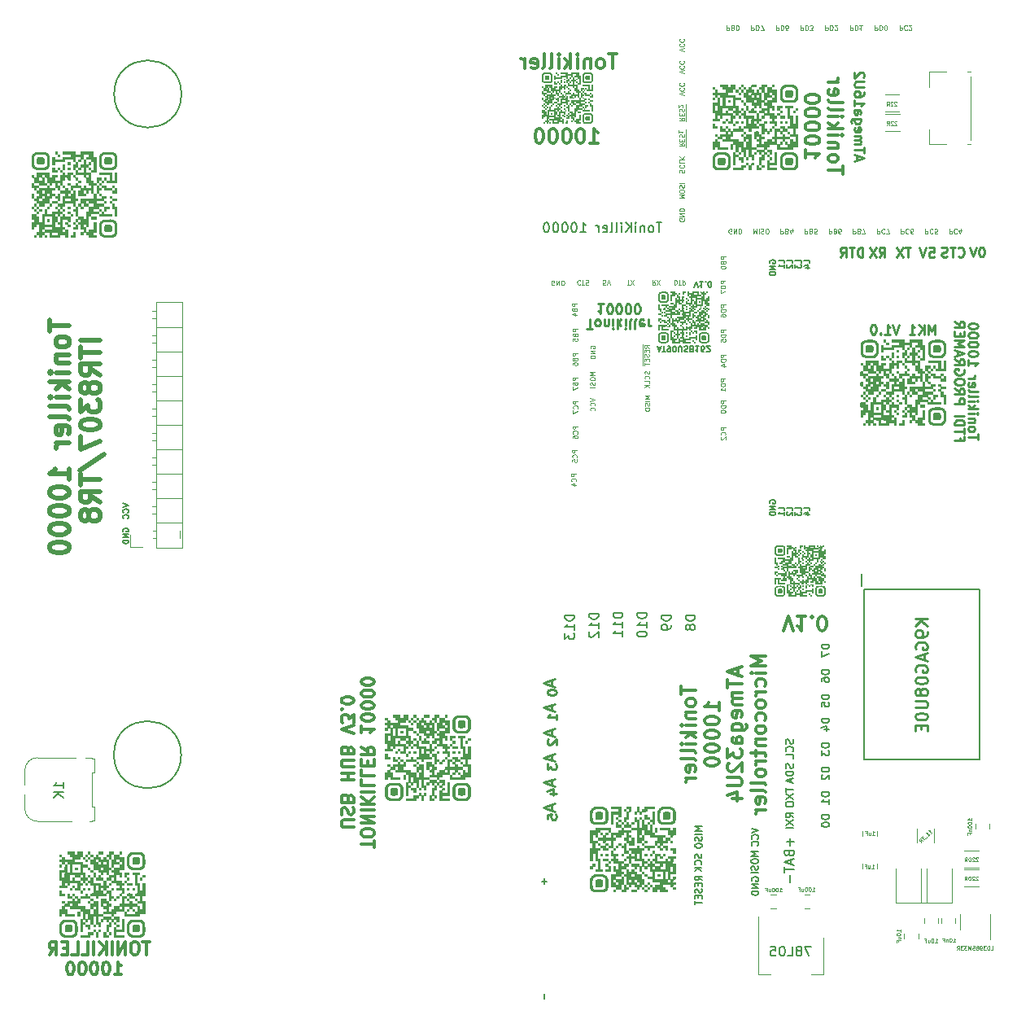
<source format=gbr>
%TF.GenerationSoftware,KiCad,Pcbnew,(6.0.5)*%
%TF.CreationDate,2023-05-31T00:43:38+03:00*%
%TF.ProjectId,JLC1,4a4c4331-2e6b-4696-9361-645f70636258,rev?*%
%TF.SameCoordinates,Original*%
%TF.FileFunction,Legend,Bot*%
%TF.FilePolarity,Positive*%
%FSLAX46Y46*%
G04 Gerber Fmt 4.6, Leading zero omitted, Abs format (unit mm)*
G04 Created by KiCad (PCBNEW (6.0.5)) date 2023-05-31 00:43:38*
%MOMM*%
%LPD*%
G01*
G04 APERTURE LIST*
%ADD10C,0.200000*%
%ADD11C,0.150000*%
%ADD12C,0.125000*%
%ADD13C,0.375000*%
%ADD14C,0.250000*%
%ADD15C,0.240000*%
%ADD16C,0.500000*%
%ADD17C,0.300000*%
%ADD18C,0.100000*%
%ADD19C,0.254000*%
%ADD20C,0.120000*%
G04 APERTURE END LIST*
D10*
X121645000Y-106645000D02*
G75*
G03*
X121645000Y-106645000I-3500000J0D01*
G01*
X121670000Y-37920000D02*
G75*
G03*
X121670000Y-37920000I-3500000J0D01*
G01*
D11*
X175826666Y-119712333D02*
X175493333Y-119479000D01*
X175826666Y-119312333D02*
X175126666Y-119312333D01*
X175126666Y-119579000D01*
X175160000Y-119645666D01*
X175193333Y-119679000D01*
X175260000Y-119712333D01*
X175360000Y-119712333D01*
X175426666Y-119679000D01*
X175460000Y-119645666D01*
X175493333Y-119579000D01*
X175493333Y-119312333D01*
X175460000Y-120012333D02*
X175460000Y-120245666D01*
X175826666Y-120345666D02*
X175826666Y-120012333D01*
X175126666Y-120012333D01*
X175126666Y-120345666D01*
X175793333Y-120612333D02*
X175826666Y-120712333D01*
X175826666Y-120879000D01*
X175793333Y-120945666D01*
X175760000Y-120979000D01*
X175693333Y-121012333D01*
X175626666Y-121012333D01*
X175560000Y-120979000D01*
X175526666Y-120945666D01*
X175493333Y-120879000D01*
X175460000Y-120745666D01*
X175426666Y-120679000D01*
X175393333Y-120645666D01*
X175326666Y-120612333D01*
X175260000Y-120612333D01*
X175193333Y-120645666D01*
X175160000Y-120679000D01*
X175126666Y-120745666D01*
X175126666Y-120912333D01*
X175160000Y-121012333D01*
X175460000Y-121312333D02*
X175460000Y-121545666D01*
X175826666Y-121645666D02*
X175826666Y-121312333D01*
X175126666Y-121312333D01*
X175126666Y-121645666D01*
X175126666Y-121845666D02*
X175126666Y-122245666D01*
X175826666Y-122045666D02*
X175126666Y-122045666D01*
D12*
X165774761Y-57768809D02*
X165536666Y-57768809D01*
X165512857Y-57530714D01*
X165536666Y-57554523D01*
X165584285Y-57578333D01*
X165703333Y-57578333D01*
X165750952Y-57554523D01*
X165774761Y-57530714D01*
X165798571Y-57483095D01*
X165798571Y-57364047D01*
X165774761Y-57316428D01*
X165750952Y-57292619D01*
X165703333Y-57268809D01*
X165584285Y-57268809D01*
X165536666Y-57292619D01*
X165512857Y-57316428D01*
X165941428Y-57768809D02*
X166108095Y-57268809D01*
X166274761Y-57768809D01*
X162846190Y-59725952D02*
X162346190Y-59725952D01*
X162346190Y-59916428D01*
X162370000Y-59964047D01*
X162393809Y-59987857D01*
X162441428Y-60011666D01*
X162512857Y-60011666D01*
X162560476Y-59987857D01*
X162584285Y-59964047D01*
X162608095Y-59916428D01*
X162608095Y-59725952D01*
X162584285Y-60392619D02*
X162608095Y-60464047D01*
X162631904Y-60487857D01*
X162679523Y-60511666D01*
X162750952Y-60511666D01*
X162798571Y-60487857D01*
X162822380Y-60464047D01*
X162846190Y-60416428D01*
X162846190Y-60225952D01*
X162346190Y-60225952D01*
X162346190Y-60392619D01*
X162370000Y-60440238D01*
X162393809Y-60464047D01*
X162441428Y-60487857D01*
X162489047Y-60487857D01*
X162536666Y-60464047D01*
X162560476Y-60440238D01*
X162584285Y-60392619D01*
X162584285Y-60225952D01*
X162512857Y-60940238D02*
X162846190Y-60940238D01*
X162322380Y-60821190D02*
X162679523Y-60702142D01*
X162679523Y-61011666D01*
D11*
X115571428Y-80507500D02*
X116171428Y-80707500D01*
X115571428Y-80907500D01*
X116114285Y-81450357D02*
X116142857Y-81421785D01*
X116171428Y-81336071D01*
X116171428Y-81278928D01*
X116142857Y-81193214D01*
X116085714Y-81136071D01*
X116028571Y-81107500D01*
X115914285Y-81078928D01*
X115828571Y-81078928D01*
X115714285Y-81107500D01*
X115657142Y-81136071D01*
X115600000Y-81193214D01*
X115571428Y-81278928D01*
X115571428Y-81336071D01*
X115600000Y-81421785D01*
X115628571Y-81450357D01*
X116114285Y-82050357D02*
X116142857Y-82021785D01*
X116171428Y-81936071D01*
X116171428Y-81878928D01*
X116142857Y-81793214D01*
X116085714Y-81736071D01*
X116028571Y-81707500D01*
X115914285Y-81678928D01*
X115828571Y-81678928D01*
X115714285Y-81707500D01*
X115657142Y-81736071D01*
X115600000Y-81793214D01*
X115571428Y-81878928D01*
X115571428Y-81936071D01*
X115600000Y-82021785D01*
X115628571Y-82050357D01*
X181676666Y-116720666D02*
X180976666Y-116720666D01*
X181476666Y-116953999D01*
X180976666Y-117187332D01*
X181676666Y-117187332D01*
X180976666Y-117653999D02*
X180976666Y-117787332D01*
X181010000Y-117853999D01*
X181076666Y-117920666D01*
X181210000Y-117953999D01*
X181443333Y-117953999D01*
X181576666Y-117920666D01*
X181643333Y-117853999D01*
X181676666Y-117787332D01*
X181676666Y-117653999D01*
X181643333Y-117587332D01*
X181576666Y-117520666D01*
X181443333Y-117487332D01*
X181210000Y-117487332D01*
X181076666Y-117520666D01*
X181010000Y-117587332D01*
X180976666Y-117653999D01*
X181643333Y-118220666D02*
X181676666Y-118320666D01*
X181676666Y-118487332D01*
X181643333Y-118553999D01*
X181610000Y-118587332D01*
X181543333Y-118620666D01*
X181476666Y-118620666D01*
X181410000Y-118587332D01*
X181376666Y-118553999D01*
X181343333Y-118487332D01*
X181310000Y-118353999D01*
X181276666Y-118287332D01*
X181243333Y-118253999D01*
X181176666Y-118220666D01*
X181110000Y-118220666D01*
X181043333Y-118253999D01*
X181010000Y-118287332D01*
X180976666Y-118353999D01*
X180976666Y-118520666D01*
X181010000Y-118620666D01*
X181676666Y-118920666D02*
X180976666Y-118920666D01*
D12*
X178296190Y-65025952D02*
X177796190Y-65025952D01*
X177796190Y-65216428D01*
X177820000Y-65264047D01*
X177843809Y-65287857D01*
X177891428Y-65311666D01*
X177962857Y-65311666D01*
X178010476Y-65287857D01*
X178034285Y-65264047D01*
X178058095Y-65216428D01*
X178058095Y-65025952D01*
X178296190Y-65525952D02*
X177796190Y-65525952D01*
X177796190Y-65645000D01*
X177820000Y-65716428D01*
X177867619Y-65764047D01*
X177915238Y-65787857D01*
X178010476Y-65811666D01*
X178081904Y-65811666D01*
X178177142Y-65787857D01*
X178224761Y-65764047D01*
X178272380Y-65716428D01*
X178296190Y-65645000D01*
X178296190Y-65525952D01*
X177962857Y-66240238D02*
X178296190Y-66240238D01*
X177772380Y-66121190D02*
X178129523Y-66002142D01*
X178129523Y-66311666D01*
D13*
X164198571Y-43031071D02*
X165055714Y-43031071D01*
X164627142Y-43031071D02*
X164627142Y-41531071D01*
X164770000Y-41745357D01*
X164912857Y-41888214D01*
X165055714Y-41959642D01*
X163270000Y-41531071D02*
X163127142Y-41531071D01*
X162984285Y-41602500D01*
X162912857Y-41673928D01*
X162841428Y-41816785D01*
X162770000Y-42102500D01*
X162770000Y-42459642D01*
X162841428Y-42745357D01*
X162912857Y-42888214D01*
X162984285Y-42959642D01*
X163127142Y-43031071D01*
X163270000Y-43031071D01*
X163412857Y-42959642D01*
X163484285Y-42888214D01*
X163555714Y-42745357D01*
X163627142Y-42459642D01*
X163627142Y-42102500D01*
X163555714Y-41816785D01*
X163484285Y-41673928D01*
X163412857Y-41602500D01*
X163270000Y-41531071D01*
X161841428Y-41531071D02*
X161698571Y-41531071D01*
X161555714Y-41602500D01*
X161484285Y-41673928D01*
X161412857Y-41816785D01*
X161341428Y-42102500D01*
X161341428Y-42459642D01*
X161412857Y-42745357D01*
X161484285Y-42888214D01*
X161555714Y-42959642D01*
X161698571Y-43031071D01*
X161841428Y-43031071D01*
X161984285Y-42959642D01*
X162055714Y-42888214D01*
X162127142Y-42745357D01*
X162198571Y-42459642D01*
X162198571Y-42102500D01*
X162127142Y-41816785D01*
X162055714Y-41673928D01*
X161984285Y-41602500D01*
X161841428Y-41531071D01*
X160412857Y-41531071D02*
X160270000Y-41531071D01*
X160127142Y-41602500D01*
X160055714Y-41673928D01*
X159984285Y-41816785D01*
X159912857Y-42102500D01*
X159912857Y-42459642D01*
X159984285Y-42745357D01*
X160055714Y-42888214D01*
X160127142Y-42959642D01*
X160270000Y-43031071D01*
X160412857Y-43031071D01*
X160555714Y-42959642D01*
X160627142Y-42888214D01*
X160698571Y-42745357D01*
X160770000Y-42459642D01*
X160770000Y-42102500D01*
X160698571Y-41816785D01*
X160627142Y-41673928D01*
X160555714Y-41602500D01*
X160412857Y-41531071D01*
X158984285Y-41531071D02*
X158841428Y-41531071D01*
X158698571Y-41602500D01*
X158627142Y-41673928D01*
X158555714Y-41816785D01*
X158484285Y-42102500D01*
X158484285Y-42459642D01*
X158555714Y-42745357D01*
X158627142Y-42888214D01*
X158698571Y-42959642D01*
X158841428Y-43031071D01*
X158984285Y-43031071D01*
X159127142Y-42959642D01*
X159198571Y-42888214D01*
X159270000Y-42745357D01*
X159341428Y-42459642D01*
X159341428Y-42102500D01*
X159270000Y-41816785D01*
X159198571Y-41673928D01*
X159127142Y-41602500D01*
X158984285Y-41531071D01*
D14*
X202502619Y-54780892D02*
X202550238Y-54828511D01*
X202693095Y-54876130D01*
X202788333Y-54876130D01*
X202931190Y-54828511D01*
X203026428Y-54733273D01*
X203074047Y-54638035D01*
X203121666Y-54447559D01*
X203121666Y-54304702D01*
X203074047Y-54114226D01*
X203026428Y-54018988D01*
X202931190Y-53923750D01*
X202788333Y-53876130D01*
X202693095Y-53876130D01*
X202550238Y-53923750D01*
X202502619Y-53971369D01*
X202216904Y-53876130D02*
X201645476Y-53876130D01*
X201931190Y-54876130D02*
X201931190Y-53876130D01*
X201359761Y-54828511D02*
X201216904Y-54876130D01*
X200978809Y-54876130D01*
X200883571Y-54828511D01*
X200835952Y-54780892D01*
X200788333Y-54685654D01*
X200788333Y-54590416D01*
X200835952Y-54495178D01*
X200883571Y-54447559D01*
X200978809Y-54399940D01*
X201169285Y-54352321D01*
X201264523Y-54304702D01*
X201312142Y-54257083D01*
X201359761Y-54161845D01*
X201359761Y-54066607D01*
X201312142Y-53971369D01*
X201264523Y-53923750D01*
X201169285Y-53876130D01*
X200931190Y-53876130D01*
X200788333Y-53923750D01*
D10*
X189096904Y-100438523D02*
X188296904Y-100438523D01*
X188296904Y-100629000D01*
X188335000Y-100743285D01*
X188411190Y-100819476D01*
X188487380Y-100857571D01*
X188639761Y-100895666D01*
X188754047Y-100895666D01*
X188906428Y-100857571D01*
X188982619Y-100819476D01*
X189058809Y-100743285D01*
X189096904Y-100629000D01*
X189096904Y-100438523D01*
X188296904Y-101619476D02*
X188296904Y-101238523D01*
X188677857Y-101200428D01*
X188639761Y-101238523D01*
X188601666Y-101314714D01*
X188601666Y-101505190D01*
X188639761Y-101581380D01*
X188677857Y-101619476D01*
X188754047Y-101657571D01*
X188944523Y-101657571D01*
X189020714Y-101619476D01*
X189058809Y-101581380D01*
X189096904Y-101505190D01*
X189096904Y-101314714D01*
X189058809Y-101238523D01*
X189020714Y-101200428D01*
D12*
X160464047Y-57795000D02*
X160416428Y-57818809D01*
X160345000Y-57818809D01*
X160273571Y-57795000D01*
X160225952Y-57747380D01*
X160202142Y-57699761D01*
X160178333Y-57604523D01*
X160178333Y-57533095D01*
X160202142Y-57437857D01*
X160225952Y-57390238D01*
X160273571Y-57342619D01*
X160345000Y-57318809D01*
X160392619Y-57318809D01*
X160464047Y-57342619D01*
X160487857Y-57366428D01*
X160487857Y-57533095D01*
X160392619Y-57533095D01*
X160702142Y-57318809D02*
X160702142Y-57818809D01*
X160987857Y-57318809D01*
X160987857Y-57818809D01*
X161225952Y-57318809D02*
X161225952Y-57818809D01*
X161345000Y-57818809D01*
X161416428Y-57795000D01*
X161464047Y-57747380D01*
X161487857Y-57699761D01*
X161511666Y-57604523D01*
X161511666Y-57533095D01*
X161487857Y-57437857D01*
X161464047Y-57390238D01*
X161416428Y-57342619D01*
X161345000Y-57318809D01*
X161225952Y-57318809D01*
D11*
X159435000Y-132045666D02*
X159435000Y-131512333D01*
D12*
X184023179Y-51943809D02*
X184023179Y-52443809D01*
X184213655Y-52443809D01*
X184261274Y-52420000D01*
X184285084Y-52396190D01*
X184308893Y-52348571D01*
X184308893Y-52277142D01*
X184285084Y-52229523D01*
X184261274Y-52205714D01*
X184213655Y-52181904D01*
X184023179Y-52181904D01*
X184689846Y-52205714D02*
X184761274Y-52181904D01*
X184785084Y-52158095D01*
X184808893Y-52110476D01*
X184808893Y-52039047D01*
X184785084Y-51991428D01*
X184761274Y-51967619D01*
X184713655Y-51943809D01*
X184523179Y-51943809D01*
X184523179Y-52443809D01*
X184689846Y-52443809D01*
X184737465Y-52420000D01*
X184761274Y-52396190D01*
X184785084Y-52348571D01*
X184785084Y-52300952D01*
X184761274Y-52253333D01*
X184737465Y-52229523D01*
X184689846Y-52205714D01*
X184523179Y-52205714D01*
X185237465Y-52277142D02*
X185237465Y-51943809D01*
X185118417Y-52467619D02*
X184999369Y-52110476D01*
X185308893Y-52110476D01*
D10*
X189096904Y-97838523D02*
X188296904Y-97838523D01*
X188296904Y-98029000D01*
X188335000Y-98143285D01*
X188411190Y-98219476D01*
X188487380Y-98257571D01*
X188639761Y-98295666D01*
X188754047Y-98295666D01*
X188906428Y-98257571D01*
X188982619Y-98219476D01*
X189058809Y-98143285D01*
X189096904Y-98029000D01*
X189096904Y-97838523D01*
X188296904Y-98981380D02*
X188296904Y-98829000D01*
X188335000Y-98752809D01*
X188373095Y-98714714D01*
X188487380Y-98638523D01*
X188639761Y-98600428D01*
X188944523Y-98600428D01*
X189020714Y-98638523D01*
X189058809Y-98676619D01*
X189096904Y-98752809D01*
X189096904Y-98905190D01*
X189058809Y-98981380D01*
X189020714Y-99019476D01*
X188944523Y-99057571D01*
X188754047Y-99057571D01*
X188677857Y-99019476D01*
X188639761Y-98981380D01*
X188601666Y-98905190D01*
X188601666Y-98752809D01*
X188639761Y-98676619D01*
X188677857Y-98638523D01*
X188754047Y-98600428D01*
D14*
X163861666Y-62372619D02*
X164433095Y-62372619D01*
X164147380Y-61372619D02*
X164147380Y-62372619D01*
X164909285Y-61372619D02*
X164814047Y-61420238D01*
X164766428Y-61467857D01*
X164718809Y-61563095D01*
X164718809Y-61848809D01*
X164766428Y-61944047D01*
X164814047Y-61991666D01*
X164909285Y-62039285D01*
X165052142Y-62039285D01*
X165147380Y-61991666D01*
X165195000Y-61944047D01*
X165242619Y-61848809D01*
X165242619Y-61563095D01*
X165195000Y-61467857D01*
X165147380Y-61420238D01*
X165052142Y-61372619D01*
X164909285Y-61372619D01*
X165671190Y-62039285D02*
X165671190Y-61372619D01*
X165671190Y-61944047D02*
X165718809Y-61991666D01*
X165814047Y-62039285D01*
X165956904Y-62039285D01*
X166052142Y-61991666D01*
X166099761Y-61896428D01*
X166099761Y-61372619D01*
X166575952Y-61372619D02*
X166575952Y-62039285D01*
X166575952Y-62372619D02*
X166528333Y-62325000D01*
X166575952Y-62277380D01*
X166623571Y-62325000D01*
X166575952Y-62372619D01*
X166575952Y-62277380D01*
X167052142Y-61372619D02*
X167052142Y-62372619D01*
X167147380Y-61753571D02*
X167433095Y-61372619D01*
X167433095Y-62039285D02*
X167052142Y-61658333D01*
X167861666Y-61372619D02*
X167861666Y-62039285D01*
X167861666Y-62372619D02*
X167814047Y-62325000D01*
X167861666Y-62277380D01*
X167909285Y-62325000D01*
X167861666Y-62372619D01*
X167861666Y-62277380D01*
X168480714Y-61372619D02*
X168385476Y-61420238D01*
X168337857Y-61515476D01*
X168337857Y-62372619D01*
X169004523Y-61372619D02*
X168909285Y-61420238D01*
X168861666Y-61515476D01*
X168861666Y-62372619D01*
X169766428Y-61420238D02*
X169671190Y-61372619D01*
X169480714Y-61372619D01*
X169385476Y-61420238D01*
X169337857Y-61515476D01*
X169337857Y-61896428D01*
X169385476Y-61991666D01*
X169480714Y-62039285D01*
X169671190Y-62039285D01*
X169766428Y-61991666D01*
X169814047Y-61896428D01*
X169814047Y-61801190D01*
X169337857Y-61705952D01*
X170242619Y-61372619D02*
X170242619Y-62039285D01*
X170242619Y-61848809D02*
X170290238Y-61944047D01*
X170337857Y-61991666D01*
X170433095Y-62039285D01*
X170528333Y-62039285D01*
X165575952Y-59762619D02*
X165004523Y-59762619D01*
X165290238Y-59762619D02*
X165290238Y-60762619D01*
X165195000Y-60619761D01*
X165099761Y-60524523D01*
X165004523Y-60476904D01*
X166195000Y-60762619D02*
X166290238Y-60762619D01*
X166385476Y-60715000D01*
X166433095Y-60667380D01*
X166480714Y-60572142D01*
X166528333Y-60381666D01*
X166528333Y-60143571D01*
X166480714Y-59953095D01*
X166433095Y-59857857D01*
X166385476Y-59810238D01*
X166290238Y-59762619D01*
X166195000Y-59762619D01*
X166099761Y-59810238D01*
X166052142Y-59857857D01*
X166004523Y-59953095D01*
X165956904Y-60143571D01*
X165956904Y-60381666D01*
X166004523Y-60572142D01*
X166052142Y-60667380D01*
X166099761Y-60715000D01*
X166195000Y-60762619D01*
X167147380Y-60762619D02*
X167242619Y-60762619D01*
X167337857Y-60715000D01*
X167385476Y-60667380D01*
X167433095Y-60572142D01*
X167480714Y-60381666D01*
X167480714Y-60143571D01*
X167433095Y-59953095D01*
X167385476Y-59857857D01*
X167337857Y-59810238D01*
X167242619Y-59762619D01*
X167147380Y-59762619D01*
X167052142Y-59810238D01*
X167004523Y-59857857D01*
X166956904Y-59953095D01*
X166909285Y-60143571D01*
X166909285Y-60381666D01*
X166956904Y-60572142D01*
X167004523Y-60667380D01*
X167052142Y-60715000D01*
X167147380Y-60762619D01*
X168099761Y-60762619D02*
X168195000Y-60762619D01*
X168290238Y-60715000D01*
X168337857Y-60667380D01*
X168385476Y-60572142D01*
X168433095Y-60381666D01*
X168433095Y-60143571D01*
X168385476Y-59953095D01*
X168337857Y-59857857D01*
X168290238Y-59810238D01*
X168195000Y-59762619D01*
X168099761Y-59762619D01*
X168004523Y-59810238D01*
X167956904Y-59857857D01*
X167909285Y-59953095D01*
X167861666Y-60143571D01*
X167861666Y-60381666D01*
X167909285Y-60572142D01*
X167956904Y-60667380D01*
X168004523Y-60715000D01*
X168099761Y-60762619D01*
X169052142Y-60762619D02*
X169147380Y-60762619D01*
X169242619Y-60715000D01*
X169290238Y-60667380D01*
X169337857Y-60572142D01*
X169385476Y-60381666D01*
X169385476Y-60143571D01*
X169337857Y-59953095D01*
X169290238Y-59857857D01*
X169242619Y-59810238D01*
X169147380Y-59762619D01*
X169052142Y-59762619D01*
X168956904Y-59810238D01*
X168909285Y-59857857D01*
X168861666Y-59953095D01*
X168814047Y-60143571D01*
X168814047Y-60381666D01*
X168861666Y-60572142D01*
X168909285Y-60667380D01*
X168956904Y-60715000D01*
X169052142Y-60762619D01*
D12*
X170961666Y-57268809D02*
X170795000Y-57506904D01*
X170675952Y-57268809D02*
X170675952Y-57768809D01*
X170866428Y-57768809D01*
X170914047Y-57745000D01*
X170937857Y-57721190D01*
X170961666Y-57673571D01*
X170961666Y-57602142D01*
X170937857Y-57554523D01*
X170914047Y-57530714D01*
X170866428Y-57506904D01*
X170675952Y-57506904D01*
X171128333Y-57768809D02*
X171461666Y-57268809D01*
X171461666Y-57768809D02*
X171128333Y-57268809D01*
X178296190Y-54825952D02*
X177796190Y-54825952D01*
X177796190Y-55016428D01*
X177820000Y-55064047D01*
X177843809Y-55087857D01*
X177891428Y-55111666D01*
X177962857Y-55111666D01*
X178010476Y-55087857D01*
X178034285Y-55064047D01*
X178058095Y-55016428D01*
X178058095Y-54825952D01*
X178034285Y-55492619D02*
X178058095Y-55564047D01*
X178081904Y-55587857D01*
X178129523Y-55611666D01*
X178200952Y-55611666D01*
X178248571Y-55587857D01*
X178272380Y-55564047D01*
X178296190Y-55516428D01*
X178296190Y-55325952D01*
X177796190Y-55325952D01*
X177796190Y-55492619D01*
X177820000Y-55540238D01*
X177843809Y-55564047D01*
X177891428Y-55587857D01*
X177939047Y-55587857D01*
X177986666Y-55564047D01*
X178010476Y-55540238D01*
X178034285Y-55492619D01*
X178034285Y-55325952D01*
X177796190Y-55921190D02*
X177796190Y-55968809D01*
X177820000Y-56016428D01*
X177843809Y-56040238D01*
X177891428Y-56064047D01*
X177986666Y-56087857D01*
X178105714Y-56087857D01*
X178200952Y-56064047D01*
X178248571Y-56040238D01*
X178272380Y-56016428D01*
X178296190Y-55968809D01*
X178296190Y-55921190D01*
X178272380Y-55873571D01*
X178248571Y-55849761D01*
X178200952Y-55825952D01*
X178105714Y-55802142D01*
X177986666Y-55802142D01*
X177891428Y-55825952D01*
X177843809Y-55849761D01*
X177820000Y-55873571D01*
X177796190Y-55921190D01*
D10*
X185308809Y-105050825D02*
X185346904Y-105165110D01*
X185346904Y-105355586D01*
X185308809Y-105431777D01*
X185270714Y-105469872D01*
X185194523Y-105507967D01*
X185118333Y-105507967D01*
X185042142Y-105469872D01*
X185004047Y-105431777D01*
X184965952Y-105355586D01*
X184927857Y-105203206D01*
X184889761Y-105127015D01*
X184851666Y-105088920D01*
X184775476Y-105050825D01*
X184699285Y-105050825D01*
X184623095Y-105088920D01*
X184585000Y-105127015D01*
X184546904Y-105203206D01*
X184546904Y-105393682D01*
X184585000Y-105507967D01*
X185270714Y-106307967D02*
X185308809Y-106269872D01*
X185346904Y-106155586D01*
X185346904Y-106079396D01*
X185308809Y-105965110D01*
X185232619Y-105888920D01*
X185156428Y-105850825D01*
X185004047Y-105812729D01*
X184889761Y-105812729D01*
X184737380Y-105850825D01*
X184661190Y-105888920D01*
X184585000Y-105965110D01*
X184546904Y-106079396D01*
X184546904Y-106155586D01*
X184585000Y-106269872D01*
X184623095Y-106307967D01*
X185346904Y-107031777D02*
X185346904Y-106650825D01*
X184546904Y-106650825D01*
X189096904Y-107988523D02*
X188296904Y-107988523D01*
X188296904Y-108179000D01*
X188335000Y-108293285D01*
X188411190Y-108369476D01*
X188487380Y-108407571D01*
X188639761Y-108445666D01*
X188754047Y-108445666D01*
X188906428Y-108407571D01*
X188982619Y-108369476D01*
X189058809Y-108293285D01*
X189096904Y-108179000D01*
X189096904Y-107988523D01*
X188373095Y-108750428D02*
X188335000Y-108788523D01*
X188296904Y-108864714D01*
X188296904Y-109055190D01*
X188335000Y-109131380D01*
X188373095Y-109169476D01*
X188449285Y-109207571D01*
X188525476Y-109207571D01*
X188639761Y-109169476D01*
X189096904Y-108712333D01*
X189096904Y-109207571D01*
D11*
X185031428Y-115344476D02*
X185031428Y-116106380D01*
X185412380Y-115725428D02*
X184650476Y-115725428D01*
X184888571Y-116915904D02*
X184936190Y-117058761D01*
X184983809Y-117106380D01*
X185079047Y-117154000D01*
X185221904Y-117154000D01*
X185317142Y-117106380D01*
X185364761Y-117058761D01*
X185412380Y-116963523D01*
X185412380Y-116582571D01*
X184412380Y-116582571D01*
X184412380Y-116915904D01*
X184460000Y-117011142D01*
X184507619Y-117058761D01*
X184602857Y-117106380D01*
X184698095Y-117106380D01*
X184793333Y-117058761D01*
X184840952Y-117011142D01*
X184888571Y-116915904D01*
X184888571Y-116582571D01*
X185126666Y-117534952D02*
X185126666Y-118011142D01*
X185412380Y-117439714D02*
X184412380Y-117773047D01*
X185412380Y-118106380D01*
X184412380Y-118296857D02*
X184412380Y-118868285D01*
X185412380Y-118582571D02*
X184412380Y-118582571D01*
X185031428Y-119201619D02*
X185031428Y-119963523D01*
X182920000Y-80487857D02*
X182891428Y-80430714D01*
X182891428Y-80345000D01*
X182920000Y-80259285D01*
X182977142Y-80202142D01*
X183034285Y-80173571D01*
X183148571Y-80145000D01*
X183234285Y-80145000D01*
X183348571Y-80173571D01*
X183405714Y-80202142D01*
X183462857Y-80259285D01*
X183491428Y-80345000D01*
X183491428Y-80402142D01*
X183462857Y-80487857D01*
X183434285Y-80516428D01*
X183234285Y-80516428D01*
X183234285Y-80402142D01*
X183491428Y-80773571D02*
X182891428Y-80773571D01*
X183491428Y-81116428D01*
X182891428Y-81116428D01*
X183491428Y-81402142D02*
X182891428Y-81402142D01*
X182891428Y-81545000D01*
X182920000Y-81630714D01*
X182977142Y-81687857D01*
X183034285Y-81716428D01*
X183148571Y-81745000D01*
X183234285Y-81745000D01*
X183348571Y-81716428D01*
X183405714Y-81687857D01*
X183462857Y-81630714D01*
X183491428Y-81545000D01*
X183491428Y-81402142D01*
D10*
X184546904Y-110076221D02*
X184546904Y-110533364D01*
X185346904Y-110304793D02*
X184546904Y-110304793D01*
X184546904Y-110723840D02*
X185346904Y-111257173D01*
X184546904Y-111257173D02*
X185346904Y-110723840D01*
X184546904Y-111714316D02*
X184546904Y-111866697D01*
X184585000Y-111942888D01*
X184661190Y-112019078D01*
X184813571Y-112057173D01*
X185080238Y-112057173D01*
X185232619Y-112019078D01*
X185308809Y-111942888D01*
X185346904Y-111866697D01*
X185346904Y-111714316D01*
X185308809Y-111638126D01*
X185232619Y-111561935D01*
X185080238Y-111523840D01*
X184813571Y-111523840D01*
X184661190Y-111561935D01*
X184585000Y-111638126D01*
X184546904Y-111714316D01*
D14*
X204981190Y-53851130D02*
X204885952Y-53851130D01*
X204790714Y-53898750D01*
X204743095Y-53946369D01*
X204695476Y-54041607D01*
X204647857Y-54232083D01*
X204647857Y-54470178D01*
X204695476Y-54660654D01*
X204743095Y-54755892D01*
X204790714Y-54803511D01*
X204885952Y-54851130D01*
X204981190Y-54851130D01*
X205076428Y-54803511D01*
X205124047Y-54755892D01*
X205171666Y-54660654D01*
X205219285Y-54470178D01*
X205219285Y-54232083D01*
X205171666Y-54041607D01*
X205124047Y-53946369D01*
X205076428Y-53898750D01*
X204981190Y-53851130D01*
X204362142Y-53851130D02*
X204028809Y-54851130D01*
X203695476Y-53851130D01*
D11*
X187041428Y-81230714D02*
X187041428Y-80944999D01*
X186441428Y-80944999D01*
X186641428Y-81687856D02*
X187041428Y-81687856D01*
X186412857Y-81544999D02*
X186841428Y-81402142D01*
X186841428Y-81773571D01*
D15*
X160235000Y-98886142D02*
X160235000Y-99457571D01*
X160577857Y-98771857D02*
X159377857Y-99171857D01*
X160577857Y-99571857D01*
X159749285Y-100097571D02*
X159749285Y-100189000D01*
X159795000Y-100280428D01*
X159840714Y-100326142D01*
X159932142Y-100371857D01*
X160115000Y-100417571D01*
X160343571Y-100417571D01*
X160526428Y-100371857D01*
X160617857Y-100326142D01*
X160663571Y-100280428D01*
X160709285Y-100189000D01*
X160709285Y-100097571D01*
X160663571Y-100006142D01*
X160617857Y-99960428D01*
X160526428Y-99914714D01*
X160343571Y-99869000D01*
X160115000Y-99869000D01*
X159932142Y-99914714D01*
X159840714Y-99960428D01*
X159795000Y-100006142D01*
X159749285Y-100097571D01*
D12*
X193829524Y-30768809D02*
X193829524Y-31268809D01*
X194020000Y-31268809D01*
X194067619Y-31245000D01*
X194091429Y-31221190D01*
X194115238Y-31173571D01*
X194115238Y-31102142D01*
X194091429Y-31054523D01*
X194067619Y-31030714D01*
X194020000Y-31006904D01*
X193829524Y-31006904D01*
X194329524Y-30768809D02*
X194329524Y-31268809D01*
X194448572Y-31268809D01*
X194520000Y-31245000D01*
X194567619Y-31197380D01*
X194591429Y-31149761D01*
X194615238Y-31054523D01*
X194615238Y-30983095D01*
X194591429Y-30887857D01*
X194567619Y-30840238D01*
X194520000Y-30792619D01*
X194448572Y-30768809D01*
X194329524Y-30768809D01*
X194924762Y-31268809D02*
X194972381Y-31268809D01*
X195020000Y-31245000D01*
X195043810Y-31221190D01*
X195067619Y-31173571D01*
X195091429Y-31078333D01*
X195091429Y-30959285D01*
X195067619Y-30864047D01*
X195043810Y-30816428D01*
X195020000Y-30792619D01*
X194972381Y-30768809D01*
X194924762Y-30768809D01*
X194877143Y-30792619D01*
X194853333Y-30816428D01*
X194829524Y-30864047D01*
X194805714Y-30959285D01*
X194805714Y-31078333D01*
X194829524Y-31173571D01*
X194853333Y-31221190D01*
X194877143Y-31245000D01*
X194924762Y-31268809D01*
D15*
X160235000Y-111836142D02*
X160235000Y-112407571D01*
X160577857Y-111721857D02*
X159377857Y-112121857D01*
X160577857Y-112521857D01*
X159749285Y-113321857D02*
X159749285Y-112864714D01*
X160206428Y-112819000D01*
X160160714Y-112864714D01*
X160115000Y-112956142D01*
X160115000Y-113184714D01*
X160160714Y-113276142D01*
X160206428Y-113321857D01*
X160297857Y-113367571D01*
X160526428Y-113367571D01*
X160617857Y-113321857D01*
X160663571Y-113276142D01*
X160709285Y-113184714D01*
X160709285Y-112956142D01*
X160663571Y-112864714D01*
X160617857Y-112819000D01*
D12*
X173993809Y-33486666D02*
X173493809Y-33320000D01*
X173993809Y-33153333D01*
X173541428Y-32700952D02*
X173517619Y-32724761D01*
X173493809Y-32796190D01*
X173493809Y-32843809D01*
X173517619Y-32915238D01*
X173565238Y-32962857D01*
X173612857Y-32986666D01*
X173708095Y-33010476D01*
X173779523Y-33010476D01*
X173874761Y-32986666D01*
X173922380Y-32962857D01*
X173970000Y-32915238D01*
X173993809Y-32843809D01*
X173993809Y-32796190D01*
X173970000Y-32724761D01*
X173946190Y-32700952D01*
X173541428Y-32200952D02*
X173517619Y-32224761D01*
X173493809Y-32296190D01*
X173493809Y-32343809D01*
X173517619Y-32415238D01*
X173565238Y-32462857D01*
X173612857Y-32486666D01*
X173708095Y-32510476D01*
X173779523Y-32510476D01*
X173874761Y-32486666D01*
X173922380Y-32462857D01*
X173970000Y-32415238D01*
X173993809Y-32343809D01*
X173993809Y-32296190D01*
X173970000Y-32224761D01*
X173946190Y-32200952D01*
X173970000Y-50875952D02*
X173993809Y-50923571D01*
X173993809Y-50995000D01*
X173970000Y-51066428D01*
X173922380Y-51114047D01*
X173874761Y-51137857D01*
X173779523Y-51161666D01*
X173708095Y-51161666D01*
X173612857Y-51137857D01*
X173565238Y-51114047D01*
X173517619Y-51066428D01*
X173493809Y-50995000D01*
X173493809Y-50947380D01*
X173517619Y-50875952D01*
X173541428Y-50852142D01*
X173708095Y-50852142D01*
X173708095Y-50947380D01*
X173493809Y-50637857D02*
X173993809Y-50637857D01*
X173493809Y-50352142D01*
X173993809Y-50352142D01*
X173493809Y-50114047D02*
X173993809Y-50114047D01*
X173993809Y-49995000D01*
X173970000Y-49923571D01*
X173922380Y-49875952D01*
X173874761Y-49852142D01*
X173779523Y-49828333D01*
X173708095Y-49828333D01*
X173612857Y-49852142D01*
X173565238Y-49875952D01*
X173517619Y-49923571D01*
X173493809Y-49995000D01*
X173493809Y-50114047D01*
X196400952Y-30768809D02*
X196400952Y-31268809D01*
X196591428Y-31268809D01*
X196639047Y-31245000D01*
X196662857Y-31221190D01*
X196686666Y-31173571D01*
X196686666Y-31102142D01*
X196662857Y-31054523D01*
X196639047Y-31030714D01*
X196591428Y-31006904D01*
X196400952Y-31006904D01*
X197186666Y-30816428D02*
X197162857Y-30792619D01*
X197091428Y-30768809D01*
X197043809Y-30768809D01*
X196972380Y-30792619D01*
X196924761Y-30840238D01*
X196900952Y-30887857D01*
X196877142Y-30983095D01*
X196877142Y-31054523D01*
X196900952Y-31149761D01*
X196924761Y-31197380D01*
X196972380Y-31245000D01*
X197043809Y-31268809D01*
X197091428Y-31268809D01*
X197162857Y-31245000D01*
X197186666Y-31221190D01*
X197377142Y-31221190D02*
X197400952Y-31245000D01*
X197448571Y-31268809D01*
X197567619Y-31268809D01*
X197615238Y-31245000D01*
X197639047Y-31221190D01*
X197662857Y-31173571D01*
X197662857Y-31125952D01*
X197639047Y-31054523D01*
X197353333Y-30768809D01*
X197662857Y-30768809D01*
X162871190Y-64875952D02*
X162371190Y-64875952D01*
X162371190Y-65066428D01*
X162395000Y-65114047D01*
X162418809Y-65137857D01*
X162466428Y-65161666D01*
X162537857Y-65161666D01*
X162585476Y-65137857D01*
X162609285Y-65114047D01*
X162633095Y-65066428D01*
X162633095Y-64875952D01*
X162609285Y-65542619D02*
X162633095Y-65614047D01*
X162656904Y-65637857D01*
X162704523Y-65661666D01*
X162775952Y-65661666D01*
X162823571Y-65637857D01*
X162847380Y-65614047D01*
X162871190Y-65566428D01*
X162871190Y-65375952D01*
X162371190Y-65375952D01*
X162371190Y-65542619D01*
X162395000Y-65590238D01*
X162418809Y-65614047D01*
X162466428Y-65637857D01*
X162514047Y-65637857D01*
X162561666Y-65614047D01*
X162585476Y-65590238D01*
X162609285Y-65542619D01*
X162609285Y-65375952D01*
X162371190Y-66090238D02*
X162371190Y-65995000D01*
X162395000Y-65947380D01*
X162418809Y-65923571D01*
X162490238Y-65875952D01*
X162585476Y-65852142D01*
X162775952Y-65852142D01*
X162823571Y-65875952D01*
X162847380Y-65899761D01*
X162871190Y-65947380D01*
X162871190Y-66042619D01*
X162847380Y-66090238D01*
X162823571Y-66114047D01*
X162775952Y-66137857D01*
X162656904Y-66137857D01*
X162609285Y-66114047D01*
X162585476Y-66090238D01*
X162561666Y-66042619D01*
X162561666Y-65947380D01*
X162585476Y-65899761D01*
X162609285Y-65875952D01*
X162656904Y-65852142D01*
D15*
X160235000Y-101476142D02*
X160235000Y-102047571D01*
X160577857Y-101361857D02*
X159377857Y-101761857D01*
X160577857Y-102161857D01*
X160709285Y-103007571D02*
X160709285Y-102459000D01*
X160709285Y-102733285D02*
X159749285Y-102733285D01*
X159886428Y-102641857D01*
X159977857Y-102550428D01*
X160023571Y-102459000D01*
D12*
X173993809Y-35776971D02*
X173493809Y-35610305D01*
X173993809Y-35443638D01*
X173541428Y-34991257D02*
X173517619Y-35015066D01*
X173493809Y-35086495D01*
X173493809Y-35134114D01*
X173517619Y-35205543D01*
X173565238Y-35253162D01*
X173612857Y-35276971D01*
X173708095Y-35300781D01*
X173779523Y-35300781D01*
X173874761Y-35276971D01*
X173922380Y-35253162D01*
X173970000Y-35205543D01*
X173993809Y-35134114D01*
X173993809Y-35086495D01*
X173970000Y-35015066D01*
X173946190Y-34991257D01*
X173541428Y-34491257D02*
X173517619Y-34515066D01*
X173493809Y-34586495D01*
X173493809Y-34634114D01*
X173517619Y-34705543D01*
X173565238Y-34753162D01*
X173612857Y-34776971D01*
X173708095Y-34800781D01*
X173779523Y-34800781D01*
X173874761Y-34776971D01*
X173922380Y-34753162D01*
X173970000Y-34705543D01*
X173993809Y-34634114D01*
X173993809Y-34586495D01*
X173970000Y-34515066D01*
X173946190Y-34491257D01*
X162871190Y-67400952D02*
X162371190Y-67400952D01*
X162371190Y-67591428D01*
X162395000Y-67639047D01*
X162418809Y-67662857D01*
X162466428Y-67686666D01*
X162537857Y-67686666D01*
X162585476Y-67662857D01*
X162609285Y-67639047D01*
X162633095Y-67591428D01*
X162633095Y-67400952D01*
X162609285Y-68067619D02*
X162633095Y-68139047D01*
X162656904Y-68162857D01*
X162704523Y-68186666D01*
X162775952Y-68186666D01*
X162823571Y-68162857D01*
X162847380Y-68139047D01*
X162871190Y-68091428D01*
X162871190Y-67900952D01*
X162371190Y-67900952D01*
X162371190Y-68067619D01*
X162395000Y-68115238D01*
X162418809Y-68139047D01*
X162466428Y-68162857D01*
X162514047Y-68162857D01*
X162561666Y-68139047D01*
X162585476Y-68115238D01*
X162609285Y-68067619D01*
X162609285Y-67900952D01*
X162371190Y-68353333D02*
X162371190Y-68686666D01*
X162871190Y-68472380D01*
D10*
X189096904Y-105488523D02*
X188296904Y-105488523D01*
X188296904Y-105679000D01*
X188335000Y-105793285D01*
X188411190Y-105869476D01*
X188487380Y-105907571D01*
X188639761Y-105945666D01*
X188754047Y-105945666D01*
X188906428Y-105907571D01*
X188982619Y-105869476D01*
X189058809Y-105793285D01*
X189096904Y-105679000D01*
X189096904Y-105488523D01*
X188296904Y-106212333D02*
X188296904Y-106707571D01*
X188601666Y-106440904D01*
X188601666Y-106555190D01*
X188639761Y-106631380D01*
X188677857Y-106669476D01*
X188754047Y-106707571D01*
X188944523Y-106707571D01*
X189020714Y-106669476D01*
X189058809Y-106631380D01*
X189096904Y-106555190D01*
X189096904Y-106326619D01*
X189058809Y-106250428D01*
X189020714Y-106212333D01*
D11*
X171660476Y-51297380D02*
X171089047Y-51297380D01*
X171374761Y-52297380D02*
X171374761Y-51297380D01*
X170612857Y-52297380D02*
X170708095Y-52249761D01*
X170755714Y-52202142D01*
X170803333Y-52106904D01*
X170803333Y-51821190D01*
X170755714Y-51725952D01*
X170708095Y-51678333D01*
X170612857Y-51630714D01*
X170470000Y-51630714D01*
X170374761Y-51678333D01*
X170327142Y-51725952D01*
X170279523Y-51821190D01*
X170279523Y-52106904D01*
X170327142Y-52202142D01*
X170374761Y-52249761D01*
X170470000Y-52297380D01*
X170612857Y-52297380D01*
X169850952Y-51630714D02*
X169850952Y-52297380D01*
X169850952Y-51725952D02*
X169803333Y-51678333D01*
X169708095Y-51630714D01*
X169565238Y-51630714D01*
X169470000Y-51678333D01*
X169422380Y-51773571D01*
X169422380Y-52297380D01*
X168946190Y-52297380D02*
X168946190Y-51630714D01*
X168946190Y-51297380D02*
X168993809Y-51345000D01*
X168946190Y-51392619D01*
X168898571Y-51345000D01*
X168946190Y-51297380D01*
X168946190Y-51392619D01*
X168470000Y-52297380D02*
X168470000Y-51297380D01*
X167898571Y-52297380D02*
X168327142Y-51725952D01*
X167898571Y-51297380D02*
X168470000Y-51868809D01*
X167470000Y-52297380D02*
X167470000Y-51630714D01*
X167470000Y-51297380D02*
X167517619Y-51345000D01*
X167470000Y-51392619D01*
X167422380Y-51345000D01*
X167470000Y-51297380D01*
X167470000Y-51392619D01*
X166850952Y-52297380D02*
X166946190Y-52249761D01*
X166993809Y-52154523D01*
X166993809Y-51297380D01*
X166327142Y-52297380D02*
X166422380Y-52249761D01*
X166470000Y-52154523D01*
X166470000Y-51297380D01*
X165565238Y-52249761D02*
X165660476Y-52297380D01*
X165850952Y-52297380D01*
X165946190Y-52249761D01*
X165993809Y-52154523D01*
X165993809Y-51773571D01*
X165946190Y-51678333D01*
X165850952Y-51630714D01*
X165660476Y-51630714D01*
X165565238Y-51678333D01*
X165517619Y-51773571D01*
X165517619Y-51868809D01*
X165993809Y-51964047D01*
X165089047Y-52297380D02*
X165089047Y-51630714D01*
X165089047Y-51821190D02*
X165041428Y-51725952D01*
X164993809Y-51678333D01*
X164898571Y-51630714D01*
X164803333Y-51630714D01*
X163184285Y-52297380D02*
X163755714Y-52297380D01*
X163470000Y-52297380D02*
X163470000Y-51297380D01*
X163565238Y-51440238D01*
X163660476Y-51535476D01*
X163755714Y-51583095D01*
X162565238Y-51297380D02*
X162470000Y-51297380D01*
X162374761Y-51345000D01*
X162327142Y-51392619D01*
X162279523Y-51487857D01*
X162231904Y-51678333D01*
X162231904Y-51916428D01*
X162279523Y-52106904D01*
X162327142Y-52202142D01*
X162374761Y-52249761D01*
X162470000Y-52297380D01*
X162565238Y-52297380D01*
X162660476Y-52249761D01*
X162708095Y-52202142D01*
X162755714Y-52106904D01*
X162803333Y-51916428D01*
X162803333Y-51678333D01*
X162755714Y-51487857D01*
X162708095Y-51392619D01*
X162660476Y-51345000D01*
X162565238Y-51297380D01*
X161612857Y-51297380D02*
X161517619Y-51297380D01*
X161422380Y-51345000D01*
X161374761Y-51392619D01*
X161327142Y-51487857D01*
X161279523Y-51678333D01*
X161279523Y-51916428D01*
X161327142Y-52106904D01*
X161374761Y-52202142D01*
X161422380Y-52249761D01*
X161517619Y-52297380D01*
X161612857Y-52297380D01*
X161708095Y-52249761D01*
X161755714Y-52202142D01*
X161803333Y-52106904D01*
X161850952Y-51916428D01*
X161850952Y-51678333D01*
X161803333Y-51487857D01*
X161755714Y-51392619D01*
X161708095Y-51345000D01*
X161612857Y-51297380D01*
X160660476Y-51297380D02*
X160565238Y-51297380D01*
X160470000Y-51345000D01*
X160422380Y-51392619D01*
X160374761Y-51487857D01*
X160327142Y-51678333D01*
X160327142Y-51916428D01*
X160374761Y-52106904D01*
X160422380Y-52202142D01*
X160470000Y-52249761D01*
X160565238Y-52297380D01*
X160660476Y-52297380D01*
X160755714Y-52249761D01*
X160803333Y-52202142D01*
X160850952Y-52106904D01*
X160898571Y-51916428D01*
X160898571Y-51678333D01*
X160850952Y-51487857D01*
X160803333Y-51392619D01*
X160755714Y-51345000D01*
X160660476Y-51297380D01*
X159708095Y-51297380D02*
X159612857Y-51297380D01*
X159517619Y-51345000D01*
X159470000Y-51392619D01*
X159422380Y-51487857D01*
X159374761Y-51678333D01*
X159374761Y-51916428D01*
X159422380Y-52106904D01*
X159470000Y-52202142D01*
X159517619Y-52249761D01*
X159612857Y-52297380D01*
X159708095Y-52297380D01*
X159803333Y-52249761D01*
X159850952Y-52202142D01*
X159898571Y-52106904D01*
X159946190Y-51916428D01*
X159946190Y-51678333D01*
X159898571Y-51487857D01*
X159850952Y-51392619D01*
X159803333Y-51345000D01*
X159708095Y-51297380D01*
D12*
X164196190Y-69553333D02*
X164696190Y-69720000D01*
X164196190Y-69886666D01*
X164648571Y-70339047D02*
X164672380Y-70315238D01*
X164696190Y-70243809D01*
X164696190Y-70196190D01*
X164672380Y-70124761D01*
X164624761Y-70077142D01*
X164577142Y-70053333D01*
X164481904Y-70029523D01*
X164410476Y-70029523D01*
X164315238Y-70053333D01*
X164267619Y-70077142D01*
X164220000Y-70124761D01*
X164196190Y-70196190D01*
X164196190Y-70243809D01*
X164220000Y-70315238D01*
X164243809Y-70339047D01*
X164648571Y-70839047D02*
X164672380Y-70815238D01*
X164696190Y-70743809D01*
X164696190Y-70696190D01*
X164672380Y-70624761D01*
X164624761Y-70577142D01*
X164577142Y-70553333D01*
X164481904Y-70529523D01*
X164410476Y-70529523D01*
X164315238Y-70553333D01*
X164267619Y-70577142D01*
X164220000Y-70624761D01*
X164196190Y-70696190D01*
X164196190Y-70743809D01*
X164220000Y-70815238D01*
X164243809Y-70839047D01*
D11*
X182920000Y-55534285D02*
X182891428Y-55477142D01*
X182891428Y-55391428D01*
X182920000Y-55305713D01*
X182977142Y-55248570D01*
X183034285Y-55219999D01*
X183148571Y-55191428D01*
X183234285Y-55191428D01*
X183348571Y-55219999D01*
X183405714Y-55248570D01*
X183462857Y-55305713D01*
X183491428Y-55391428D01*
X183491428Y-55448570D01*
X183462857Y-55534285D01*
X183434285Y-55562856D01*
X183234285Y-55562856D01*
X183234285Y-55448570D01*
X183491428Y-55819999D02*
X182891428Y-55819999D01*
X183491428Y-56162856D01*
X182891428Y-56162856D01*
X183491428Y-56448570D02*
X182891428Y-56448570D01*
X182891428Y-56591428D01*
X182920000Y-56677142D01*
X182977142Y-56734285D01*
X183034285Y-56762856D01*
X183148571Y-56791428D01*
X183234285Y-56791428D01*
X183348571Y-56762856D01*
X183405714Y-56734285D01*
X183462857Y-56677142D01*
X183491428Y-56591428D01*
X183491428Y-56448570D01*
D12*
X173993809Y-38067276D02*
X173493809Y-37900610D01*
X173993809Y-37733943D01*
X173541428Y-37281562D02*
X173517619Y-37305371D01*
X173493809Y-37376800D01*
X173493809Y-37424419D01*
X173517619Y-37495848D01*
X173565238Y-37543467D01*
X173612857Y-37567276D01*
X173708095Y-37591086D01*
X173779523Y-37591086D01*
X173874761Y-37567276D01*
X173922380Y-37543467D01*
X173970000Y-37495848D01*
X173993809Y-37424419D01*
X173993809Y-37376800D01*
X173970000Y-37305371D01*
X173946190Y-37281562D01*
X173541428Y-36781562D02*
X173517619Y-36805371D01*
X173493809Y-36876800D01*
X173493809Y-36924419D01*
X173517619Y-36995848D01*
X173565238Y-37043467D01*
X173612857Y-37067276D01*
X173708095Y-37091086D01*
X173779523Y-37091086D01*
X173874761Y-37067276D01*
X173922380Y-37043467D01*
X173970000Y-36995848D01*
X173993809Y-36924419D01*
X173993809Y-36876800D01*
X173970000Y-36805371D01*
X173946190Y-36781562D01*
D14*
X200079523Y-62903630D02*
X200079523Y-61903630D01*
X199746190Y-62617916D01*
X199412857Y-61903630D01*
X199412857Y-62903630D01*
X198936666Y-62903630D02*
X198936666Y-61903630D01*
X198365238Y-62903630D02*
X198793809Y-62332202D01*
X198365238Y-61903630D02*
X198936666Y-62475059D01*
X197412857Y-62903630D02*
X197984285Y-62903630D01*
X197698571Y-62903630D02*
X197698571Y-61903630D01*
X197793809Y-62046488D01*
X197889047Y-62141726D01*
X197984285Y-62189345D01*
X196365238Y-61903630D02*
X196031904Y-62903630D01*
X195698571Y-61903630D01*
X194841428Y-62903630D02*
X195412857Y-62903630D01*
X195127142Y-62903630D02*
X195127142Y-61903630D01*
X195222380Y-62046488D01*
X195317619Y-62141726D01*
X195412857Y-62189345D01*
X194412857Y-62808392D02*
X194365238Y-62856011D01*
X194412857Y-62903630D01*
X194460476Y-62856011D01*
X194412857Y-62808392D01*
X194412857Y-62903630D01*
X193746190Y-61903630D02*
X193650952Y-61903630D01*
X193555714Y-61951250D01*
X193508095Y-61998869D01*
X193460476Y-62094107D01*
X193412857Y-62284583D01*
X193412857Y-62522678D01*
X193460476Y-62713154D01*
X193508095Y-62808392D01*
X193555714Y-62856011D01*
X193650952Y-62903630D01*
X193746190Y-62903630D01*
X193841428Y-62856011D01*
X193889047Y-62808392D01*
X193936666Y-62713154D01*
X193984285Y-62522678D01*
X193984285Y-62284583D01*
X193936666Y-62094107D01*
X193889047Y-61998869D01*
X193841428Y-61951250D01*
X193746190Y-61903630D01*
D11*
X185266428Y-81230714D02*
X185266428Y-80944999D01*
X184666428Y-80944999D01*
X184723571Y-81402142D02*
X184695000Y-81430714D01*
X184666428Y-81487856D01*
X184666428Y-81630714D01*
X184695000Y-81687856D01*
X184723571Y-81716428D01*
X184780714Y-81744999D01*
X184837857Y-81744999D01*
X184923571Y-81716428D01*
X185266428Y-81373571D01*
X185266428Y-81744999D01*
D12*
X191258096Y-30768809D02*
X191258096Y-31268809D01*
X191448572Y-31268809D01*
X191496191Y-31245000D01*
X191520001Y-31221190D01*
X191543810Y-31173571D01*
X191543810Y-31102142D01*
X191520001Y-31054523D01*
X191496191Y-31030714D01*
X191448572Y-31006904D01*
X191258096Y-31006904D01*
X191758096Y-30768809D02*
X191758096Y-31268809D01*
X191877144Y-31268809D01*
X191948572Y-31245000D01*
X191996191Y-31197380D01*
X192020001Y-31149761D01*
X192043810Y-31054523D01*
X192043810Y-30983095D01*
X192020001Y-30887857D01*
X191996191Y-30840238D01*
X191948572Y-30792619D01*
X191877144Y-30768809D01*
X191758096Y-30768809D01*
X192520001Y-30768809D02*
X192234286Y-30768809D01*
X192377144Y-30768809D02*
X192377144Y-31268809D01*
X192329524Y-31197380D01*
X192281905Y-31149761D01*
X192234286Y-31125952D01*
X178271190Y-67550952D02*
X177771190Y-67550952D01*
X177771190Y-67741428D01*
X177795000Y-67789047D01*
X177818809Y-67812857D01*
X177866428Y-67836666D01*
X177937857Y-67836666D01*
X177985476Y-67812857D01*
X178009285Y-67789047D01*
X178033095Y-67741428D01*
X178033095Y-67550952D01*
X178271190Y-68050952D02*
X177771190Y-68050952D01*
X177771190Y-68170000D01*
X177795000Y-68241428D01*
X177842619Y-68289047D01*
X177890238Y-68312857D01*
X177985476Y-68336666D01*
X178056904Y-68336666D01*
X178152142Y-68312857D01*
X178199761Y-68289047D01*
X178247380Y-68241428D01*
X178271190Y-68170000D01*
X178271190Y-68050952D01*
X178271190Y-68812857D02*
X178271190Y-68527142D01*
X178271190Y-68670000D02*
X177771190Y-68670000D01*
X177842619Y-68622380D01*
X177890238Y-68574761D01*
X177914047Y-68527142D01*
X181182306Y-51943809D02*
X181182306Y-52443809D01*
X181348973Y-52086666D01*
X181515640Y-52443809D01*
X181515640Y-51943809D01*
X181753735Y-51943809D02*
X181753735Y-52443809D01*
X181968021Y-51967619D02*
X182039449Y-51943809D01*
X182158497Y-51943809D01*
X182206116Y-51967619D01*
X182229925Y-51991428D01*
X182253735Y-52039047D01*
X182253735Y-52086666D01*
X182229925Y-52134285D01*
X182206116Y-52158095D01*
X182158497Y-52181904D01*
X182063259Y-52205714D01*
X182015640Y-52229523D01*
X181991830Y-52253333D01*
X181968021Y-52300952D01*
X181968021Y-52348571D01*
X181991830Y-52396190D01*
X182015640Y-52420000D01*
X182063259Y-52443809D01*
X182182306Y-52443809D01*
X182253735Y-52420000D01*
X182563259Y-52443809D02*
X182658497Y-52443809D01*
X182706116Y-52420000D01*
X182753735Y-52372380D01*
X182777544Y-52277142D01*
X182777544Y-52110476D01*
X182753735Y-52015238D01*
X182706116Y-51967619D01*
X182658497Y-51943809D01*
X182563259Y-51943809D01*
X182515640Y-51967619D01*
X182468021Y-52015238D01*
X182444211Y-52110476D01*
X182444211Y-52277142D01*
X182468021Y-52372380D01*
X182515640Y-52420000D01*
X182563259Y-52443809D01*
X173493809Y-48752308D02*
X173993809Y-48752308D01*
X173636666Y-48585641D01*
X173993809Y-48418974D01*
X173493809Y-48418974D01*
X173993809Y-48085641D02*
X173993809Y-47990403D01*
X173970000Y-47942784D01*
X173922380Y-47895165D01*
X173827142Y-47871355D01*
X173660476Y-47871355D01*
X173565238Y-47895165D01*
X173517619Y-47942784D01*
X173493809Y-47990403D01*
X173493809Y-48085641D01*
X173517619Y-48133260D01*
X173565238Y-48180879D01*
X173660476Y-48204689D01*
X173827142Y-48204689D01*
X173922380Y-48180879D01*
X173970000Y-48133260D01*
X173993809Y-48085641D01*
X173517619Y-47680879D02*
X173493809Y-47609451D01*
X173493809Y-47490403D01*
X173517619Y-47442784D01*
X173541428Y-47418974D01*
X173589047Y-47395165D01*
X173636666Y-47395165D01*
X173684285Y-47418974D01*
X173708095Y-47442784D01*
X173731904Y-47490403D01*
X173755714Y-47585641D01*
X173779523Y-47633260D01*
X173803333Y-47657070D01*
X173850952Y-47680879D01*
X173898571Y-47680879D01*
X173946190Y-47657070D01*
X173970000Y-47633260D01*
X173993809Y-47585641D01*
X173993809Y-47466594D01*
X173970000Y-47395165D01*
X173493809Y-47180879D02*
X173993809Y-47180879D01*
X178889047Y-52420000D02*
X178841428Y-52443809D01*
X178770000Y-52443809D01*
X178698571Y-52420000D01*
X178650952Y-52372380D01*
X178627142Y-52324761D01*
X178603333Y-52229523D01*
X178603333Y-52158095D01*
X178627142Y-52062857D01*
X178650952Y-52015238D01*
X178698571Y-51967619D01*
X178770000Y-51943809D01*
X178817619Y-51943809D01*
X178889047Y-51967619D01*
X178912857Y-51991428D01*
X178912857Y-52158095D01*
X178817619Y-52158095D01*
X179127142Y-51943809D02*
X179127142Y-52443809D01*
X179412857Y-51943809D01*
X179412857Y-52443809D01*
X179650952Y-51943809D02*
X179650952Y-52443809D01*
X179770000Y-52443809D01*
X179841428Y-52420000D01*
X179889047Y-52372380D01*
X179912857Y-52324761D01*
X179936666Y-52229523D01*
X179936666Y-52158095D01*
X179912857Y-52062857D01*
X179889047Y-52015238D01*
X179841428Y-51967619D01*
X179770000Y-51943809D01*
X179650952Y-51943809D01*
X164245000Y-64389047D02*
X164221190Y-64341428D01*
X164221190Y-64270000D01*
X164245000Y-64198571D01*
X164292619Y-64150952D01*
X164340238Y-64127142D01*
X164435476Y-64103333D01*
X164506904Y-64103333D01*
X164602142Y-64127142D01*
X164649761Y-64150952D01*
X164697380Y-64198571D01*
X164721190Y-64270000D01*
X164721190Y-64317619D01*
X164697380Y-64389047D01*
X164673571Y-64412857D01*
X164506904Y-64412857D01*
X164506904Y-64317619D01*
X164721190Y-64627142D02*
X164221190Y-64627142D01*
X164721190Y-64912857D01*
X164221190Y-64912857D01*
X164721190Y-65150952D02*
X164221190Y-65150952D01*
X164221190Y-65270000D01*
X164245000Y-65341428D01*
X164292619Y-65389047D01*
X164340238Y-65412857D01*
X164435476Y-65436666D01*
X164506904Y-65436666D01*
X164602142Y-65412857D01*
X164649761Y-65389047D01*
X164697380Y-65341428D01*
X164721190Y-65270000D01*
X164721190Y-65150952D01*
D14*
X194296666Y-54876130D02*
X194630000Y-54399940D01*
X194868095Y-54876130D02*
X194868095Y-53876130D01*
X194487142Y-53876130D01*
X194391904Y-53923750D01*
X194344285Y-53971369D01*
X194296666Y-54066607D01*
X194296666Y-54209464D01*
X194344285Y-54304702D01*
X194391904Y-54352321D01*
X194487142Y-54399940D01*
X194868095Y-54399940D01*
X193963333Y-53876130D02*
X193296666Y-54876130D01*
X193296666Y-53876130D02*
X193963333Y-54876130D01*
D10*
X189096904Y-95188523D02*
X188296904Y-95188523D01*
X188296904Y-95379000D01*
X188335000Y-95493285D01*
X188411190Y-95569476D01*
X188487380Y-95607571D01*
X188639761Y-95645666D01*
X188754047Y-95645666D01*
X188906428Y-95607571D01*
X188982619Y-95569476D01*
X189058809Y-95493285D01*
X189096904Y-95379000D01*
X189096904Y-95188523D01*
X188296904Y-95912333D02*
X188296904Y-96445666D01*
X189096904Y-96102809D01*
D14*
X202666428Y-73659583D02*
X202666428Y-73992916D01*
X202142619Y-73992916D02*
X203142619Y-73992916D01*
X203142619Y-73516726D01*
X203142619Y-73278630D02*
X203142619Y-72707202D01*
X202142619Y-72992916D02*
X203142619Y-72992916D01*
X202142619Y-72373869D02*
X203142619Y-72373869D01*
X203142619Y-72135773D01*
X203095000Y-71992916D01*
X202999761Y-71897678D01*
X202904523Y-71850059D01*
X202714047Y-71802440D01*
X202571190Y-71802440D01*
X202380714Y-71850059D01*
X202285476Y-71897678D01*
X202190238Y-71992916D01*
X202142619Y-72135773D01*
X202142619Y-72373869D01*
X202142619Y-71373869D02*
X203142619Y-71373869D01*
X202142619Y-70135773D02*
X203142619Y-70135773D01*
X203142619Y-69754821D01*
X203095000Y-69659583D01*
X203047380Y-69611964D01*
X202952142Y-69564345D01*
X202809285Y-69564345D01*
X202714047Y-69611964D01*
X202666428Y-69659583D01*
X202618809Y-69754821D01*
X202618809Y-70135773D01*
X202142619Y-68564345D02*
X202618809Y-68897678D01*
X202142619Y-69135773D02*
X203142619Y-69135773D01*
X203142619Y-68754821D01*
X203095000Y-68659583D01*
X203047380Y-68611964D01*
X202952142Y-68564345D01*
X202809285Y-68564345D01*
X202714047Y-68611964D01*
X202666428Y-68659583D01*
X202618809Y-68754821D01*
X202618809Y-69135773D01*
X203142619Y-67945297D02*
X203142619Y-67754821D01*
X203095000Y-67659583D01*
X202999761Y-67564345D01*
X202809285Y-67516726D01*
X202475952Y-67516726D01*
X202285476Y-67564345D01*
X202190238Y-67659583D01*
X202142619Y-67754821D01*
X202142619Y-67945297D01*
X202190238Y-68040535D01*
X202285476Y-68135773D01*
X202475952Y-68183392D01*
X202809285Y-68183392D01*
X202999761Y-68135773D01*
X203095000Y-68040535D01*
X203142619Y-67945297D01*
X203095000Y-66564345D02*
X203142619Y-66659583D01*
X203142619Y-66802440D01*
X203095000Y-66945297D01*
X202999761Y-67040535D01*
X202904523Y-67088154D01*
X202714047Y-67135773D01*
X202571190Y-67135773D01*
X202380714Y-67088154D01*
X202285476Y-67040535D01*
X202190238Y-66945297D01*
X202142619Y-66802440D01*
X202142619Y-66707202D01*
X202190238Y-66564345D01*
X202237857Y-66516726D01*
X202571190Y-66516726D01*
X202571190Y-66707202D01*
X202142619Y-65516726D02*
X202618809Y-65850059D01*
X202142619Y-66088154D02*
X203142619Y-66088154D01*
X203142619Y-65707202D01*
X203095000Y-65611964D01*
X203047380Y-65564345D01*
X202952142Y-65516726D01*
X202809285Y-65516726D01*
X202714047Y-65564345D01*
X202666428Y-65611964D01*
X202618809Y-65707202D01*
X202618809Y-66088154D01*
X202428333Y-65135773D02*
X202428333Y-64659583D01*
X202142619Y-65231011D02*
X203142619Y-64897678D01*
X202142619Y-64564345D01*
X202142619Y-64231011D02*
X203142619Y-64231011D01*
X202428333Y-63897678D01*
X203142619Y-63564345D01*
X202142619Y-63564345D01*
X202666428Y-63088154D02*
X202666428Y-62754821D01*
X202142619Y-62611964D02*
X202142619Y-63088154D01*
X203142619Y-63088154D01*
X203142619Y-62611964D01*
X202142619Y-61611964D02*
X202618809Y-61945297D01*
X202142619Y-62183392D02*
X203142619Y-62183392D01*
X203142619Y-61802440D01*
X203095000Y-61707202D01*
X203047380Y-61659583D01*
X202952142Y-61611964D01*
X202809285Y-61611964D01*
X202714047Y-61659583D01*
X202666428Y-61707202D01*
X202618809Y-61802440D01*
X202618809Y-62183392D01*
D12*
X178296190Y-69825952D02*
X177796190Y-69825952D01*
X177796190Y-70016428D01*
X177820000Y-70064047D01*
X177843809Y-70087857D01*
X177891428Y-70111666D01*
X177962857Y-70111666D01*
X178010476Y-70087857D01*
X178034285Y-70064047D01*
X178058095Y-70016428D01*
X178058095Y-69825952D01*
X178296190Y-70325952D02*
X177796190Y-70325952D01*
X177796190Y-70445000D01*
X177820000Y-70516428D01*
X177867619Y-70564047D01*
X177915238Y-70587857D01*
X178010476Y-70611666D01*
X178081904Y-70611666D01*
X178177142Y-70587857D01*
X178224761Y-70564047D01*
X178272380Y-70516428D01*
X178296190Y-70445000D01*
X178296190Y-70325952D01*
X177796190Y-70921190D02*
X177796190Y-70968809D01*
X177820000Y-71016428D01*
X177843809Y-71040238D01*
X177891428Y-71064047D01*
X177986666Y-71087857D01*
X178105714Y-71087857D01*
X178200952Y-71064047D01*
X178248571Y-71040238D01*
X178272380Y-71016428D01*
X178296190Y-70968809D01*
X178296190Y-70921190D01*
X178272380Y-70873571D01*
X178248571Y-70849761D01*
X178200952Y-70825952D01*
X178105714Y-70802142D01*
X177986666Y-70802142D01*
X177891428Y-70825952D01*
X177843809Y-70849761D01*
X177820000Y-70873571D01*
X177796190Y-70921190D01*
D11*
X171270000Y-64320000D02*
X171555714Y-64320000D01*
X171212857Y-64148571D02*
X171412857Y-64748571D01*
X171612857Y-64148571D01*
X171727142Y-64748571D02*
X172070000Y-64748571D01*
X171898571Y-64148571D02*
X171898571Y-64748571D01*
X172298571Y-64148571D02*
X172412857Y-64148571D01*
X172470000Y-64177142D01*
X172498571Y-64205714D01*
X172555714Y-64291428D01*
X172584285Y-64405714D01*
X172584285Y-64634285D01*
X172555714Y-64691428D01*
X172527142Y-64720000D01*
X172470000Y-64748571D01*
X172355714Y-64748571D01*
X172298571Y-64720000D01*
X172270000Y-64691428D01*
X172241428Y-64634285D01*
X172241428Y-64491428D01*
X172270000Y-64434285D01*
X172298571Y-64405714D01*
X172355714Y-64377142D01*
X172470000Y-64377142D01*
X172527142Y-64405714D01*
X172555714Y-64434285D01*
X172584285Y-64491428D01*
X172955714Y-64748571D02*
X173012857Y-64748571D01*
X173070000Y-64720000D01*
X173098571Y-64691428D01*
X173127142Y-64634285D01*
X173155714Y-64520000D01*
X173155714Y-64377142D01*
X173127142Y-64262857D01*
X173098571Y-64205714D01*
X173070000Y-64177142D01*
X173012857Y-64148571D01*
X172955714Y-64148571D01*
X172898571Y-64177142D01*
X172870000Y-64205714D01*
X172841428Y-64262857D01*
X172812857Y-64377142D01*
X172812857Y-64520000D01*
X172841428Y-64634285D01*
X172870000Y-64691428D01*
X172898571Y-64720000D01*
X172955714Y-64748571D01*
X173412857Y-64748571D02*
X173412857Y-64262857D01*
X173441428Y-64205714D01*
X173470000Y-64177142D01*
X173527142Y-64148571D01*
X173641428Y-64148571D01*
X173698571Y-64177142D01*
X173727142Y-64205714D01*
X173755714Y-64262857D01*
X173755714Y-64748571D01*
X174012857Y-64177142D02*
X174098571Y-64148571D01*
X174241428Y-64148571D01*
X174298571Y-64177142D01*
X174327142Y-64205714D01*
X174355714Y-64262857D01*
X174355714Y-64320000D01*
X174327142Y-64377142D01*
X174298571Y-64405714D01*
X174241428Y-64434285D01*
X174127142Y-64462857D01*
X174070000Y-64491428D01*
X174041428Y-64520000D01*
X174012857Y-64577142D01*
X174012857Y-64634285D01*
X174041428Y-64691428D01*
X174070000Y-64720000D01*
X174127142Y-64748571D01*
X174270000Y-64748571D01*
X174355714Y-64720000D01*
X174812857Y-64462857D02*
X174898571Y-64434285D01*
X174927142Y-64405714D01*
X174955714Y-64348571D01*
X174955714Y-64262857D01*
X174927142Y-64205714D01*
X174898571Y-64177142D01*
X174841428Y-64148571D01*
X174612857Y-64148571D01*
X174612857Y-64748571D01*
X174812857Y-64748571D01*
X174870000Y-64720000D01*
X174898571Y-64691428D01*
X174927142Y-64634285D01*
X174927142Y-64577142D01*
X174898571Y-64520000D01*
X174870000Y-64491428D01*
X174812857Y-64462857D01*
X174612857Y-64462857D01*
X175527142Y-64148571D02*
X175184285Y-64148571D01*
X175355714Y-64148571D02*
X175355714Y-64748571D01*
X175298571Y-64662857D01*
X175241428Y-64605714D01*
X175184285Y-64577142D01*
X176041428Y-64748571D02*
X175927142Y-64748571D01*
X175870000Y-64720000D01*
X175841428Y-64691428D01*
X175784285Y-64605714D01*
X175755714Y-64491428D01*
X175755714Y-64262857D01*
X175784285Y-64205714D01*
X175812857Y-64177142D01*
X175870000Y-64148571D01*
X175984285Y-64148571D01*
X176041428Y-64177142D01*
X176070000Y-64205714D01*
X176098571Y-64262857D01*
X176098571Y-64405714D01*
X176070000Y-64462857D01*
X176041428Y-64491428D01*
X175984285Y-64520000D01*
X175870000Y-64520000D01*
X175812857Y-64491428D01*
X175784285Y-64462857D01*
X175755714Y-64405714D01*
X176327142Y-64691428D02*
X176355714Y-64720000D01*
X176412857Y-64748571D01*
X176555714Y-64748571D01*
X176612857Y-64720000D01*
X176641428Y-64691428D01*
X176670000Y-64634285D01*
X176670000Y-64577142D01*
X176641428Y-64491428D01*
X176298571Y-64148571D01*
X176670000Y-64148571D01*
D16*
X107964761Y-61454523D02*
X107964761Y-62597380D01*
X109964761Y-62025952D02*
X107964761Y-62025952D01*
X109964761Y-63549761D02*
X109869523Y-63359285D01*
X109774285Y-63264047D01*
X109583809Y-63168809D01*
X109012380Y-63168809D01*
X108821904Y-63264047D01*
X108726666Y-63359285D01*
X108631428Y-63549761D01*
X108631428Y-63835476D01*
X108726666Y-64025952D01*
X108821904Y-64121190D01*
X109012380Y-64216428D01*
X109583809Y-64216428D01*
X109774285Y-64121190D01*
X109869523Y-64025952D01*
X109964761Y-63835476D01*
X109964761Y-63549761D01*
X108631428Y-65073571D02*
X109964761Y-65073571D01*
X108821904Y-65073571D02*
X108726666Y-65168809D01*
X108631428Y-65359285D01*
X108631428Y-65645000D01*
X108726666Y-65835476D01*
X108917142Y-65930714D01*
X109964761Y-65930714D01*
X109964761Y-66883095D02*
X108631428Y-66883095D01*
X107964761Y-66883095D02*
X108060000Y-66787857D01*
X108155238Y-66883095D01*
X108060000Y-66978333D01*
X107964761Y-66883095D01*
X108155238Y-66883095D01*
X109964761Y-67835476D02*
X107964761Y-67835476D01*
X109202857Y-68025952D02*
X109964761Y-68597380D01*
X108631428Y-68597380D02*
X109393333Y-67835476D01*
X109964761Y-69454523D02*
X108631428Y-69454523D01*
X107964761Y-69454523D02*
X108060000Y-69359285D01*
X108155238Y-69454523D01*
X108060000Y-69549761D01*
X107964761Y-69454523D01*
X108155238Y-69454523D01*
X109964761Y-70692619D02*
X109869523Y-70502142D01*
X109679047Y-70406904D01*
X107964761Y-70406904D01*
X109964761Y-71740238D02*
X109869523Y-71549761D01*
X109679047Y-71454523D01*
X107964761Y-71454523D01*
X109869523Y-73264047D02*
X109964761Y-73073571D01*
X109964761Y-72692619D01*
X109869523Y-72502142D01*
X109679047Y-72406904D01*
X108917142Y-72406904D01*
X108726666Y-72502142D01*
X108631428Y-72692619D01*
X108631428Y-73073571D01*
X108726666Y-73264047D01*
X108917142Y-73359285D01*
X109107619Y-73359285D01*
X109298095Y-72406904D01*
X109964761Y-74216428D02*
X108631428Y-74216428D01*
X109012380Y-74216428D02*
X108821904Y-74311666D01*
X108726666Y-74406904D01*
X108631428Y-74597380D01*
X108631428Y-74787857D01*
X109964761Y-78025952D02*
X109964761Y-76883095D01*
X109964761Y-77454523D02*
X107964761Y-77454523D01*
X108250476Y-77264047D01*
X108440952Y-77073571D01*
X108536190Y-76883095D01*
X107964761Y-79264047D02*
X107964761Y-79454523D01*
X108060000Y-79645000D01*
X108155238Y-79740238D01*
X108345714Y-79835476D01*
X108726666Y-79930714D01*
X109202857Y-79930714D01*
X109583809Y-79835476D01*
X109774285Y-79740238D01*
X109869523Y-79645000D01*
X109964761Y-79454523D01*
X109964761Y-79264047D01*
X109869523Y-79073571D01*
X109774285Y-78978333D01*
X109583809Y-78883095D01*
X109202857Y-78787857D01*
X108726666Y-78787857D01*
X108345714Y-78883095D01*
X108155238Y-78978333D01*
X108060000Y-79073571D01*
X107964761Y-79264047D01*
X107964761Y-81168809D02*
X107964761Y-81359285D01*
X108060000Y-81549761D01*
X108155238Y-81645000D01*
X108345714Y-81740238D01*
X108726666Y-81835476D01*
X109202857Y-81835476D01*
X109583809Y-81740238D01*
X109774285Y-81645000D01*
X109869523Y-81549761D01*
X109964761Y-81359285D01*
X109964761Y-81168809D01*
X109869523Y-80978333D01*
X109774285Y-80883095D01*
X109583809Y-80787857D01*
X109202857Y-80692619D01*
X108726666Y-80692619D01*
X108345714Y-80787857D01*
X108155238Y-80883095D01*
X108060000Y-80978333D01*
X107964761Y-81168809D01*
X107964761Y-83073571D02*
X107964761Y-83264047D01*
X108060000Y-83454523D01*
X108155238Y-83549761D01*
X108345714Y-83645000D01*
X108726666Y-83740238D01*
X109202857Y-83740238D01*
X109583809Y-83645000D01*
X109774285Y-83549761D01*
X109869523Y-83454523D01*
X109964761Y-83264047D01*
X109964761Y-83073571D01*
X109869523Y-82883095D01*
X109774285Y-82787857D01*
X109583809Y-82692619D01*
X109202857Y-82597380D01*
X108726666Y-82597380D01*
X108345714Y-82692619D01*
X108155238Y-82787857D01*
X108060000Y-82883095D01*
X107964761Y-83073571D01*
X107964761Y-84978333D02*
X107964761Y-85168809D01*
X108060000Y-85359285D01*
X108155238Y-85454523D01*
X108345714Y-85549761D01*
X108726666Y-85645000D01*
X109202857Y-85645000D01*
X109583809Y-85549761D01*
X109774285Y-85454523D01*
X109869523Y-85359285D01*
X109964761Y-85168809D01*
X109964761Y-84978333D01*
X109869523Y-84787857D01*
X109774285Y-84692619D01*
X109583809Y-84597380D01*
X109202857Y-84502142D01*
X108726666Y-84502142D01*
X108345714Y-84597380D01*
X108155238Y-84692619D01*
X108060000Y-84787857D01*
X107964761Y-84978333D01*
X113184761Y-63549761D02*
X111184761Y-63549761D01*
X111184761Y-64216428D02*
X111184761Y-65359285D01*
X113184761Y-64787857D02*
X111184761Y-64787857D01*
X113184761Y-67168809D02*
X112232380Y-66502142D01*
X113184761Y-66025952D02*
X111184761Y-66025952D01*
X111184761Y-66787857D01*
X111280000Y-66978333D01*
X111375238Y-67073571D01*
X111565714Y-67168809D01*
X111851428Y-67168809D01*
X112041904Y-67073571D01*
X112137142Y-66978333D01*
X112232380Y-66787857D01*
X112232380Y-66025952D01*
X112041904Y-68311666D02*
X111946666Y-68121190D01*
X111851428Y-68025952D01*
X111660952Y-67930714D01*
X111565714Y-67930714D01*
X111375238Y-68025952D01*
X111280000Y-68121190D01*
X111184761Y-68311666D01*
X111184761Y-68692619D01*
X111280000Y-68883095D01*
X111375238Y-68978333D01*
X111565714Y-69073571D01*
X111660952Y-69073571D01*
X111851428Y-68978333D01*
X111946666Y-68883095D01*
X112041904Y-68692619D01*
X112041904Y-68311666D01*
X112137142Y-68121190D01*
X112232380Y-68025952D01*
X112422857Y-67930714D01*
X112803809Y-67930714D01*
X112994285Y-68025952D01*
X113089523Y-68121190D01*
X113184761Y-68311666D01*
X113184761Y-68692619D01*
X113089523Y-68883095D01*
X112994285Y-68978333D01*
X112803809Y-69073571D01*
X112422857Y-69073571D01*
X112232380Y-68978333D01*
X112137142Y-68883095D01*
X112041904Y-68692619D01*
X111184761Y-69740238D02*
X111184761Y-70978333D01*
X111946666Y-70311666D01*
X111946666Y-70597380D01*
X112041904Y-70787857D01*
X112137142Y-70883095D01*
X112327619Y-70978333D01*
X112803809Y-70978333D01*
X112994285Y-70883095D01*
X113089523Y-70787857D01*
X113184761Y-70597380D01*
X113184761Y-70025952D01*
X113089523Y-69835476D01*
X112994285Y-69740238D01*
X111184761Y-72216428D02*
X111184761Y-72406904D01*
X111280000Y-72597380D01*
X111375238Y-72692619D01*
X111565714Y-72787857D01*
X111946666Y-72883095D01*
X112422857Y-72883095D01*
X112803809Y-72787857D01*
X112994285Y-72692619D01*
X113089523Y-72597380D01*
X113184761Y-72406904D01*
X113184761Y-72216428D01*
X113089523Y-72025952D01*
X112994285Y-71930714D01*
X112803809Y-71835476D01*
X112422857Y-71740238D01*
X111946666Y-71740238D01*
X111565714Y-71835476D01*
X111375238Y-71930714D01*
X111280000Y-72025952D01*
X111184761Y-72216428D01*
X111184761Y-73549761D02*
X111184761Y-74883095D01*
X113184761Y-74025952D01*
X111089523Y-77073571D02*
X113660952Y-75359285D01*
X111184761Y-77454523D02*
X111184761Y-78597380D01*
X113184761Y-78025952D02*
X111184761Y-78025952D01*
X113184761Y-80406904D02*
X112232380Y-79740238D01*
X113184761Y-79264047D02*
X111184761Y-79264047D01*
X111184761Y-80025952D01*
X111280000Y-80216428D01*
X111375238Y-80311666D01*
X111565714Y-80406904D01*
X111851428Y-80406904D01*
X112041904Y-80311666D01*
X112137142Y-80216428D01*
X112232380Y-80025952D01*
X112232380Y-79264047D01*
X112041904Y-81549761D02*
X111946666Y-81359285D01*
X111851428Y-81264047D01*
X111660952Y-81168809D01*
X111565714Y-81168809D01*
X111375238Y-81264047D01*
X111280000Y-81359285D01*
X111184761Y-81549761D01*
X111184761Y-81930714D01*
X111280000Y-82121190D01*
X111375238Y-82216428D01*
X111565714Y-82311666D01*
X111660952Y-82311666D01*
X111851428Y-82216428D01*
X111946666Y-82121190D01*
X112041904Y-81930714D01*
X112041904Y-81549761D01*
X112137142Y-81359285D01*
X112232380Y-81264047D01*
X112422857Y-81168809D01*
X112803809Y-81168809D01*
X112994285Y-81264047D01*
X113089523Y-81359285D01*
X113184761Y-81549761D01*
X113184761Y-81930714D01*
X113089523Y-82121190D01*
X112994285Y-82216428D01*
X112803809Y-82311666D01*
X112422857Y-82311666D01*
X112232380Y-82216428D01*
X112137142Y-82121190D01*
X112041904Y-81930714D01*
D12*
X201575952Y-51943809D02*
X201575952Y-52443809D01*
X201766428Y-52443809D01*
X201814047Y-52420000D01*
X201837857Y-52396190D01*
X201861666Y-52348571D01*
X201861666Y-52277142D01*
X201837857Y-52229523D01*
X201814047Y-52205714D01*
X201766428Y-52181904D01*
X201575952Y-52181904D01*
X202361666Y-51991428D02*
X202337857Y-51967619D01*
X202266428Y-51943809D01*
X202218809Y-51943809D01*
X202147380Y-51967619D01*
X202099761Y-52015238D01*
X202075952Y-52062857D01*
X202052142Y-52158095D01*
X202052142Y-52229523D01*
X202075952Y-52324761D01*
X202099761Y-52372380D01*
X202147380Y-52420000D01*
X202218809Y-52443809D01*
X202266428Y-52443809D01*
X202337857Y-52420000D01*
X202361666Y-52396190D01*
X202790238Y-52277142D02*
X202790238Y-51943809D01*
X202671190Y-52467619D02*
X202552142Y-52110476D01*
X202861666Y-52110476D01*
D14*
X192572857Y-54901130D02*
X192572857Y-53901130D01*
X192334761Y-53901130D01*
X192191904Y-53948750D01*
X192096666Y-54043988D01*
X192049047Y-54139226D01*
X192001428Y-54329702D01*
X192001428Y-54472559D01*
X192049047Y-54663035D01*
X192096666Y-54758273D01*
X192191904Y-54853511D01*
X192334761Y-54901130D01*
X192572857Y-54901130D01*
X191715714Y-53901130D02*
X191144285Y-53901130D01*
X191430000Y-54901130D02*
X191430000Y-53901130D01*
X190239523Y-54901130D02*
X190572857Y-54424940D01*
X190810952Y-54901130D02*
X190810952Y-53901130D01*
X190430000Y-53901130D01*
X190334761Y-53948750D01*
X190287142Y-53996369D01*
X190239523Y-54091607D01*
X190239523Y-54234464D01*
X190287142Y-54329702D01*
X190334761Y-54377321D01*
X190430000Y-54424940D01*
X190810952Y-54424940D01*
D11*
X186153928Y-81230714D02*
X186153928Y-80944999D01*
X185553928Y-80944999D01*
X185553928Y-81373571D02*
X185553928Y-81744999D01*
X185782500Y-81544999D01*
X185782500Y-81630714D01*
X185811071Y-81687856D01*
X185839642Y-81716428D01*
X185896785Y-81744999D01*
X186039642Y-81744999D01*
X186096785Y-81716428D01*
X186125357Y-81687856D01*
X186153928Y-81630714D01*
X186153928Y-81459285D01*
X186125357Y-81402142D01*
X186096785Y-81373571D01*
D12*
X174135000Y-43457411D02*
X174135000Y-42957411D01*
X173493809Y-43052650D02*
X173731904Y-43219316D01*
X173493809Y-43338364D02*
X173993809Y-43338364D01*
X173993809Y-43147888D01*
X173970000Y-43100269D01*
X173946190Y-43076459D01*
X173898571Y-43052650D01*
X173827142Y-43052650D01*
X173779523Y-43076459D01*
X173755714Y-43100269D01*
X173731904Y-43147888D01*
X173731904Y-43338364D01*
X174135000Y-42957411D02*
X174135000Y-42505030D01*
X173755714Y-42838364D02*
X173755714Y-42671697D01*
X173493809Y-42600269D02*
X173493809Y-42838364D01*
X173993809Y-42838364D01*
X173993809Y-42600269D01*
X174135000Y-42505030D02*
X174135000Y-42028840D01*
X173517619Y-42409792D02*
X173493809Y-42338364D01*
X173493809Y-42219316D01*
X173517619Y-42171697D01*
X173541428Y-42147888D01*
X173589047Y-42124078D01*
X173636666Y-42124078D01*
X173684285Y-42147888D01*
X173708095Y-42171697D01*
X173731904Y-42219316D01*
X173755714Y-42314554D01*
X173779523Y-42362173D01*
X173803333Y-42385983D01*
X173850952Y-42409792D01*
X173898571Y-42409792D01*
X173946190Y-42385983D01*
X173970000Y-42362173D01*
X173993809Y-42314554D01*
X173993809Y-42195507D01*
X173970000Y-42124078D01*
X174135000Y-42028840D02*
X174135000Y-41647888D01*
X173439047Y-41724078D02*
X173439047Y-41952650D01*
X173439047Y-41838364D02*
X173839047Y-41838364D01*
X173781904Y-41876459D01*
X173743809Y-41914554D01*
X173724761Y-41952650D01*
D10*
X165077380Y-91964714D02*
X164077380Y-91964714D01*
X164077380Y-92202809D01*
X164125000Y-92345666D01*
X164220238Y-92440904D01*
X164315476Y-92488523D01*
X164505952Y-92536142D01*
X164648809Y-92536142D01*
X164839285Y-92488523D01*
X164934523Y-92440904D01*
X165029761Y-92345666D01*
X165077380Y-92202809D01*
X165077380Y-91964714D01*
X165077380Y-93488523D02*
X165077380Y-92917095D01*
X165077380Y-93202809D02*
X164077380Y-93202809D01*
X164220238Y-93107571D01*
X164315476Y-93012333D01*
X164363095Y-92917095D01*
X164172619Y-93869476D02*
X164125000Y-93917095D01*
X164077380Y-94012333D01*
X164077380Y-94250428D01*
X164125000Y-94345666D01*
X164172619Y-94393285D01*
X164267857Y-94440904D01*
X164363095Y-94440904D01*
X164505952Y-94393285D01*
X165077380Y-93821857D01*
X165077380Y-94440904D01*
D12*
X169680000Y-63939047D02*
X169680000Y-64439047D01*
X170321190Y-64343809D02*
X170083095Y-64177142D01*
X170321190Y-64058095D02*
X169821190Y-64058095D01*
X169821190Y-64248571D01*
X169845000Y-64296190D01*
X169868809Y-64320000D01*
X169916428Y-64343809D01*
X169987857Y-64343809D01*
X170035476Y-64320000D01*
X170059285Y-64296190D01*
X170083095Y-64248571D01*
X170083095Y-64058095D01*
X169680000Y-64439047D02*
X169680000Y-64891428D01*
X170059285Y-64558095D02*
X170059285Y-64724761D01*
X170321190Y-64796190D02*
X170321190Y-64558095D01*
X169821190Y-64558095D01*
X169821190Y-64796190D01*
X169680000Y-64891428D02*
X169680000Y-65367619D01*
X170297380Y-64986666D02*
X170321190Y-65058095D01*
X170321190Y-65177142D01*
X170297380Y-65224761D01*
X170273571Y-65248571D01*
X170225952Y-65272380D01*
X170178333Y-65272380D01*
X170130714Y-65248571D01*
X170106904Y-65224761D01*
X170083095Y-65177142D01*
X170059285Y-65081904D01*
X170035476Y-65034285D01*
X170011666Y-65010476D01*
X169964047Y-64986666D01*
X169916428Y-64986666D01*
X169868809Y-65010476D01*
X169845000Y-65034285D01*
X169821190Y-65081904D01*
X169821190Y-65200952D01*
X169845000Y-65272380D01*
X169680000Y-65367619D02*
X169680000Y-65820000D01*
X170059285Y-65486666D02*
X170059285Y-65653333D01*
X170321190Y-65724761D02*
X170321190Y-65486666D01*
X169821190Y-65486666D01*
X169821190Y-65724761D01*
X169680000Y-65820000D02*
X169680000Y-66200952D01*
X169821190Y-65867619D02*
X169821190Y-66153333D01*
X170321190Y-66010476D02*
X169821190Y-66010476D01*
D11*
X181001666Y-114295666D02*
X181701666Y-114529000D01*
X181001666Y-114762333D01*
X181635000Y-115395666D02*
X181668333Y-115362333D01*
X181701666Y-115262333D01*
X181701666Y-115195666D01*
X181668333Y-115095666D01*
X181601666Y-115029000D01*
X181535000Y-114995666D01*
X181401666Y-114962333D01*
X181301666Y-114962333D01*
X181168333Y-114995666D01*
X181101666Y-115029000D01*
X181035000Y-115095666D01*
X181001666Y-115195666D01*
X181001666Y-115262333D01*
X181035000Y-115362333D01*
X181068333Y-115395666D01*
X181635000Y-116095666D02*
X181668333Y-116062333D01*
X181701666Y-115962333D01*
X181701666Y-115895666D01*
X181668333Y-115795666D01*
X181601666Y-115729000D01*
X181535000Y-115695666D01*
X181401666Y-115662333D01*
X181301666Y-115662333D01*
X181168333Y-115695666D01*
X181101666Y-115729000D01*
X181035000Y-115795666D01*
X181001666Y-115895666D01*
X181001666Y-115962333D01*
X181035000Y-116062333D01*
X181068333Y-116095666D01*
D10*
X167592380Y-91864714D02*
X166592380Y-91864714D01*
X166592380Y-92102809D01*
X166640000Y-92245666D01*
X166735238Y-92340904D01*
X166830476Y-92388523D01*
X167020952Y-92436142D01*
X167163809Y-92436142D01*
X167354285Y-92388523D01*
X167449523Y-92340904D01*
X167544761Y-92245666D01*
X167592380Y-92102809D01*
X167592380Y-91864714D01*
X167592380Y-93388523D02*
X167592380Y-92817095D01*
X167592380Y-93102809D02*
X166592380Y-93102809D01*
X166735238Y-93007571D01*
X166830476Y-92912333D01*
X166878095Y-92817095D01*
X167592380Y-94340904D02*
X167592380Y-93769476D01*
X167592380Y-94055190D02*
X166592380Y-94055190D01*
X166735238Y-93959952D01*
X166830476Y-93864714D01*
X166878095Y-93769476D01*
D11*
X185266428Y-55505714D02*
X185266428Y-55219999D01*
X184666428Y-55219999D01*
X184723571Y-55677142D02*
X184695000Y-55705714D01*
X184666428Y-55762856D01*
X184666428Y-55905714D01*
X184695000Y-55962856D01*
X184723571Y-55991428D01*
X184780714Y-56019999D01*
X184837857Y-56019999D01*
X184923571Y-55991428D01*
X185266428Y-55648571D01*
X185266428Y-56019999D01*
D12*
X173517619Y-46104860D02*
X173493809Y-46033431D01*
X173493809Y-45914383D01*
X173517619Y-45866764D01*
X173541428Y-45842955D01*
X173589047Y-45819145D01*
X173636666Y-45819145D01*
X173684285Y-45842955D01*
X173708095Y-45866764D01*
X173731904Y-45914383D01*
X173755714Y-46009622D01*
X173779523Y-46057241D01*
X173803333Y-46081050D01*
X173850952Y-46104860D01*
X173898571Y-46104860D01*
X173946190Y-46081050D01*
X173970000Y-46057241D01*
X173993809Y-46009622D01*
X173993809Y-45890574D01*
X173970000Y-45819145D01*
X173541428Y-45319145D02*
X173517619Y-45342955D01*
X173493809Y-45414383D01*
X173493809Y-45462002D01*
X173517619Y-45533431D01*
X173565238Y-45581050D01*
X173612857Y-45604860D01*
X173708095Y-45628669D01*
X173779523Y-45628669D01*
X173874761Y-45604860D01*
X173922380Y-45581050D01*
X173970000Y-45533431D01*
X173993809Y-45462002D01*
X173993809Y-45414383D01*
X173970000Y-45342955D01*
X173946190Y-45319145D01*
X173493809Y-44866764D02*
X173493809Y-45104860D01*
X173993809Y-45104860D01*
X173493809Y-44700098D02*
X173993809Y-44700098D01*
X173493809Y-44414383D02*
X173779523Y-44628669D01*
X173993809Y-44414383D02*
X173708095Y-44700098D01*
D11*
X159435000Y-120070666D02*
X159435000Y-119537333D01*
X159168333Y-119804000D02*
X159701666Y-119804000D01*
D12*
X162921190Y-69850952D02*
X162421190Y-69850952D01*
X162421190Y-70041428D01*
X162445000Y-70089047D01*
X162468809Y-70112857D01*
X162516428Y-70136666D01*
X162587857Y-70136666D01*
X162635476Y-70112857D01*
X162659285Y-70089047D01*
X162683095Y-70041428D01*
X162683095Y-69850952D01*
X162873571Y-70636666D02*
X162897380Y-70612857D01*
X162921190Y-70541428D01*
X162921190Y-70493809D01*
X162897380Y-70422380D01*
X162849761Y-70374761D01*
X162802142Y-70350952D01*
X162706904Y-70327142D01*
X162635476Y-70327142D01*
X162540238Y-70350952D01*
X162492619Y-70374761D01*
X162445000Y-70422380D01*
X162421190Y-70493809D01*
X162421190Y-70541428D01*
X162445000Y-70612857D01*
X162468809Y-70636666D01*
X162421190Y-70803333D02*
X162421190Y-71136666D01*
X162921190Y-70922380D01*
X162746190Y-77425952D02*
X162246190Y-77425952D01*
X162246190Y-77616428D01*
X162270000Y-77664047D01*
X162293809Y-77687857D01*
X162341428Y-77711666D01*
X162412857Y-77711666D01*
X162460476Y-77687857D01*
X162484285Y-77664047D01*
X162508095Y-77616428D01*
X162508095Y-77425952D01*
X162698571Y-78211666D02*
X162722380Y-78187857D01*
X162746190Y-78116428D01*
X162746190Y-78068809D01*
X162722380Y-77997380D01*
X162674761Y-77949761D01*
X162627142Y-77925952D01*
X162531904Y-77902142D01*
X162460476Y-77902142D01*
X162365238Y-77925952D01*
X162317619Y-77949761D01*
X162270000Y-77997380D01*
X162246190Y-78068809D01*
X162246190Y-78116428D01*
X162270000Y-78187857D01*
X162293809Y-78211666D01*
X162412857Y-78640238D02*
X162746190Y-78640238D01*
X162222380Y-78521190D02*
X162579523Y-78402142D01*
X162579523Y-78711666D01*
D10*
X162562380Y-92139714D02*
X161562380Y-92139714D01*
X161562380Y-92377809D01*
X161610000Y-92520666D01*
X161705238Y-92615904D01*
X161800476Y-92663523D01*
X161990952Y-92711142D01*
X162133809Y-92711142D01*
X162324285Y-92663523D01*
X162419523Y-92615904D01*
X162514761Y-92520666D01*
X162562380Y-92377809D01*
X162562380Y-92139714D01*
X162562380Y-93663523D02*
X162562380Y-93092095D01*
X162562380Y-93377809D02*
X161562380Y-93377809D01*
X161705238Y-93282571D01*
X161800476Y-93187333D01*
X161848095Y-93092095D01*
X161562380Y-93996857D02*
X161562380Y-94615904D01*
X161943333Y-94282571D01*
X161943333Y-94425428D01*
X161990952Y-94520666D01*
X162038571Y-94568285D01*
X162133809Y-94615904D01*
X162371904Y-94615904D01*
X162467142Y-94568285D01*
X162514761Y-94520666D01*
X162562380Y-94425428D01*
X162562380Y-94139714D01*
X162514761Y-94044476D01*
X162467142Y-93996857D01*
D12*
X172948571Y-57243809D02*
X172948571Y-57743809D01*
X173067619Y-57743809D01*
X173139047Y-57720000D01*
X173186666Y-57672380D01*
X173210476Y-57624761D01*
X173234285Y-57529523D01*
X173234285Y-57458095D01*
X173210476Y-57362857D01*
X173186666Y-57315238D01*
X173139047Y-57267619D01*
X173067619Y-57243809D01*
X172948571Y-57243809D01*
X173377142Y-57743809D02*
X173662857Y-57743809D01*
X173520000Y-57243809D02*
X173520000Y-57743809D01*
X174115238Y-57243809D02*
X173948571Y-57481904D01*
X173829523Y-57243809D02*
X173829523Y-57743809D01*
X174020000Y-57743809D01*
X174067619Y-57720000D01*
X174091428Y-57696190D01*
X174115238Y-57648571D01*
X174115238Y-57577142D01*
X174091428Y-57529523D01*
X174067619Y-57505714D01*
X174020000Y-57481904D01*
X173829523Y-57481904D01*
X163171190Y-57316428D02*
X163147380Y-57292619D01*
X163075952Y-57268809D01*
X163028333Y-57268809D01*
X162956904Y-57292619D01*
X162909285Y-57340238D01*
X162885476Y-57387857D01*
X162861666Y-57483095D01*
X162861666Y-57554523D01*
X162885476Y-57649761D01*
X162909285Y-57697380D01*
X162956904Y-57745000D01*
X163028333Y-57768809D01*
X163075952Y-57768809D01*
X163147380Y-57745000D01*
X163171190Y-57721190D01*
X163314047Y-57768809D02*
X163599761Y-57768809D01*
X163456904Y-57268809D02*
X163456904Y-57768809D01*
X163742619Y-57292619D02*
X163814047Y-57268809D01*
X163933095Y-57268809D01*
X163980714Y-57292619D01*
X164004523Y-57316428D01*
X164028333Y-57364047D01*
X164028333Y-57411666D01*
X164004523Y-57459285D01*
X163980714Y-57483095D01*
X163933095Y-57506904D01*
X163837857Y-57530714D01*
X163790238Y-57554523D01*
X163766428Y-57578333D01*
X163742619Y-57625952D01*
X163742619Y-57673571D01*
X163766428Y-57721190D01*
X163790238Y-57745000D01*
X163837857Y-57768809D01*
X163956904Y-57768809D01*
X164028333Y-57745000D01*
D10*
X185308809Y-107582571D02*
X185346904Y-107696857D01*
X185346904Y-107887333D01*
X185308809Y-107963523D01*
X185270714Y-108001619D01*
X185194523Y-108039714D01*
X185118333Y-108039714D01*
X185042142Y-108001619D01*
X185004047Y-107963523D01*
X184965952Y-107887333D01*
X184927857Y-107734952D01*
X184889761Y-107658761D01*
X184851666Y-107620666D01*
X184775476Y-107582571D01*
X184699285Y-107582571D01*
X184623095Y-107620666D01*
X184585000Y-107658761D01*
X184546904Y-107734952D01*
X184546904Y-107925428D01*
X184585000Y-108039714D01*
X185346904Y-108382571D02*
X184546904Y-108382571D01*
X184546904Y-108573047D01*
X184585000Y-108687333D01*
X184661190Y-108763523D01*
X184737380Y-108801619D01*
X184889761Y-108839714D01*
X185004047Y-108839714D01*
X185156428Y-108801619D01*
X185232619Y-108763523D01*
X185308809Y-108687333D01*
X185346904Y-108573047D01*
X185346904Y-108382571D01*
X185118333Y-109144476D02*
X185118333Y-109525428D01*
X185346904Y-109068285D02*
X184546904Y-109334952D01*
X185346904Y-109601619D01*
X170107380Y-91914714D02*
X169107380Y-91914714D01*
X169107380Y-92152809D01*
X169155000Y-92295666D01*
X169250238Y-92390904D01*
X169345476Y-92438523D01*
X169535952Y-92486142D01*
X169678809Y-92486142D01*
X169869285Y-92438523D01*
X169964523Y-92390904D01*
X170059761Y-92295666D01*
X170107380Y-92152809D01*
X170107380Y-91914714D01*
X170107380Y-93438523D02*
X170107380Y-92867095D01*
X170107380Y-93152809D02*
X169107380Y-93152809D01*
X169250238Y-93057571D01*
X169345476Y-92962333D01*
X169393095Y-92867095D01*
X169107380Y-94057571D02*
X169107380Y-94152809D01*
X169155000Y-94248047D01*
X169202619Y-94295666D01*
X169297857Y-94343285D01*
X169488333Y-94390904D01*
X169726428Y-94390904D01*
X169916904Y-94343285D01*
X170012142Y-94295666D01*
X170059761Y-94248047D01*
X170107380Y-94152809D01*
X170107380Y-94057571D01*
X170059761Y-93962333D01*
X170012142Y-93914714D01*
X169916904Y-93867095D01*
X169726428Y-93819476D01*
X169488333Y-93819476D01*
X169297857Y-93867095D01*
X169202619Y-93914714D01*
X169155000Y-93962333D01*
X169107380Y-94057571D01*
D14*
X204542619Y-73871488D02*
X204542619Y-73300059D01*
X203542619Y-73585773D02*
X204542619Y-73585773D01*
X203542619Y-72823869D02*
X203590238Y-72919107D01*
X203637857Y-72966726D01*
X203733095Y-73014345D01*
X204018809Y-73014345D01*
X204114047Y-72966726D01*
X204161666Y-72919107D01*
X204209285Y-72823869D01*
X204209285Y-72681011D01*
X204161666Y-72585773D01*
X204114047Y-72538154D01*
X204018809Y-72490535D01*
X203733095Y-72490535D01*
X203637857Y-72538154D01*
X203590238Y-72585773D01*
X203542619Y-72681011D01*
X203542619Y-72823869D01*
X204209285Y-72061964D02*
X203542619Y-72061964D01*
X204114047Y-72061964D02*
X204161666Y-72014345D01*
X204209285Y-71919107D01*
X204209285Y-71776250D01*
X204161666Y-71681011D01*
X204066428Y-71633392D01*
X203542619Y-71633392D01*
X203542619Y-71157202D02*
X204209285Y-71157202D01*
X204542619Y-71157202D02*
X204495000Y-71204821D01*
X204447380Y-71157202D01*
X204495000Y-71109583D01*
X204542619Y-71157202D01*
X204447380Y-71157202D01*
X203542619Y-70681011D02*
X204542619Y-70681011D01*
X203923571Y-70585773D02*
X203542619Y-70300059D01*
X204209285Y-70300059D02*
X203828333Y-70681011D01*
X203542619Y-69871488D02*
X204209285Y-69871488D01*
X204542619Y-69871488D02*
X204495000Y-69919107D01*
X204447380Y-69871488D01*
X204495000Y-69823869D01*
X204542619Y-69871488D01*
X204447380Y-69871488D01*
X203542619Y-69252440D02*
X203590238Y-69347678D01*
X203685476Y-69395297D01*
X204542619Y-69395297D01*
X203542619Y-68728630D02*
X203590238Y-68823869D01*
X203685476Y-68871488D01*
X204542619Y-68871488D01*
X203590238Y-67966726D02*
X203542619Y-68061964D01*
X203542619Y-68252440D01*
X203590238Y-68347678D01*
X203685476Y-68395297D01*
X204066428Y-68395297D01*
X204161666Y-68347678D01*
X204209285Y-68252440D01*
X204209285Y-68061964D01*
X204161666Y-67966726D01*
X204066428Y-67919107D01*
X203971190Y-67919107D01*
X203875952Y-68395297D01*
X203542619Y-67490535D02*
X204209285Y-67490535D01*
X204018809Y-67490535D02*
X204114047Y-67442916D01*
X204161666Y-67395297D01*
X204209285Y-67300059D01*
X204209285Y-67204821D01*
X203542619Y-65585773D02*
X203542619Y-66157202D01*
X203542619Y-65871488D02*
X204542619Y-65871488D01*
X204399761Y-65966726D01*
X204304523Y-66061964D01*
X204256904Y-66157202D01*
X204542619Y-64966726D02*
X204542619Y-64871488D01*
X204495000Y-64776250D01*
X204447380Y-64728630D01*
X204352142Y-64681011D01*
X204161666Y-64633392D01*
X203923571Y-64633392D01*
X203733095Y-64681011D01*
X203637857Y-64728630D01*
X203590238Y-64776250D01*
X203542619Y-64871488D01*
X203542619Y-64966726D01*
X203590238Y-65061964D01*
X203637857Y-65109583D01*
X203733095Y-65157202D01*
X203923571Y-65204821D01*
X204161666Y-65204821D01*
X204352142Y-65157202D01*
X204447380Y-65109583D01*
X204495000Y-65061964D01*
X204542619Y-64966726D01*
X204542619Y-64014345D02*
X204542619Y-63919107D01*
X204495000Y-63823869D01*
X204447380Y-63776250D01*
X204352142Y-63728630D01*
X204161666Y-63681011D01*
X203923571Y-63681011D01*
X203733095Y-63728630D01*
X203637857Y-63776250D01*
X203590238Y-63823869D01*
X203542619Y-63919107D01*
X203542619Y-64014345D01*
X203590238Y-64109583D01*
X203637857Y-64157202D01*
X203733095Y-64204821D01*
X203923571Y-64252440D01*
X204161666Y-64252440D01*
X204352142Y-64204821D01*
X204447380Y-64157202D01*
X204495000Y-64109583D01*
X204542619Y-64014345D01*
X204542619Y-63061964D02*
X204542619Y-62966726D01*
X204495000Y-62871488D01*
X204447380Y-62823869D01*
X204352142Y-62776250D01*
X204161666Y-62728630D01*
X203923571Y-62728630D01*
X203733095Y-62776250D01*
X203637857Y-62823869D01*
X203590238Y-62871488D01*
X203542619Y-62966726D01*
X203542619Y-63061964D01*
X203590238Y-63157202D01*
X203637857Y-63204821D01*
X203733095Y-63252440D01*
X203923571Y-63300059D01*
X204161666Y-63300059D01*
X204352142Y-63252440D01*
X204447380Y-63204821D01*
X204495000Y-63157202D01*
X204542619Y-63061964D01*
X204542619Y-62109583D02*
X204542619Y-62014345D01*
X204495000Y-61919107D01*
X204447380Y-61871488D01*
X204352142Y-61823869D01*
X204161666Y-61776250D01*
X203923571Y-61776250D01*
X203733095Y-61823869D01*
X203637857Y-61871488D01*
X203590238Y-61919107D01*
X203542619Y-62014345D01*
X203542619Y-62109583D01*
X203590238Y-62204821D01*
X203637857Y-62252440D01*
X203733095Y-62300059D01*
X203923571Y-62347678D01*
X204161666Y-62347678D01*
X204352142Y-62300059D01*
X204447380Y-62252440D01*
X204495000Y-62204821D01*
X204542619Y-62109583D01*
D12*
X174135000Y-40786153D02*
X174135000Y-40286153D01*
X173493809Y-40381392D02*
X173731904Y-40548058D01*
X173493809Y-40667106D02*
X173993809Y-40667106D01*
X173993809Y-40476630D01*
X173970000Y-40429011D01*
X173946190Y-40405201D01*
X173898571Y-40381392D01*
X173827142Y-40381392D01*
X173779523Y-40405201D01*
X173755714Y-40429011D01*
X173731904Y-40476630D01*
X173731904Y-40667106D01*
X174135000Y-40286153D02*
X174135000Y-39833772D01*
X173755714Y-40167106D02*
X173755714Y-40000439D01*
X173493809Y-39929011D02*
X173493809Y-40167106D01*
X173993809Y-40167106D01*
X173993809Y-39929011D01*
X174135000Y-39833772D02*
X174135000Y-39357582D01*
X173517619Y-39738534D02*
X173493809Y-39667106D01*
X173493809Y-39548058D01*
X173517619Y-39500439D01*
X173541428Y-39476630D01*
X173589047Y-39452820D01*
X173636666Y-39452820D01*
X173684285Y-39476630D01*
X173708095Y-39500439D01*
X173731904Y-39548058D01*
X173755714Y-39643296D01*
X173779523Y-39690915D01*
X173803333Y-39714725D01*
X173850952Y-39738534D01*
X173898571Y-39738534D01*
X173946190Y-39714725D01*
X173970000Y-39690915D01*
X173993809Y-39643296D01*
X173993809Y-39524249D01*
X173970000Y-39452820D01*
X174135000Y-39357582D02*
X174135000Y-38976630D01*
X173800952Y-39281392D02*
X173820000Y-39262344D01*
X173839047Y-39224249D01*
X173839047Y-39129011D01*
X173820000Y-39090915D01*
X173800952Y-39071868D01*
X173762857Y-39052820D01*
X173724761Y-39052820D01*
X173667619Y-39071868D01*
X173439047Y-39300439D01*
X173439047Y-39052820D01*
X186530718Y-51943809D02*
X186530718Y-52443809D01*
X186721194Y-52443809D01*
X186768813Y-52420000D01*
X186792623Y-52396190D01*
X186816432Y-52348571D01*
X186816432Y-52277142D01*
X186792623Y-52229523D01*
X186768813Y-52205714D01*
X186721194Y-52181904D01*
X186530718Y-52181904D01*
X187197385Y-52205714D02*
X187268813Y-52181904D01*
X187292623Y-52158095D01*
X187316432Y-52110476D01*
X187316432Y-52039047D01*
X187292623Y-51991428D01*
X187268813Y-51967619D01*
X187221194Y-51943809D01*
X187030718Y-51943809D01*
X187030718Y-52443809D01*
X187197385Y-52443809D01*
X187245004Y-52420000D01*
X187268813Y-52396190D01*
X187292623Y-52348571D01*
X187292623Y-52300952D01*
X187268813Y-52253333D01*
X187245004Y-52229523D01*
X187197385Y-52205714D01*
X187030718Y-52205714D01*
X187768813Y-52443809D02*
X187530718Y-52443809D01*
X187506908Y-52205714D01*
X187530718Y-52229523D01*
X187578337Y-52253333D01*
X187697385Y-52253333D01*
X187745004Y-52229523D01*
X187768813Y-52205714D01*
X187792623Y-52158095D01*
X187792623Y-52039047D01*
X187768813Y-51991428D01*
X187745004Y-51967619D01*
X187697385Y-51943809D01*
X187578337Y-51943809D01*
X187530718Y-51967619D01*
X187506908Y-51991428D01*
D15*
X160235000Y-104066142D02*
X160235000Y-104637571D01*
X160577857Y-103951857D02*
X159377857Y-104351857D01*
X160577857Y-104751857D01*
X159840714Y-105049000D02*
X159795000Y-105094714D01*
X159749285Y-105186142D01*
X159749285Y-105414714D01*
X159795000Y-105506142D01*
X159840714Y-105551857D01*
X159932142Y-105597571D01*
X160023571Y-105597571D01*
X160160714Y-105551857D01*
X160709285Y-105003285D01*
X160709285Y-105597571D01*
D12*
X194053335Y-51943809D02*
X194053335Y-52443809D01*
X194243811Y-52443809D01*
X194291430Y-52420000D01*
X194315240Y-52396190D01*
X194339049Y-52348571D01*
X194339049Y-52277142D01*
X194315240Y-52229523D01*
X194291430Y-52205714D01*
X194243811Y-52181904D01*
X194053335Y-52181904D01*
X194839049Y-51991428D02*
X194815240Y-51967619D01*
X194743811Y-51943809D01*
X194696192Y-51943809D01*
X194624763Y-51967619D01*
X194577144Y-52015238D01*
X194553335Y-52062857D01*
X194529525Y-52158095D01*
X194529525Y-52229523D01*
X194553335Y-52324761D01*
X194577144Y-52372380D01*
X194624763Y-52420000D01*
X194696192Y-52443809D01*
X194743811Y-52443809D01*
X194815240Y-52420000D01*
X194839049Y-52396190D01*
X195005716Y-52443809D02*
X195339049Y-52443809D01*
X195124763Y-51943809D01*
D11*
X175826666Y-114104000D02*
X175126666Y-114104000D01*
X175626666Y-114337333D01*
X175126666Y-114570666D01*
X175826666Y-114570666D01*
X175826666Y-114904000D02*
X175126666Y-114904000D01*
X175793333Y-115204000D02*
X175826666Y-115304000D01*
X175826666Y-115470666D01*
X175793333Y-115537333D01*
X175760000Y-115570666D01*
X175693333Y-115604000D01*
X175626666Y-115604000D01*
X175560000Y-115570666D01*
X175526666Y-115537333D01*
X175493333Y-115470666D01*
X175460000Y-115337333D01*
X175426666Y-115270666D01*
X175393333Y-115237333D01*
X175326666Y-115204000D01*
X175260000Y-115204000D01*
X175193333Y-115237333D01*
X175160000Y-115270666D01*
X175126666Y-115337333D01*
X175126666Y-115504000D01*
X175160000Y-115604000D01*
X175126666Y-116037333D02*
X175126666Y-116170666D01*
X175160000Y-116237333D01*
X175226666Y-116304000D01*
X175360000Y-116337333D01*
X175593333Y-116337333D01*
X175726666Y-116304000D01*
X175793333Y-116237333D01*
X175826666Y-116170666D01*
X175826666Y-116037333D01*
X175793333Y-115970666D01*
X175726666Y-115904000D01*
X175593333Y-115870666D01*
X175360000Y-115870666D01*
X175226666Y-115904000D01*
X175160000Y-115970666D01*
X175126666Y-116037333D01*
D12*
X162896190Y-72475952D02*
X162396190Y-72475952D01*
X162396190Y-72666428D01*
X162420000Y-72714047D01*
X162443809Y-72737857D01*
X162491428Y-72761666D01*
X162562857Y-72761666D01*
X162610476Y-72737857D01*
X162634285Y-72714047D01*
X162658095Y-72666428D01*
X162658095Y-72475952D01*
X162848571Y-73261666D02*
X162872380Y-73237857D01*
X162896190Y-73166428D01*
X162896190Y-73118809D01*
X162872380Y-73047380D01*
X162824761Y-72999761D01*
X162777142Y-72975952D01*
X162681904Y-72952142D01*
X162610476Y-72952142D01*
X162515238Y-72975952D01*
X162467619Y-72999761D01*
X162420000Y-73047380D01*
X162396190Y-73118809D01*
X162396190Y-73166428D01*
X162420000Y-73237857D01*
X162443809Y-73261666D01*
X162396190Y-73690238D02*
X162396190Y-73595000D01*
X162420000Y-73547380D01*
X162443809Y-73523571D01*
X162515238Y-73475952D01*
X162610476Y-73452142D01*
X162800952Y-73452142D01*
X162848571Y-73475952D01*
X162872380Y-73499761D01*
X162896190Y-73547380D01*
X162896190Y-73642619D01*
X162872380Y-73690238D01*
X162848571Y-73714047D01*
X162800952Y-73737857D01*
X162681904Y-73737857D01*
X162634285Y-73714047D01*
X162610476Y-73690238D01*
X162586666Y-73642619D01*
X162586666Y-73547380D01*
X162610476Y-73499761D01*
X162634285Y-73475952D01*
X162681904Y-73452142D01*
X178296190Y-72600952D02*
X177796190Y-72600952D01*
X177796190Y-72791428D01*
X177820000Y-72839047D01*
X177843809Y-72862857D01*
X177891428Y-72886666D01*
X177962857Y-72886666D01*
X178010476Y-72862857D01*
X178034285Y-72839047D01*
X178058095Y-72791428D01*
X178058095Y-72600952D01*
X178248571Y-73386666D02*
X178272380Y-73362857D01*
X178296190Y-73291428D01*
X178296190Y-73243809D01*
X178272380Y-73172380D01*
X178224761Y-73124761D01*
X178177142Y-73100952D01*
X178081904Y-73077142D01*
X178010476Y-73077142D01*
X177915238Y-73100952D01*
X177867619Y-73124761D01*
X177820000Y-73172380D01*
X177796190Y-73243809D01*
X177796190Y-73291428D01*
X177820000Y-73362857D01*
X177843809Y-73386666D01*
X177843809Y-73577142D02*
X177820000Y-73600952D01*
X177796190Y-73648571D01*
X177796190Y-73767619D01*
X177820000Y-73815238D01*
X177843809Y-73839047D01*
X177891428Y-73862857D01*
X177939047Y-73862857D01*
X178010476Y-73839047D01*
X178296190Y-73553333D01*
X178296190Y-73862857D01*
X178296190Y-59850952D02*
X177796190Y-59850952D01*
X177796190Y-60041428D01*
X177820000Y-60089047D01*
X177843809Y-60112857D01*
X177891428Y-60136666D01*
X177962857Y-60136666D01*
X178010476Y-60112857D01*
X178034285Y-60089047D01*
X178058095Y-60041428D01*
X178058095Y-59850952D01*
X178296190Y-60350952D02*
X177796190Y-60350952D01*
X177796190Y-60470000D01*
X177820000Y-60541428D01*
X177867619Y-60589047D01*
X177915238Y-60612857D01*
X178010476Y-60636666D01*
X178081904Y-60636666D01*
X178177142Y-60612857D01*
X178224761Y-60589047D01*
X178272380Y-60541428D01*
X178296190Y-60470000D01*
X178296190Y-60350952D01*
X177796190Y-61065238D02*
X177796190Y-60970000D01*
X177820000Y-60922380D01*
X177843809Y-60898571D01*
X177915238Y-60850952D01*
X178010476Y-60827142D01*
X178200952Y-60827142D01*
X178248571Y-60850952D01*
X178272380Y-60874761D01*
X178296190Y-60922380D01*
X178296190Y-61017619D01*
X178272380Y-61065238D01*
X178248571Y-61089047D01*
X178200952Y-61112857D01*
X178081904Y-61112857D01*
X178034285Y-61089047D01*
X178010476Y-61065238D01*
X177986666Y-61017619D01*
X177986666Y-60922380D01*
X178010476Y-60874761D01*
X178034285Y-60850952D01*
X178081904Y-60827142D01*
X162846190Y-74950952D02*
X162346190Y-74950952D01*
X162346190Y-75141428D01*
X162370000Y-75189047D01*
X162393809Y-75212857D01*
X162441428Y-75236666D01*
X162512857Y-75236666D01*
X162560476Y-75212857D01*
X162584285Y-75189047D01*
X162608095Y-75141428D01*
X162608095Y-74950952D01*
X162798571Y-75736666D02*
X162822380Y-75712857D01*
X162846190Y-75641428D01*
X162846190Y-75593809D01*
X162822380Y-75522380D01*
X162774761Y-75474761D01*
X162727142Y-75450952D01*
X162631904Y-75427142D01*
X162560476Y-75427142D01*
X162465238Y-75450952D01*
X162417619Y-75474761D01*
X162370000Y-75522380D01*
X162346190Y-75593809D01*
X162346190Y-75641428D01*
X162370000Y-75712857D01*
X162393809Y-75736666D01*
X162346190Y-76189047D02*
X162346190Y-75950952D01*
X162584285Y-75927142D01*
X162560476Y-75950952D01*
X162536666Y-75998571D01*
X162536666Y-76117619D01*
X162560476Y-76165238D01*
X162584285Y-76189047D01*
X162631904Y-76212857D01*
X162750952Y-76212857D01*
X162798571Y-76189047D01*
X162822380Y-76165238D01*
X162846190Y-76117619D01*
X162846190Y-75998571D01*
X162822380Y-75950952D01*
X162798571Y-75927142D01*
X189038257Y-51943809D02*
X189038257Y-52443809D01*
X189228733Y-52443809D01*
X189276352Y-52420000D01*
X189300162Y-52396190D01*
X189323971Y-52348571D01*
X189323971Y-52277142D01*
X189300162Y-52229523D01*
X189276352Y-52205714D01*
X189228733Y-52181904D01*
X189038257Y-52181904D01*
X189704924Y-52205714D02*
X189776352Y-52181904D01*
X189800162Y-52158095D01*
X189823971Y-52110476D01*
X189823971Y-52039047D01*
X189800162Y-51991428D01*
X189776352Y-51967619D01*
X189728733Y-51943809D01*
X189538257Y-51943809D01*
X189538257Y-52443809D01*
X189704924Y-52443809D01*
X189752543Y-52420000D01*
X189776352Y-52396190D01*
X189800162Y-52348571D01*
X189800162Y-52300952D01*
X189776352Y-52253333D01*
X189752543Y-52229523D01*
X189704924Y-52205714D01*
X189538257Y-52205714D01*
X190252543Y-52443809D02*
X190157305Y-52443809D01*
X190109685Y-52420000D01*
X190085876Y-52396190D01*
X190038257Y-52324761D01*
X190014447Y-52229523D01*
X190014447Y-52039047D01*
X190038257Y-51991428D01*
X190062066Y-51967619D01*
X190109685Y-51943809D01*
X190204924Y-51943809D01*
X190252543Y-51967619D01*
X190276352Y-51991428D01*
X190300162Y-52039047D01*
X190300162Y-52158095D01*
X190276352Y-52205714D01*
X190252543Y-52229523D01*
X190204924Y-52253333D01*
X190109685Y-52253333D01*
X190062066Y-52229523D01*
X190038257Y-52205714D01*
X190014447Y-52158095D01*
D13*
X184349285Y-93725428D02*
X184849285Y-92225428D01*
X185349285Y-93725428D01*
X186635000Y-92225428D02*
X185777857Y-92225428D01*
X186206428Y-92225428D02*
X186206428Y-93725428D01*
X186063571Y-93511142D01*
X185920714Y-93368285D01*
X185777857Y-93296857D01*
X187277857Y-92368285D02*
X187349285Y-92296857D01*
X187277857Y-92225428D01*
X187206428Y-92296857D01*
X187277857Y-92368285D01*
X187277857Y-92225428D01*
X188277857Y-93725428D02*
X188420714Y-93725428D01*
X188563571Y-93654000D01*
X188635000Y-93582571D01*
X188706428Y-93439714D01*
X188777857Y-93154000D01*
X188777857Y-92796857D01*
X188706428Y-92511142D01*
X188635000Y-92368285D01*
X188563571Y-92296857D01*
X188420714Y-92225428D01*
X188277857Y-92225428D01*
X188135000Y-92296857D01*
X188063571Y-92368285D01*
X187992142Y-92511142D01*
X187920714Y-92796857D01*
X187920714Y-93154000D01*
X187992142Y-93439714D01*
X188063571Y-93582571D01*
X188135000Y-93654000D01*
X188277857Y-93725428D01*
D11*
X187041428Y-55505714D02*
X187041428Y-55219999D01*
X186441428Y-55219999D01*
X186641428Y-55962856D02*
X187041428Y-55962856D01*
X186412857Y-55819999D02*
X186841428Y-55677142D01*
X186841428Y-56048571D01*
D12*
X191545796Y-51943809D02*
X191545796Y-52443809D01*
X191736272Y-52443809D01*
X191783891Y-52420000D01*
X191807701Y-52396190D01*
X191831510Y-52348571D01*
X191831510Y-52277142D01*
X191807701Y-52229523D01*
X191783891Y-52205714D01*
X191736272Y-52181904D01*
X191545796Y-52181904D01*
X192212463Y-52205714D02*
X192283891Y-52181904D01*
X192307701Y-52158095D01*
X192331510Y-52110476D01*
X192331510Y-52039047D01*
X192307701Y-51991428D01*
X192283891Y-51967619D01*
X192236272Y-51943809D01*
X192045796Y-51943809D01*
X192045796Y-52443809D01*
X192212463Y-52443809D01*
X192260082Y-52420000D01*
X192283891Y-52396190D01*
X192307701Y-52348571D01*
X192307701Y-52300952D01*
X192283891Y-52253333D01*
X192260082Y-52229523D01*
X192212463Y-52205714D01*
X192045796Y-52205714D01*
X192498177Y-52443809D02*
X192831510Y-52443809D01*
X192617224Y-51943809D01*
D13*
X173691071Y-99529000D02*
X173691071Y-100386142D01*
X175191071Y-99957571D02*
X173691071Y-99957571D01*
X175191071Y-101100428D02*
X175119642Y-100957571D01*
X175048214Y-100886142D01*
X174905357Y-100814714D01*
X174476785Y-100814714D01*
X174333928Y-100886142D01*
X174262500Y-100957571D01*
X174191071Y-101100428D01*
X174191071Y-101314714D01*
X174262500Y-101457571D01*
X174333928Y-101529000D01*
X174476785Y-101600428D01*
X174905357Y-101600428D01*
X175048214Y-101529000D01*
X175119642Y-101457571D01*
X175191071Y-101314714D01*
X175191071Y-101100428D01*
X174191071Y-102243285D02*
X175191071Y-102243285D01*
X174333928Y-102243285D02*
X174262500Y-102314714D01*
X174191071Y-102457571D01*
X174191071Y-102671857D01*
X174262500Y-102814714D01*
X174405357Y-102886142D01*
X175191071Y-102886142D01*
X175191071Y-103600428D02*
X174191071Y-103600428D01*
X173691071Y-103600428D02*
X173762500Y-103529000D01*
X173833928Y-103600428D01*
X173762500Y-103671857D01*
X173691071Y-103600428D01*
X173833928Y-103600428D01*
X175191071Y-104314714D02*
X173691071Y-104314714D01*
X174619642Y-104457571D02*
X175191071Y-104886142D01*
X174191071Y-104886142D02*
X174762500Y-104314714D01*
X175191071Y-105529000D02*
X174191071Y-105529000D01*
X173691071Y-105529000D02*
X173762500Y-105457571D01*
X173833928Y-105529000D01*
X173762500Y-105600428D01*
X173691071Y-105529000D01*
X173833928Y-105529000D01*
X175191071Y-106457571D02*
X175119642Y-106314714D01*
X174976785Y-106243285D01*
X173691071Y-106243285D01*
X175191071Y-107243285D02*
X175119642Y-107100428D01*
X174976785Y-107029000D01*
X173691071Y-107029000D01*
X175119642Y-108386142D02*
X175191071Y-108243285D01*
X175191071Y-107957571D01*
X175119642Y-107814714D01*
X174976785Y-107743285D01*
X174405357Y-107743285D01*
X174262500Y-107814714D01*
X174191071Y-107957571D01*
X174191071Y-108243285D01*
X174262500Y-108386142D01*
X174405357Y-108457571D01*
X174548214Y-108457571D01*
X174691071Y-107743285D01*
X175191071Y-109100428D02*
X174191071Y-109100428D01*
X174476785Y-109100428D02*
X174333928Y-109171857D01*
X174262500Y-109243285D01*
X174191071Y-109386142D01*
X174191071Y-109529000D01*
X177606071Y-102100428D02*
X177606071Y-101243285D01*
X177606071Y-101671857D02*
X176106071Y-101671857D01*
X176320357Y-101529000D01*
X176463214Y-101386142D01*
X176534642Y-101243285D01*
X176106071Y-103029000D02*
X176106071Y-103171857D01*
X176177500Y-103314714D01*
X176248928Y-103386142D01*
X176391785Y-103457571D01*
X176677500Y-103529000D01*
X177034642Y-103529000D01*
X177320357Y-103457571D01*
X177463214Y-103386142D01*
X177534642Y-103314714D01*
X177606071Y-103171857D01*
X177606071Y-103029000D01*
X177534642Y-102886142D01*
X177463214Y-102814714D01*
X177320357Y-102743285D01*
X177034642Y-102671857D01*
X176677500Y-102671857D01*
X176391785Y-102743285D01*
X176248928Y-102814714D01*
X176177500Y-102886142D01*
X176106071Y-103029000D01*
X176106071Y-104457571D02*
X176106071Y-104600428D01*
X176177500Y-104743285D01*
X176248928Y-104814714D01*
X176391785Y-104886142D01*
X176677500Y-104957571D01*
X177034642Y-104957571D01*
X177320357Y-104886142D01*
X177463214Y-104814714D01*
X177534642Y-104743285D01*
X177606071Y-104600428D01*
X177606071Y-104457571D01*
X177534642Y-104314714D01*
X177463214Y-104243285D01*
X177320357Y-104171857D01*
X177034642Y-104100428D01*
X176677500Y-104100428D01*
X176391785Y-104171857D01*
X176248928Y-104243285D01*
X176177500Y-104314714D01*
X176106071Y-104457571D01*
X176106071Y-105886142D02*
X176106071Y-106029000D01*
X176177500Y-106171857D01*
X176248928Y-106243285D01*
X176391785Y-106314714D01*
X176677500Y-106386142D01*
X177034642Y-106386142D01*
X177320357Y-106314714D01*
X177463214Y-106243285D01*
X177534642Y-106171857D01*
X177606071Y-106029000D01*
X177606071Y-105886142D01*
X177534642Y-105743285D01*
X177463214Y-105671857D01*
X177320357Y-105600428D01*
X177034642Y-105529000D01*
X176677500Y-105529000D01*
X176391785Y-105600428D01*
X176248928Y-105671857D01*
X176177500Y-105743285D01*
X176106071Y-105886142D01*
X176106071Y-107314714D02*
X176106071Y-107457571D01*
X176177500Y-107600428D01*
X176248928Y-107671857D01*
X176391785Y-107743285D01*
X176677500Y-107814714D01*
X177034642Y-107814714D01*
X177320357Y-107743285D01*
X177463214Y-107671857D01*
X177534642Y-107600428D01*
X177606071Y-107457571D01*
X177606071Y-107314714D01*
X177534642Y-107171857D01*
X177463214Y-107100428D01*
X177320357Y-107029000D01*
X177034642Y-106957571D01*
X176677500Y-106957571D01*
X176391785Y-107029000D01*
X176248928Y-107100428D01*
X176177500Y-107171857D01*
X176106071Y-107314714D01*
X179592500Y-97671857D02*
X179592500Y-98386142D01*
X180021071Y-97529000D02*
X178521071Y-98029000D01*
X180021071Y-98529000D01*
X178521071Y-98814714D02*
X178521071Y-99671857D01*
X180021071Y-99243285D02*
X178521071Y-99243285D01*
X180021071Y-100171857D02*
X179021071Y-100171857D01*
X179163928Y-100171857D02*
X179092500Y-100243285D01*
X179021071Y-100386142D01*
X179021071Y-100600428D01*
X179092500Y-100743285D01*
X179235357Y-100814714D01*
X180021071Y-100814714D01*
X179235357Y-100814714D02*
X179092500Y-100886142D01*
X179021071Y-101029000D01*
X179021071Y-101243285D01*
X179092500Y-101386142D01*
X179235357Y-101457571D01*
X180021071Y-101457571D01*
X179949642Y-102743285D02*
X180021071Y-102600428D01*
X180021071Y-102314714D01*
X179949642Y-102171857D01*
X179806785Y-102100428D01*
X179235357Y-102100428D01*
X179092500Y-102171857D01*
X179021071Y-102314714D01*
X179021071Y-102600428D01*
X179092500Y-102743285D01*
X179235357Y-102814714D01*
X179378214Y-102814714D01*
X179521071Y-102100428D01*
X179021071Y-104100428D02*
X180235357Y-104100428D01*
X180378214Y-104029000D01*
X180449642Y-103957571D01*
X180521071Y-103814714D01*
X180521071Y-103600428D01*
X180449642Y-103457571D01*
X179949642Y-104100428D02*
X180021071Y-103957571D01*
X180021071Y-103671857D01*
X179949642Y-103529000D01*
X179878214Y-103457571D01*
X179735357Y-103386142D01*
X179306785Y-103386142D01*
X179163928Y-103457571D01*
X179092500Y-103529000D01*
X179021071Y-103671857D01*
X179021071Y-103957571D01*
X179092500Y-104100428D01*
X180021071Y-105457571D02*
X179235357Y-105457571D01*
X179092500Y-105386142D01*
X179021071Y-105243285D01*
X179021071Y-104957571D01*
X179092500Y-104814714D01*
X179949642Y-105457571D02*
X180021071Y-105314714D01*
X180021071Y-104957571D01*
X179949642Y-104814714D01*
X179806785Y-104743285D01*
X179663928Y-104743285D01*
X179521071Y-104814714D01*
X179449642Y-104957571D01*
X179449642Y-105314714D01*
X179378214Y-105457571D01*
X178521071Y-106029000D02*
X178521071Y-106957571D01*
X179092500Y-106457571D01*
X179092500Y-106671857D01*
X179163928Y-106814714D01*
X179235357Y-106886142D01*
X179378214Y-106957571D01*
X179735357Y-106957571D01*
X179878214Y-106886142D01*
X179949642Y-106814714D01*
X180021071Y-106671857D01*
X180021071Y-106243285D01*
X179949642Y-106100428D01*
X179878214Y-106029000D01*
X178663928Y-107529000D02*
X178592500Y-107600428D01*
X178521071Y-107743285D01*
X178521071Y-108100428D01*
X178592500Y-108243285D01*
X178663928Y-108314714D01*
X178806785Y-108386142D01*
X178949642Y-108386142D01*
X179163928Y-108314714D01*
X180021071Y-107457571D01*
X180021071Y-108386142D01*
X178521071Y-109029000D02*
X179735357Y-109029000D01*
X179878214Y-109100428D01*
X179949642Y-109171857D01*
X180021071Y-109314714D01*
X180021071Y-109600428D01*
X179949642Y-109743285D01*
X179878214Y-109814714D01*
X179735357Y-109886142D01*
X178521071Y-109886142D01*
X179021071Y-111243285D02*
X180021071Y-111243285D01*
X178449642Y-110886142D02*
X179521071Y-110529000D01*
X179521071Y-111457571D01*
X182436071Y-96421857D02*
X180936071Y-96421857D01*
X182007500Y-96921857D01*
X180936071Y-97421857D01*
X182436071Y-97421857D01*
X182436071Y-98136142D02*
X181436071Y-98136142D01*
X180936071Y-98136142D02*
X181007500Y-98064714D01*
X181078928Y-98136142D01*
X181007500Y-98207571D01*
X180936071Y-98136142D01*
X181078928Y-98136142D01*
X182364642Y-99493285D02*
X182436071Y-99350428D01*
X182436071Y-99064714D01*
X182364642Y-98921857D01*
X182293214Y-98850428D01*
X182150357Y-98779000D01*
X181721785Y-98779000D01*
X181578928Y-98850428D01*
X181507500Y-98921857D01*
X181436071Y-99064714D01*
X181436071Y-99350428D01*
X181507500Y-99493285D01*
X182436071Y-100136142D02*
X181436071Y-100136142D01*
X181721785Y-100136142D02*
X181578928Y-100207571D01*
X181507500Y-100279000D01*
X181436071Y-100421857D01*
X181436071Y-100564714D01*
X182436071Y-101279000D02*
X182364642Y-101136142D01*
X182293214Y-101064714D01*
X182150357Y-100993285D01*
X181721785Y-100993285D01*
X181578928Y-101064714D01*
X181507500Y-101136142D01*
X181436071Y-101279000D01*
X181436071Y-101493285D01*
X181507500Y-101636142D01*
X181578928Y-101707571D01*
X181721785Y-101779000D01*
X182150357Y-101779000D01*
X182293214Y-101707571D01*
X182364642Y-101636142D01*
X182436071Y-101493285D01*
X182436071Y-101279000D01*
X182364642Y-103064714D02*
X182436071Y-102921857D01*
X182436071Y-102636142D01*
X182364642Y-102493285D01*
X182293214Y-102421857D01*
X182150357Y-102350428D01*
X181721785Y-102350428D01*
X181578928Y-102421857D01*
X181507500Y-102493285D01*
X181436071Y-102636142D01*
X181436071Y-102921857D01*
X181507500Y-103064714D01*
X182436071Y-103921857D02*
X182364642Y-103779000D01*
X182293214Y-103707571D01*
X182150357Y-103636142D01*
X181721785Y-103636142D01*
X181578928Y-103707571D01*
X181507500Y-103779000D01*
X181436071Y-103921857D01*
X181436071Y-104136142D01*
X181507500Y-104279000D01*
X181578928Y-104350428D01*
X181721785Y-104421857D01*
X182150357Y-104421857D01*
X182293214Y-104350428D01*
X182364642Y-104279000D01*
X182436071Y-104136142D01*
X182436071Y-103921857D01*
X181436071Y-105064714D02*
X182436071Y-105064714D01*
X181578928Y-105064714D02*
X181507500Y-105136142D01*
X181436071Y-105279000D01*
X181436071Y-105493285D01*
X181507500Y-105636142D01*
X181650357Y-105707571D01*
X182436071Y-105707571D01*
X181436071Y-106207571D02*
X181436071Y-106779000D01*
X180936071Y-106421857D02*
X182221785Y-106421857D01*
X182364642Y-106493285D01*
X182436071Y-106636142D01*
X182436071Y-106779000D01*
X182436071Y-107279000D02*
X181436071Y-107279000D01*
X181721785Y-107279000D02*
X181578928Y-107350428D01*
X181507500Y-107421857D01*
X181436071Y-107564714D01*
X181436071Y-107707571D01*
X182436071Y-108421857D02*
X182364642Y-108279000D01*
X182293214Y-108207571D01*
X182150357Y-108136142D01*
X181721785Y-108136142D01*
X181578928Y-108207571D01*
X181507500Y-108279000D01*
X181436071Y-108421857D01*
X181436071Y-108636142D01*
X181507500Y-108779000D01*
X181578928Y-108850428D01*
X181721785Y-108921857D01*
X182150357Y-108921857D01*
X182293214Y-108850428D01*
X182364642Y-108779000D01*
X182436071Y-108636142D01*
X182436071Y-108421857D01*
X182436071Y-109779000D02*
X182364642Y-109636142D01*
X182221785Y-109564714D01*
X180936071Y-109564714D01*
X182436071Y-110564714D02*
X182364642Y-110421857D01*
X182221785Y-110350428D01*
X180936071Y-110350428D01*
X182364642Y-111707571D02*
X182436071Y-111564714D01*
X182436071Y-111279000D01*
X182364642Y-111136142D01*
X182221785Y-111064714D01*
X181650357Y-111064714D01*
X181507500Y-111136142D01*
X181436071Y-111279000D01*
X181436071Y-111564714D01*
X181507500Y-111707571D01*
X181650357Y-111779000D01*
X181793214Y-111779000D01*
X181936071Y-111064714D01*
X182436071Y-112421857D02*
X181436071Y-112421857D01*
X181721785Y-112421857D02*
X181578928Y-112493285D01*
X181507500Y-112564714D01*
X181436071Y-112707571D01*
X181436071Y-112850428D01*
D12*
X188686668Y-30768809D02*
X188686668Y-31268809D01*
X188877144Y-31268809D01*
X188924763Y-31245000D01*
X188948573Y-31221190D01*
X188972382Y-31173571D01*
X188972382Y-31102142D01*
X188948573Y-31054523D01*
X188924763Y-31030714D01*
X188877144Y-31006904D01*
X188686668Y-31006904D01*
X189186668Y-30768809D02*
X189186668Y-31268809D01*
X189305716Y-31268809D01*
X189377144Y-31245000D01*
X189424763Y-31197380D01*
X189448573Y-31149761D01*
X189472382Y-31054523D01*
X189472382Y-30983095D01*
X189448573Y-30887857D01*
X189424763Y-30840238D01*
X189377144Y-30792619D01*
X189305716Y-30768809D01*
X189186668Y-30768809D01*
X189662858Y-31221190D02*
X189686668Y-31245000D01*
X189734287Y-31268809D01*
X189853335Y-31268809D01*
X189900954Y-31245000D01*
X189924763Y-31221190D01*
X189948573Y-31173571D01*
X189948573Y-31125952D01*
X189924763Y-31054523D01*
X189639049Y-30768809D01*
X189948573Y-30768809D01*
X164696190Y-66834285D02*
X164196190Y-66834285D01*
X164553333Y-67000952D01*
X164196190Y-67167619D01*
X164696190Y-67167619D01*
X164196190Y-67500952D02*
X164196190Y-67596190D01*
X164220000Y-67643809D01*
X164267619Y-67691428D01*
X164362857Y-67715238D01*
X164529523Y-67715238D01*
X164624761Y-67691428D01*
X164672380Y-67643809D01*
X164696190Y-67596190D01*
X164696190Y-67500952D01*
X164672380Y-67453333D01*
X164624761Y-67405714D01*
X164529523Y-67381904D01*
X164362857Y-67381904D01*
X164267619Y-67405714D01*
X164220000Y-67453333D01*
X164196190Y-67500952D01*
X164672380Y-67905714D02*
X164696190Y-67977142D01*
X164696190Y-68096190D01*
X164672380Y-68143809D01*
X164648571Y-68167619D01*
X164600952Y-68191428D01*
X164553333Y-68191428D01*
X164505714Y-68167619D01*
X164481904Y-68143809D01*
X164458095Y-68096190D01*
X164434285Y-68000952D01*
X164410476Y-67953333D01*
X164386666Y-67929523D01*
X164339047Y-67905714D01*
X164291428Y-67905714D01*
X164243809Y-67929523D01*
X164220000Y-67953333D01*
X164196190Y-68000952D01*
X164196190Y-68120000D01*
X164220000Y-68191428D01*
X164696190Y-68405714D02*
X164196190Y-68405714D01*
D14*
X191978333Y-44791428D02*
X191978333Y-44315238D01*
X191692619Y-44886666D02*
X192692619Y-44553333D01*
X191692619Y-44220000D01*
X192692619Y-44029523D02*
X192692619Y-43458095D01*
X191692619Y-43743809D02*
X192692619Y-43743809D01*
X191692619Y-43124761D02*
X192359285Y-43124761D01*
X192264047Y-43124761D02*
X192311666Y-43077142D01*
X192359285Y-42981904D01*
X192359285Y-42839047D01*
X192311666Y-42743809D01*
X192216428Y-42696190D01*
X191692619Y-42696190D01*
X192216428Y-42696190D02*
X192311666Y-42648571D01*
X192359285Y-42553333D01*
X192359285Y-42410476D01*
X192311666Y-42315238D01*
X192216428Y-42267619D01*
X191692619Y-42267619D01*
X191740238Y-41410476D02*
X191692619Y-41505714D01*
X191692619Y-41696190D01*
X191740238Y-41791428D01*
X191835476Y-41839047D01*
X192216428Y-41839047D01*
X192311666Y-41791428D01*
X192359285Y-41696190D01*
X192359285Y-41505714D01*
X192311666Y-41410476D01*
X192216428Y-41362857D01*
X192121190Y-41362857D01*
X192025952Y-41839047D01*
X192359285Y-40505714D02*
X191549761Y-40505714D01*
X191454523Y-40553333D01*
X191406904Y-40600952D01*
X191359285Y-40696190D01*
X191359285Y-40839047D01*
X191406904Y-40934285D01*
X191740238Y-40505714D02*
X191692619Y-40600952D01*
X191692619Y-40791428D01*
X191740238Y-40886666D01*
X191787857Y-40934285D01*
X191883095Y-40981904D01*
X192168809Y-40981904D01*
X192264047Y-40934285D01*
X192311666Y-40886666D01*
X192359285Y-40791428D01*
X192359285Y-40600952D01*
X192311666Y-40505714D01*
X191692619Y-39600952D02*
X192216428Y-39600952D01*
X192311666Y-39648571D01*
X192359285Y-39743809D01*
X192359285Y-39934285D01*
X192311666Y-40029523D01*
X191740238Y-39600952D02*
X191692619Y-39696190D01*
X191692619Y-39934285D01*
X191740238Y-40029523D01*
X191835476Y-40077142D01*
X191930714Y-40077142D01*
X192025952Y-40029523D01*
X192073571Y-39934285D01*
X192073571Y-39696190D01*
X192121190Y-39600952D01*
X191692619Y-38600952D02*
X191692619Y-39172380D01*
X191692619Y-38886666D02*
X192692619Y-38886666D01*
X192549761Y-38981904D01*
X192454523Y-39077142D01*
X192406904Y-39172380D01*
X192692619Y-37743809D02*
X192692619Y-37934285D01*
X192645000Y-38029523D01*
X192597380Y-38077142D01*
X192454523Y-38172380D01*
X192264047Y-38220000D01*
X191883095Y-38220000D01*
X191787857Y-38172380D01*
X191740238Y-38124761D01*
X191692619Y-38029523D01*
X191692619Y-37839047D01*
X191740238Y-37743809D01*
X191787857Y-37696190D01*
X191883095Y-37648571D01*
X192121190Y-37648571D01*
X192216428Y-37696190D01*
X192264047Y-37743809D01*
X192311666Y-37839047D01*
X192311666Y-38029523D01*
X192264047Y-38124761D01*
X192216428Y-38172380D01*
X192121190Y-38220000D01*
X192692619Y-37220000D02*
X191883095Y-37220000D01*
X191787857Y-37172380D01*
X191740238Y-37124761D01*
X191692619Y-37029523D01*
X191692619Y-36839047D01*
X191740238Y-36743809D01*
X191787857Y-36696190D01*
X191883095Y-36648571D01*
X192692619Y-36648571D01*
X192597380Y-36220000D02*
X192645000Y-36172380D01*
X192692619Y-36077142D01*
X192692619Y-35839047D01*
X192645000Y-35743809D01*
X192597380Y-35696190D01*
X192502142Y-35648571D01*
X192406904Y-35648571D01*
X192264047Y-35696190D01*
X191692619Y-36267619D01*
X191692619Y-35648571D01*
D15*
X160235000Y-106656142D02*
X160235000Y-107227571D01*
X160577857Y-106541857D02*
X159377857Y-106941857D01*
X160577857Y-107341857D01*
X159749285Y-107593285D02*
X159749285Y-108187571D01*
X160115000Y-107867571D01*
X160115000Y-108004714D01*
X160160714Y-108096142D01*
X160206428Y-108141857D01*
X160297857Y-108187571D01*
X160526428Y-108187571D01*
X160617857Y-108141857D01*
X160663571Y-108096142D01*
X160709285Y-108004714D01*
X160709285Y-107730428D01*
X160663571Y-107639000D01*
X160617857Y-107593285D01*
D12*
X168039047Y-57793809D02*
X168324761Y-57793809D01*
X168181904Y-57293809D02*
X168181904Y-57793809D01*
X168443809Y-57793809D02*
X168777142Y-57293809D01*
X168777142Y-57793809D02*
X168443809Y-57293809D01*
D17*
X141713404Y-116323333D02*
X141713404Y-115580476D01*
X140413404Y-115951904D02*
X141713404Y-115951904D01*
X141713404Y-114899523D02*
X141713404Y-114651904D01*
X141651500Y-114528095D01*
X141527690Y-114404285D01*
X141280071Y-114342380D01*
X140846738Y-114342380D01*
X140599119Y-114404285D01*
X140475309Y-114528095D01*
X140413404Y-114651904D01*
X140413404Y-114899523D01*
X140475309Y-115023333D01*
X140599119Y-115147142D01*
X140846738Y-115209047D01*
X141280071Y-115209047D01*
X141527690Y-115147142D01*
X141651500Y-115023333D01*
X141713404Y-114899523D01*
X140413404Y-113785238D02*
X141713404Y-113785238D01*
X140413404Y-113042380D01*
X141713404Y-113042380D01*
X140413404Y-112423333D02*
X141713404Y-112423333D01*
X140413404Y-111804285D02*
X141713404Y-111804285D01*
X140413404Y-111061428D02*
X141156261Y-111618571D01*
X141713404Y-111061428D02*
X140970547Y-111804285D01*
X140413404Y-110504285D02*
X141713404Y-110504285D01*
X140413404Y-109266190D02*
X140413404Y-109885238D01*
X141713404Y-109885238D01*
X140413404Y-108213809D02*
X140413404Y-108832857D01*
X141713404Y-108832857D01*
X141094357Y-107780476D02*
X141094357Y-107347142D01*
X140413404Y-107161428D02*
X140413404Y-107780476D01*
X141713404Y-107780476D01*
X141713404Y-107161428D01*
X140413404Y-105861428D02*
X141032452Y-106294761D01*
X140413404Y-106604285D02*
X141713404Y-106604285D01*
X141713404Y-106109047D01*
X141651500Y-105985238D01*
X141589595Y-105923333D01*
X141465785Y-105861428D01*
X141280071Y-105861428D01*
X141156261Y-105923333D01*
X141094357Y-105985238D01*
X141032452Y-106109047D01*
X141032452Y-106604285D01*
X140413404Y-103632857D02*
X140413404Y-104375714D01*
X140413404Y-104004285D02*
X141713404Y-104004285D01*
X141527690Y-104128095D01*
X141403880Y-104251904D01*
X141341976Y-104375714D01*
X141713404Y-102828095D02*
X141713404Y-102704285D01*
X141651500Y-102580476D01*
X141589595Y-102518571D01*
X141465785Y-102456666D01*
X141218166Y-102394761D01*
X140908642Y-102394761D01*
X140661023Y-102456666D01*
X140537214Y-102518571D01*
X140475309Y-102580476D01*
X140413404Y-102704285D01*
X140413404Y-102828095D01*
X140475309Y-102951904D01*
X140537214Y-103013809D01*
X140661023Y-103075714D01*
X140908642Y-103137619D01*
X141218166Y-103137619D01*
X141465785Y-103075714D01*
X141589595Y-103013809D01*
X141651500Y-102951904D01*
X141713404Y-102828095D01*
X141713404Y-101590000D02*
X141713404Y-101466190D01*
X141651500Y-101342380D01*
X141589595Y-101280476D01*
X141465785Y-101218571D01*
X141218166Y-101156666D01*
X140908642Y-101156666D01*
X140661023Y-101218571D01*
X140537214Y-101280476D01*
X140475309Y-101342380D01*
X140413404Y-101466190D01*
X140413404Y-101590000D01*
X140475309Y-101713809D01*
X140537214Y-101775714D01*
X140661023Y-101837619D01*
X140908642Y-101899523D01*
X141218166Y-101899523D01*
X141465785Y-101837619D01*
X141589595Y-101775714D01*
X141651500Y-101713809D01*
X141713404Y-101590000D01*
X141713404Y-100351904D02*
X141713404Y-100228095D01*
X141651500Y-100104285D01*
X141589595Y-100042380D01*
X141465785Y-99980476D01*
X141218166Y-99918571D01*
X140908642Y-99918571D01*
X140661023Y-99980476D01*
X140537214Y-100042380D01*
X140475309Y-100104285D01*
X140413404Y-100228095D01*
X140413404Y-100351904D01*
X140475309Y-100475714D01*
X140537214Y-100537619D01*
X140661023Y-100599523D01*
X140908642Y-100661428D01*
X141218166Y-100661428D01*
X141465785Y-100599523D01*
X141589595Y-100537619D01*
X141651500Y-100475714D01*
X141713404Y-100351904D01*
X141713404Y-99113809D02*
X141713404Y-98990000D01*
X141651500Y-98866190D01*
X141589595Y-98804285D01*
X141465785Y-98742380D01*
X141218166Y-98680476D01*
X140908642Y-98680476D01*
X140661023Y-98742380D01*
X140537214Y-98804285D01*
X140475309Y-98866190D01*
X140413404Y-98990000D01*
X140413404Y-99113809D01*
X140475309Y-99237619D01*
X140537214Y-99299523D01*
X140661023Y-99361428D01*
X140908642Y-99423333D01*
X141218166Y-99423333D01*
X141465785Y-99361428D01*
X141589595Y-99299523D01*
X141651500Y-99237619D01*
X141713404Y-99113809D01*
X139620404Y-114187619D02*
X138568023Y-114187619D01*
X138444214Y-114125714D01*
X138382309Y-114063809D01*
X138320404Y-113940000D01*
X138320404Y-113692380D01*
X138382309Y-113568571D01*
X138444214Y-113506666D01*
X138568023Y-113444761D01*
X139620404Y-113444761D01*
X138382309Y-112887619D02*
X138320404Y-112701904D01*
X138320404Y-112392380D01*
X138382309Y-112268571D01*
X138444214Y-112206666D01*
X138568023Y-112144761D01*
X138691833Y-112144761D01*
X138815642Y-112206666D01*
X138877547Y-112268571D01*
X138939452Y-112392380D01*
X139001357Y-112640000D01*
X139063261Y-112763809D01*
X139125166Y-112825714D01*
X139248976Y-112887619D01*
X139372785Y-112887619D01*
X139496595Y-112825714D01*
X139558500Y-112763809D01*
X139620404Y-112640000D01*
X139620404Y-112330476D01*
X139558500Y-112144761D01*
X139001357Y-111154285D02*
X138939452Y-110968571D01*
X138877547Y-110906666D01*
X138753738Y-110844761D01*
X138568023Y-110844761D01*
X138444214Y-110906666D01*
X138382309Y-110968571D01*
X138320404Y-111092380D01*
X138320404Y-111587619D01*
X139620404Y-111587619D01*
X139620404Y-111154285D01*
X139558500Y-111030476D01*
X139496595Y-110968571D01*
X139372785Y-110906666D01*
X139248976Y-110906666D01*
X139125166Y-110968571D01*
X139063261Y-111030476D01*
X139001357Y-111154285D01*
X139001357Y-111587619D01*
X138320404Y-109297142D02*
X139620404Y-109297142D01*
X139001357Y-109297142D02*
X139001357Y-108554285D01*
X138320404Y-108554285D02*
X139620404Y-108554285D01*
X139620404Y-107935238D02*
X138568023Y-107935238D01*
X138444214Y-107873333D01*
X138382309Y-107811428D01*
X138320404Y-107687619D01*
X138320404Y-107440000D01*
X138382309Y-107316190D01*
X138444214Y-107254285D01*
X138568023Y-107192380D01*
X139620404Y-107192380D01*
X139001357Y-106140000D02*
X138939452Y-105954285D01*
X138877547Y-105892380D01*
X138753738Y-105830476D01*
X138568023Y-105830476D01*
X138444214Y-105892380D01*
X138382309Y-105954285D01*
X138320404Y-106078095D01*
X138320404Y-106573333D01*
X139620404Y-106573333D01*
X139620404Y-106140000D01*
X139558500Y-106016190D01*
X139496595Y-105954285D01*
X139372785Y-105892380D01*
X139248976Y-105892380D01*
X139125166Y-105954285D01*
X139063261Y-106016190D01*
X139001357Y-106140000D01*
X139001357Y-106573333D01*
X139620404Y-104468571D02*
X138320404Y-104035238D01*
X139620404Y-103601904D01*
X139620404Y-103292380D02*
X139620404Y-102487619D01*
X139125166Y-102920952D01*
X139125166Y-102735238D01*
X139063261Y-102611428D01*
X139001357Y-102549523D01*
X138877547Y-102487619D01*
X138568023Y-102487619D01*
X138444214Y-102549523D01*
X138382309Y-102611428D01*
X138320404Y-102735238D01*
X138320404Y-103106666D01*
X138382309Y-103230476D01*
X138444214Y-103292380D01*
X138444214Y-101930476D02*
X138382309Y-101868571D01*
X138320404Y-101930476D01*
X138382309Y-101992380D01*
X138444214Y-101930476D01*
X138320404Y-101930476D01*
X139620404Y-101063809D02*
X139620404Y-100940000D01*
X139558500Y-100816190D01*
X139496595Y-100754285D01*
X139372785Y-100692380D01*
X139125166Y-100630476D01*
X138815642Y-100630476D01*
X138568023Y-100692380D01*
X138444214Y-100754285D01*
X138382309Y-100816190D01*
X138320404Y-100940000D01*
X138320404Y-101063809D01*
X138382309Y-101187619D01*
X138444214Y-101249523D01*
X138568023Y-101311428D01*
X138815642Y-101373333D01*
X139125166Y-101373333D01*
X139372785Y-101311428D01*
X139496595Y-101249523D01*
X139558500Y-101187619D01*
X139620404Y-101063809D01*
D12*
X178296190Y-62425952D02*
X177796190Y-62425952D01*
X177796190Y-62616428D01*
X177820000Y-62664047D01*
X177843809Y-62687857D01*
X177891428Y-62711666D01*
X177962857Y-62711666D01*
X178010476Y-62687857D01*
X178034285Y-62664047D01*
X178058095Y-62616428D01*
X178058095Y-62425952D01*
X178296190Y-62925952D02*
X177796190Y-62925952D01*
X177796190Y-63045000D01*
X177820000Y-63116428D01*
X177867619Y-63164047D01*
X177915238Y-63187857D01*
X178010476Y-63211666D01*
X178081904Y-63211666D01*
X178177142Y-63187857D01*
X178224761Y-63164047D01*
X178272380Y-63116428D01*
X178296190Y-63045000D01*
X178296190Y-62925952D01*
X177796190Y-63664047D02*
X177796190Y-63425952D01*
X178034285Y-63402142D01*
X178010476Y-63425952D01*
X177986666Y-63473571D01*
X177986666Y-63592619D01*
X178010476Y-63640238D01*
X178034285Y-63664047D01*
X178081904Y-63687857D01*
X178200952Y-63687857D01*
X178248571Y-63664047D01*
X178272380Y-63640238D01*
X178296190Y-63592619D01*
X178296190Y-63473571D01*
X178272380Y-63425952D01*
X178248571Y-63402142D01*
X162896190Y-62350952D02*
X162396190Y-62350952D01*
X162396190Y-62541428D01*
X162420000Y-62589047D01*
X162443809Y-62612857D01*
X162491428Y-62636666D01*
X162562857Y-62636666D01*
X162610476Y-62612857D01*
X162634285Y-62589047D01*
X162658095Y-62541428D01*
X162658095Y-62350952D01*
X162634285Y-63017619D02*
X162658095Y-63089047D01*
X162681904Y-63112857D01*
X162729523Y-63136666D01*
X162800952Y-63136666D01*
X162848571Y-63112857D01*
X162872380Y-63089047D01*
X162896190Y-63041428D01*
X162896190Y-62850952D01*
X162396190Y-62850952D01*
X162396190Y-63017619D01*
X162420000Y-63065238D01*
X162443809Y-63089047D01*
X162491428Y-63112857D01*
X162539047Y-63112857D01*
X162586666Y-63089047D01*
X162610476Y-63065238D01*
X162634285Y-63017619D01*
X162634285Y-62850952D01*
X162396190Y-63589047D02*
X162396190Y-63350952D01*
X162634285Y-63327142D01*
X162610476Y-63350952D01*
X162586666Y-63398571D01*
X162586666Y-63517619D01*
X162610476Y-63565238D01*
X162634285Y-63589047D01*
X162681904Y-63612857D01*
X162800952Y-63612857D01*
X162848571Y-63589047D01*
X162872380Y-63565238D01*
X162896190Y-63517619D01*
X162896190Y-63398571D01*
X162872380Y-63350952D01*
X162848571Y-63327142D01*
D10*
X189096904Y-102888523D02*
X188296904Y-102888523D01*
X188296904Y-103079000D01*
X188335000Y-103193285D01*
X188411190Y-103269476D01*
X188487380Y-103307571D01*
X188639761Y-103345666D01*
X188754047Y-103345666D01*
X188906428Y-103307571D01*
X188982619Y-103269476D01*
X189058809Y-103193285D01*
X189096904Y-103079000D01*
X189096904Y-102888523D01*
X188563571Y-104031380D02*
X189096904Y-104031380D01*
X188258809Y-103840904D02*
X188830238Y-103650428D01*
X188830238Y-104145666D01*
D12*
X186115240Y-30768809D02*
X186115240Y-31268809D01*
X186305716Y-31268809D01*
X186353335Y-31245000D01*
X186377145Y-31221190D01*
X186400954Y-31173571D01*
X186400954Y-31102142D01*
X186377145Y-31054523D01*
X186353335Y-31030714D01*
X186305716Y-31006904D01*
X186115240Y-31006904D01*
X186615240Y-30768809D02*
X186615240Y-31268809D01*
X186734288Y-31268809D01*
X186805716Y-31245000D01*
X186853335Y-31197380D01*
X186877145Y-31149761D01*
X186900954Y-31054523D01*
X186900954Y-30983095D01*
X186877145Y-30887857D01*
X186853335Y-30840238D01*
X186805716Y-30792619D01*
X186734288Y-30768809D01*
X186615240Y-30768809D01*
X187067621Y-31268809D02*
X187377145Y-31268809D01*
X187210478Y-31078333D01*
X187281907Y-31078333D01*
X187329526Y-31054523D01*
X187353335Y-31030714D01*
X187377145Y-30983095D01*
X187377145Y-30864047D01*
X187353335Y-30816428D01*
X187329526Y-30792619D01*
X187281907Y-30768809D01*
X187139049Y-30768809D01*
X187091430Y-30792619D01*
X187067621Y-30816428D01*
D13*
X190498928Y-46295000D02*
X190498928Y-45437857D01*
X188998928Y-45866428D02*
X190498928Y-45866428D01*
X188998928Y-44723571D02*
X189070357Y-44866428D01*
X189141785Y-44937857D01*
X189284642Y-45009285D01*
X189713214Y-45009285D01*
X189856071Y-44937857D01*
X189927500Y-44866428D01*
X189998928Y-44723571D01*
X189998928Y-44509285D01*
X189927500Y-44366428D01*
X189856071Y-44295000D01*
X189713214Y-44223571D01*
X189284642Y-44223571D01*
X189141785Y-44295000D01*
X189070357Y-44366428D01*
X188998928Y-44509285D01*
X188998928Y-44723571D01*
X189998928Y-43580714D02*
X188998928Y-43580714D01*
X189856071Y-43580714D02*
X189927500Y-43509285D01*
X189998928Y-43366428D01*
X189998928Y-43152142D01*
X189927500Y-43009285D01*
X189784642Y-42937857D01*
X188998928Y-42937857D01*
X188998928Y-42223571D02*
X189998928Y-42223571D01*
X190498928Y-42223571D02*
X190427500Y-42295000D01*
X190356071Y-42223571D01*
X190427500Y-42152142D01*
X190498928Y-42223571D01*
X190356071Y-42223571D01*
X188998928Y-41509285D02*
X190498928Y-41509285D01*
X189570357Y-41366428D02*
X188998928Y-40937857D01*
X189998928Y-40937857D02*
X189427500Y-41509285D01*
X188998928Y-40295000D02*
X189998928Y-40295000D01*
X190498928Y-40295000D02*
X190427500Y-40366428D01*
X190356071Y-40295000D01*
X190427500Y-40223571D01*
X190498928Y-40295000D01*
X190356071Y-40295000D01*
X188998928Y-39366428D02*
X189070357Y-39509285D01*
X189213214Y-39580714D01*
X190498928Y-39580714D01*
X188998928Y-38580714D02*
X189070357Y-38723571D01*
X189213214Y-38795000D01*
X190498928Y-38795000D01*
X189070357Y-37437857D02*
X188998928Y-37580714D01*
X188998928Y-37866428D01*
X189070357Y-38009285D01*
X189213214Y-38080714D01*
X189784642Y-38080714D01*
X189927500Y-38009285D01*
X189998928Y-37866428D01*
X189998928Y-37580714D01*
X189927500Y-37437857D01*
X189784642Y-37366428D01*
X189641785Y-37366428D01*
X189498928Y-38080714D01*
X188998928Y-36723571D02*
X189998928Y-36723571D01*
X189713214Y-36723571D02*
X189856071Y-36652142D01*
X189927500Y-36580714D01*
X189998928Y-36437857D01*
X189998928Y-36295000D01*
X186583928Y-43723571D02*
X186583928Y-44580714D01*
X186583928Y-44152142D02*
X188083928Y-44152142D01*
X187869642Y-44295000D01*
X187726785Y-44437857D01*
X187655357Y-44580714D01*
X188083928Y-42795000D02*
X188083928Y-42652142D01*
X188012500Y-42509285D01*
X187941071Y-42437857D01*
X187798214Y-42366428D01*
X187512500Y-42295000D01*
X187155357Y-42295000D01*
X186869642Y-42366428D01*
X186726785Y-42437857D01*
X186655357Y-42509285D01*
X186583928Y-42652142D01*
X186583928Y-42795000D01*
X186655357Y-42937857D01*
X186726785Y-43009285D01*
X186869642Y-43080714D01*
X187155357Y-43152142D01*
X187512500Y-43152142D01*
X187798214Y-43080714D01*
X187941071Y-43009285D01*
X188012500Y-42937857D01*
X188083928Y-42795000D01*
X188083928Y-41366428D02*
X188083928Y-41223571D01*
X188012500Y-41080714D01*
X187941071Y-41009285D01*
X187798214Y-40937857D01*
X187512500Y-40866428D01*
X187155357Y-40866428D01*
X186869642Y-40937857D01*
X186726785Y-41009285D01*
X186655357Y-41080714D01*
X186583928Y-41223571D01*
X186583928Y-41366428D01*
X186655357Y-41509285D01*
X186726785Y-41580714D01*
X186869642Y-41652142D01*
X187155357Y-41723571D01*
X187512500Y-41723571D01*
X187798214Y-41652142D01*
X187941071Y-41580714D01*
X188012500Y-41509285D01*
X188083928Y-41366428D01*
X188083928Y-39937857D02*
X188083928Y-39795000D01*
X188012500Y-39652142D01*
X187941071Y-39580714D01*
X187798214Y-39509285D01*
X187512500Y-39437857D01*
X187155357Y-39437857D01*
X186869642Y-39509285D01*
X186726785Y-39580714D01*
X186655357Y-39652142D01*
X186583928Y-39795000D01*
X186583928Y-39937857D01*
X186655357Y-40080714D01*
X186726785Y-40152142D01*
X186869642Y-40223571D01*
X187155357Y-40295000D01*
X187512500Y-40295000D01*
X187798214Y-40223571D01*
X187941071Y-40152142D01*
X188012500Y-40080714D01*
X188083928Y-39937857D01*
X188083928Y-38509285D02*
X188083928Y-38366428D01*
X188012500Y-38223571D01*
X187941071Y-38152142D01*
X187798214Y-38080714D01*
X187512500Y-38009285D01*
X187155357Y-38009285D01*
X186869642Y-38080714D01*
X186726785Y-38152142D01*
X186655357Y-38223571D01*
X186583928Y-38366428D01*
X186583928Y-38509285D01*
X186655357Y-38652142D01*
X186726785Y-38723571D01*
X186869642Y-38795000D01*
X187155357Y-38866428D01*
X187512500Y-38866428D01*
X187798214Y-38795000D01*
X187941071Y-38723571D01*
X188012500Y-38652142D01*
X188083928Y-38509285D01*
D11*
X115600000Y-83425357D02*
X115571428Y-83368214D01*
X115571428Y-83282500D01*
X115600000Y-83196785D01*
X115657142Y-83139642D01*
X115714285Y-83111071D01*
X115828571Y-83082500D01*
X115914285Y-83082500D01*
X116028571Y-83111071D01*
X116085714Y-83139642D01*
X116142857Y-83196785D01*
X116171428Y-83282500D01*
X116171428Y-83339642D01*
X116142857Y-83425357D01*
X116114285Y-83453928D01*
X115914285Y-83453928D01*
X115914285Y-83339642D01*
X116171428Y-83711071D02*
X115571428Y-83711071D01*
X116171428Y-84053928D01*
X115571428Y-84053928D01*
X116171428Y-84339642D02*
X115571428Y-84339642D01*
X115571428Y-84482500D01*
X115600000Y-84568214D01*
X115657142Y-84625357D01*
X115714285Y-84653928D01*
X115828571Y-84682500D01*
X115914285Y-84682500D01*
X116028571Y-84653928D01*
X116085714Y-84625357D01*
X116142857Y-84568214D01*
X116171428Y-84482500D01*
X116171428Y-84339642D01*
D14*
X197541904Y-53901130D02*
X196970476Y-53901130D01*
X197256190Y-54901130D02*
X197256190Y-53901130D01*
X196732380Y-53901130D02*
X196065714Y-54901130D01*
X196065714Y-53901130D02*
X196732380Y-54901130D01*
D11*
X186153928Y-55505714D02*
X186153928Y-55219999D01*
X185553928Y-55219999D01*
X185553928Y-55648571D02*
X185553928Y-56019999D01*
X185782500Y-55819999D01*
X185782500Y-55905714D01*
X185811071Y-55962856D01*
X185839642Y-55991428D01*
X185896785Y-56019999D01*
X186039642Y-56019999D01*
X186096785Y-55991428D01*
X186125357Y-55962856D01*
X186153928Y-55905714D01*
X186153928Y-55734285D01*
X186125357Y-55677142D01*
X186096785Y-55648571D01*
D12*
X196560874Y-51943809D02*
X196560874Y-52443809D01*
X196751350Y-52443809D01*
X196798969Y-52420000D01*
X196822779Y-52396190D01*
X196846588Y-52348571D01*
X196846588Y-52277142D01*
X196822779Y-52229523D01*
X196798969Y-52205714D01*
X196751350Y-52181904D01*
X196560874Y-52181904D01*
X197346588Y-51991428D02*
X197322779Y-51967619D01*
X197251350Y-51943809D01*
X197203731Y-51943809D01*
X197132302Y-51967619D01*
X197084683Y-52015238D01*
X197060874Y-52062857D01*
X197037064Y-52158095D01*
X197037064Y-52229523D01*
X197060874Y-52324761D01*
X197084683Y-52372380D01*
X197132302Y-52420000D01*
X197203731Y-52443809D01*
X197251350Y-52443809D01*
X197322779Y-52420000D01*
X197346588Y-52396190D01*
X197775160Y-52443809D02*
X197679922Y-52443809D01*
X197632302Y-52420000D01*
X197608493Y-52396190D01*
X197560874Y-52324761D01*
X197537064Y-52229523D01*
X197537064Y-52039047D01*
X197560874Y-51991428D01*
X197584683Y-51967619D01*
X197632302Y-51943809D01*
X197727541Y-51943809D01*
X197775160Y-51967619D01*
X197798969Y-51991428D01*
X197822779Y-52039047D01*
X197822779Y-52158095D01*
X197798969Y-52205714D01*
X197775160Y-52229523D01*
X197727541Y-52253333D01*
X197632302Y-52253333D01*
X197584683Y-52229523D01*
X197560874Y-52205714D01*
X197537064Y-52158095D01*
D10*
X185346904Y-113179396D02*
X184965952Y-112912729D01*
X185346904Y-112722253D02*
X184546904Y-112722253D01*
X184546904Y-113027015D01*
X184585000Y-113103206D01*
X184623095Y-113141301D01*
X184699285Y-113179396D01*
X184813571Y-113179396D01*
X184889761Y-113141301D01*
X184927857Y-113103206D01*
X184965952Y-113027015D01*
X184965952Y-112722253D01*
X184546904Y-113446063D02*
X185346904Y-113979396D01*
X184546904Y-113979396D02*
X185346904Y-113446063D01*
X185346904Y-114284158D02*
X184546904Y-114284158D01*
D11*
X184378928Y-81230714D02*
X184378928Y-80944999D01*
X183778928Y-80944999D01*
X184378928Y-81744999D02*
X184378928Y-81402142D01*
X184378928Y-81573571D02*
X183778928Y-81573571D01*
X183864642Y-81516428D01*
X183921785Y-81459285D01*
X183950357Y-81402142D01*
D10*
X189096904Y-110538523D02*
X188296904Y-110538523D01*
X188296904Y-110729000D01*
X188335000Y-110843285D01*
X188411190Y-110919476D01*
X188487380Y-110957571D01*
X188639761Y-110995666D01*
X188754047Y-110995666D01*
X188906428Y-110957571D01*
X188982619Y-110919476D01*
X189058809Y-110843285D01*
X189096904Y-110729000D01*
X189096904Y-110538523D01*
X189096904Y-111757571D02*
X189096904Y-111300428D01*
X189096904Y-111529000D02*
X188296904Y-111529000D01*
X188411190Y-111452809D01*
X188487380Y-111376619D01*
X188525476Y-111300428D01*
D12*
X170347380Y-66749761D02*
X170371190Y-66821190D01*
X170371190Y-66940238D01*
X170347380Y-66987857D01*
X170323571Y-67011666D01*
X170275952Y-67035476D01*
X170228333Y-67035476D01*
X170180714Y-67011666D01*
X170156904Y-66987857D01*
X170133095Y-66940238D01*
X170109285Y-66845000D01*
X170085476Y-66797380D01*
X170061666Y-66773571D01*
X170014047Y-66749761D01*
X169966428Y-66749761D01*
X169918809Y-66773571D01*
X169895000Y-66797380D01*
X169871190Y-66845000D01*
X169871190Y-66964047D01*
X169895000Y-67035476D01*
X170323571Y-67535476D02*
X170347380Y-67511666D01*
X170371190Y-67440238D01*
X170371190Y-67392619D01*
X170347380Y-67321190D01*
X170299761Y-67273571D01*
X170252142Y-67249761D01*
X170156904Y-67225952D01*
X170085476Y-67225952D01*
X169990238Y-67249761D01*
X169942619Y-67273571D01*
X169895000Y-67321190D01*
X169871190Y-67392619D01*
X169871190Y-67440238D01*
X169895000Y-67511666D01*
X169918809Y-67535476D01*
X170371190Y-67987857D02*
X170371190Y-67749761D01*
X169871190Y-67749761D01*
X170371190Y-68154523D02*
X169871190Y-68154523D01*
X170371190Y-68440238D02*
X170085476Y-68225952D01*
X169871190Y-68440238D02*
X170156904Y-68154523D01*
D15*
X160235000Y-109246142D02*
X160235000Y-109817571D01*
X160577857Y-109131857D02*
X159377857Y-109531857D01*
X160577857Y-109931857D01*
X160069285Y-110686142D02*
X160709285Y-110686142D01*
X159703571Y-110457571D02*
X160389285Y-110229000D01*
X160389285Y-110823285D01*
D13*
X166944999Y-33773571D02*
X166087857Y-33773571D01*
X166516428Y-35273571D02*
X166516428Y-33773571D01*
X165373571Y-35273571D02*
X165516428Y-35202142D01*
X165587857Y-35130714D01*
X165659285Y-34987857D01*
X165659285Y-34559285D01*
X165587857Y-34416428D01*
X165516428Y-34345000D01*
X165373571Y-34273571D01*
X165159285Y-34273571D01*
X165016428Y-34345000D01*
X164945000Y-34416428D01*
X164873571Y-34559285D01*
X164873571Y-34987857D01*
X164945000Y-35130714D01*
X165016428Y-35202142D01*
X165159285Y-35273571D01*
X165373571Y-35273571D01*
X164230714Y-34273571D02*
X164230714Y-35273571D01*
X164230714Y-34416428D02*
X164159285Y-34345000D01*
X164016428Y-34273571D01*
X163802142Y-34273571D01*
X163659285Y-34345000D01*
X163587857Y-34487857D01*
X163587857Y-35273571D01*
X162873571Y-35273571D02*
X162873571Y-34273571D01*
X162873571Y-33773571D02*
X162945000Y-33845000D01*
X162873571Y-33916428D01*
X162802142Y-33845000D01*
X162873571Y-33773571D01*
X162873571Y-33916428D01*
X162159285Y-35273571D02*
X162159285Y-33773571D01*
X162016428Y-34702142D02*
X161587857Y-35273571D01*
X161587857Y-34273571D02*
X162159285Y-34845000D01*
X160945000Y-35273571D02*
X160945000Y-34273571D01*
X160945000Y-33773571D02*
X161016428Y-33845000D01*
X160945000Y-33916428D01*
X160873571Y-33845000D01*
X160945000Y-33773571D01*
X160945000Y-33916428D01*
X160016428Y-35273571D02*
X160159285Y-35202142D01*
X160230714Y-35059285D01*
X160230714Y-33773571D01*
X159230714Y-35273571D02*
X159373571Y-35202142D01*
X159445000Y-35059285D01*
X159445000Y-33773571D01*
X158087857Y-35202142D02*
X158230714Y-35273571D01*
X158516428Y-35273571D01*
X158659285Y-35202142D01*
X158730714Y-35059285D01*
X158730714Y-34487857D01*
X158659285Y-34345000D01*
X158516428Y-34273571D01*
X158230714Y-34273571D01*
X158087857Y-34345000D01*
X158016428Y-34487857D01*
X158016428Y-34630714D01*
X158730714Y-34773571D01*
X157373571Y-35273571D02*
X157373571Y-34273571D01*
X157373571Y-34559285D02*
X157302142Y-34416428D01*
X157230714Y-34345000D01*
X157087857Y-34273571D01*
X156945000Y-34273571D01*
D12*
X178271190Y-57350952D02*
X177771190Y-57350952D01*
X177771190Y-57541428D01*
X177795000Y-57589047D01*
X177818809Y-57612857D01*
X177866428Y-57636666D01*
X177937857Y-57636666D01*
X177985476Y-57612857D01*
X178009285Y-57589047D01*
X178033095Y-57541428D01*
X178033095Y-57350952D01*
X178271190Y-57850952D02*
X177771190Y-57850952D01*
X177771190Y-57970000D01*
X177795000Y-58041428D01*
X177842619Y-58089047D01*
X177890238Y-58112857D01*
X177985476Y-58136666D01*
X178056904Y-58136666D01*
X178152142Y-58112857D01*
X178199761Y-58089047D01*
X178247380Y-58041428D01*
X178271190Y-57970000D01*
X178271190Y-57850952D01*
X177771190Y-58303333D02*
X177771190Y-58636666D01*
X178271190Y-58422380D01*
D17*
X118382857Y-126121595D02*
X117640000Y-126121595D01*
X118011428Y-127421595D02*
X118011428Y-126121595D01*
X116959047Y-126121595D02*
X116711428Y-126121595D01*
X116587619Y-126183500D01*
X116463809Y-126307309D01*
X116401904Y-126554928D01*
X116401904Y-126988261D01*
X116463809Y-127235880D01*
X116587619Y-127359690D01*
X116711428Y-127421595D01*
X116959047Y-127421595D01*
X117082857Y-127359690D01*
X117206666Y-127235880D01*
X117268571Y-126988261D01*
X117268571Y-126554928D01*
X117206666Y-126307309D01*
X117082857Y-126183500D01*
X116959047Y-126121595D01*
X115844761Y-127421595D02*
X115844761Y-126121595D01*
X115101904Y-127421595D01*
X115101904Y-126121595D01*
X114482857Y-127421595D02*
X114482857Y-126121595D01*
X113863809Y-127421595D02*
X113863809Y-126121595D01*
X113120952Y-127421595D02*
X113678095Y-126678738D01*
X113120952Y-126121595D02*
X113863809Y-126864452D01*
X112563809Y-127421595D02*
X112563809Y-126121595D01*
X111325714Y-127421595D02*
X111944761Y-127421595D01*
X111944761Y-126121595D01*
X110273333Y-127421595D02*
X110892380Y-127421595D01*
X110892380Y-126121595D01*
X109840000Y-126740642D02*
X109406666Y-126740642D01*
X109220952Y-127421595D02*
X109840000Y-127421595D01*
X109840000Y-126121595D01*
X109220952Y-126121595D01*
X107920952Y-127421595D02*
X108354285Y-126802547D01*
X108663809Y-127421595D02*
X108663809Y-126121595D01*
X108168571Y-126121595D01*
X108044761Y-126183500D01*
X107982857Y-126245404D01*
X107920952Y-126369214D01*
X107920952Y-126554928D01*
X107982857Y-126678738D01*
X108044761Y-126740642D01*
X108168571Y-126802547D01*
X108663809Y-126802547D01*
X114699523Y-129514595D02*
X115442380Y-129514595D01*
X115070952Y-129514595D02*
X115070952Y-128214595D01*
X115194761Y-128400309D01*
X115318571Y-128524119D01*
X115442380Y-128586023D01*
X113894761Y-128214595D02*
X113770952Y-128214595D01*
X113647142Y-128276500D01*
X113585238Y-128338404D01*
X113523333Y-128462214D01*
X113461428Y-128709833D01*
X113461428Y-129019357D01*
X113523333Y-129266976D01*
X113585238Y-129390785D01*
X113647142Y-129452690D01*
X113770952Y-129514595D01*
X113894761Y-129514595D01*
X114018571Y-129452690D01*
X114080476Y-129390785D01*
X114142380Y-129266976D01*
X114204285Y-129019357D01*
X114204285Y-128709833D01*
X114142380Y-128462214D01*
X114080476Y-128338404D01*
X114018571Y-128276500D01*
X113894761Y-128214595D01*
X112656666Y-128214595D02*
X112532857Y-128214595D01*
X112409047Y-128276500D01*
X112347142Y-128338404D01*
X112285238Y-128462214D01*
X112223333Y-128709833D01*
X112223333Y-129019357D01*
X112285238Y-129266976D01*
X112347142Y-129390785D01*
X112409047Y-129452690D01*
X112532857Y-129514595D01*
X112656666Y-129514595D01*
X112780476Y-129452690D01*
X112842380Y-129390785D01*
X112904285Y-129266976D01*
X112966190Y-129019357D01*
X112966190Y-128709833D01*
X112904285Y-128462214D01*
X112842380Y-128338404D01*
X112780476Y-128276500D01*
X112656666Y-128214595D01*
X111418571Y-128214595D02*
X111294761Y-128214595D01*
X111170952Y-128276500D01*
X111109047Y-128338404D01*
X111047142Y-128462214D01*
X110985238Y-128709833D01*
X110985238Y-129019357D01*
X111047142Y-129266976D01*
X111109047Y-129390785D01*
X111170952Y-129452690D01*
X111294761Y-129514595D01*
X111418571Y-129514595D01*
X111542380Y-129452690D01*
X111604285Y-129390785D01*
X111666190Y-129266976D01*
X111728095Y-129019357D01*
X111728095Y-128709833D01*
X111666190Y-128462214D01*
X111604285Y-128338404D01*
X111542380Y-128276500D01*
X111418571Y-128214595D01*
X110180476Y-128214595D02*
X110056666Y-128214595D01*
X109932857Y-128276500D01*
X109870952Y-128338404D01*
X109809047Y-128462214D01*
X109747142Y-128709833D01*
X109747142Y-129019357D01*
X109809047Y-129266976D01*
X109870952Y-129390785D01*
X109932857Y-129452690D01*
X110056666Y-129514595D01*
X110180476Y-129514595D01*
X110304285Y-129452690D01*
X110366190Y-129390785D01*
X110428095Y-129266976D01*
X110490000Y-129019357D01*
X110490000Y-128709833D01*
X110428095Y-128462214D01*
X110366190Y-128338404D01*
X110304285Y-128276500D01*
X110180476Y-128214595D01*
D11*
X175055714Y-57998571D02*
X175255714Y-57398571D01*
X175455714Y-57998571D01*
X175970000Y-57398571D02*
X175627142Y-57398571D01*
X175798571Y-57398571D02*
X175798571Y-57998571D01*
X175741428Y-57912857D01*
X175684285Y-57855714D01*
X175627142Y-57827142D01*
X176227142Y-57455714D02*
X176255714Y-57427142D01*
X176227142Y-57398571D01*
X176198571Y-57427142D01*
X176227142Y-57455714D01*
X176227142Y-57398571D01*
X176627142Y-57998571D02*
X176684285Y-57998571D01*
X176741428Y-57970000D01*
X176770000Y-57941428D01*
X176798571Y-57884285D01*
X176827142Y-57770000D01*
X176827142Y-57627142D01*
X176798571Y-57512857D01*
X176770000Y-57455714D01*
X176741428Y-57427142D01*
X176684285Y-57398571D01*
X176627142Y-57398571D01*
X176570000Y-57427142D01*
X176541428Y-57455714D01*
X176512857Y-57512857D01*
X176484285Y-57627142D01*
X176484285Y-57770000D01*
X176512857Y-57884285D01*
X176541428Y-57941428D01*
X176570000Y-57970000D01*
X176627142Y-57998571D01*
D12*
X183543812Y-30768809D02*
X183543812Y-31268809D01*
X183734288Y-31268809D01*
X183781907Y-31245000D01*
X183805717Y-31221190D01*
X183829526Y-31173571D01*
X183829526Y-31102142D01*
X183805717Y-31054523D01*
X183781907Y-31030714D01*
X183734288Y-31006904D01*
X183543812Y-31006904D01*
X184043812Y-30768809D02*
X184043812Y-31268809D01*
X184162860Y-31268809D01*
X184234288Y-31245000D01*
X184281907Y-31197380D01*
X184305717Y-31149761D01*
X184329526Y-31054523D01*
X184329526Y-30983095D01*
X184305717Y-30887857D01*
X184281907Y-30840238D01*
X184234288Y-30792619D01*
X184162860Y-30768809D01*
X184043812Y-30768809D01*
X184758098Y-31268809D02*
X184662860Y-31268809D01*
X184615240Y-31245000D01*
X184591431Y-31221190D01*
X184543812Y-31149761D01*
X184520002Y-31054523D01*
X184520002Y-30864047D01*
X184543812Y-30816428D01*
X184567621Y-30792619D01*
X184615240Y-30768809D01*
X184710479Y-30768809D01*
X184758098Y-30792619D01*
X184781907Y-30816428D01*
X184805717Y-30864047D01*
X184805717Y-30983095D01*
X184781907Y-31030714D01*
X184758098Y-31054523D01*
X184710479Y-31078333D01*
X184615240Y-31078333D01*
X184567621Y-31054523D01*
X184543812Y-31030714D01*
X184520002Y-30983095D01*
D10*
X175137380Y-92140904D02*
X174137380Y-92140904D01*
X174137380Y-92379000D01*
X174185000Y-92521857D01*
X174280238Y-92617095D01*
X174375476Y-92664714D01*
X174565952Y-92712333D01*
X174708809Y-92712333D01*
X174899285Y-92664714D01*
X174994523Y-92617095D01*
X175089761Y-92521857D01*
X175137380Y-92379000D01*
X175137380Y-92140904D01*
X174565952Y-93283761D02*
X174518333Y-93188523D01*
X174470714Y-93140904D01*
X174375476Y-93093285D01*
X174327857Y-93093285D01*
X174232619Y-93140904D01*
X174185000Y-93188523D01*
X174137380Y-93283761D01*
X174137380Y-93474238D01*
X174185000Y-93569476D01*
X174232619Y-93617095D01*
X174327857Y-93664714D01*
X174375476Y-93664714D01*
X174470714Y-93617095D01*
X174518333Y-93569476D01*
X174565952Y-93474238D01*
X174565952Y-93283761D01*
X174613571Y-93188523D01*
X174661190Y-93140904D01*
X174756428Y-93093285D01*
X174946904Y-93093285D01*
X175042142Y-93140904D01*
X175089761Y-93188523D01*
X175137380Y-93283761D01*
X175137380Y-93474238D01*
X175089761Y-93569476D01*
X175042142Y-93617095D01*
X174946904Y-93664714D01*
X174756428Y-93664714D01*
X174661190Y-93617095D01*
X174613571Y-93569476D01*
X174565952Y-93474238D01*
D12*
X199068413Y-51943809D02*
X199068413Y-52443809D01*
X199258889Y-52443809D01*
X199306508Y-52420000D01*
X199330318Y-52396190D01*
X199354127Y-52348571D01*
X199354127Y-52277142D01*
X199330318Y-52229523D01*
X199306508Y-52205714D01*
X199258889Y-52181904D01*
X199068413Y-52181904D01*
X199854127Y-51991428D02*
X199830318Y-51967619D01*
X199758889Y-51943809D01*
X199711270Y-51943809D01*
X199639841Y-51967619D01*
X199592222Y-52015238D01*
X199568413Y-52062857D01*
X199544603Y-52158095D01*
X199544603Y-52229523D01*
X199568413Y-52324761D01*
X199592222Y-52372380D01*
X199639841Y-52420000D01*
X199711270Y-52443809D01*
X199758889Y-52443809D01*
X199830318Y-52420000D01*
X199854127Y-52396190D01*
X200306508Y-52443809D02*
X200068413Y-52443809D01*
X200044603Y-52205714D01*
X200068413Y-52229523D01*
X200116032Y-52253333D01*
X200235080Y-52253333D01*
X200282699Y-52229523D01*
X200306508Y-52205714D01*
X200330318Y-52158095D01*
X200330318Y-52039047D01*
X200306508Y-51991428D01*
X200282699Y-51967619D01*
X200235080Y-51943809D01*
X200116032Y-51943809D01*
X200068413Y-51967619D01*
X200044603Y-51991428D01*
D10*
X189096904Y-112938523D02*
X188296904Y-112938523D01*
X188296904Y-113129000D01*
X188335000Y-113243285D01*
X188411190Y-113319476D01*
X188487380Y-113357571D01*
X188639761Y-113395666D01*
X188754047Y-113395666D01*
X188906428Y-113357571D01*
X188982619Y-113319476D01*
X189058809Y-113243285D01*
X189096904Y-113129000D01*
X189096904Y-112938523D01*
X188296904Y-113890904D02*
X188296904Y-113967095D01*
X188335000Y-114043285D01*
X188373095Y-114081380D01*
X188449285Y-114119476D01*
X188601666Y-114157571D01*
X188792142Y-114157571D01*
X188944523Y-114119476D01*
X189020714Y-114081380D01*
X189058809Y-114043285D01*
X189096904Y-113967095D01*
X189096904Y-113890904D01*
X189058809Y-113814714D01*
X189020714Y-113776619D01*
X188944523Y-113738523D01*
X188792142Y-113700428D01*
X188601666Y-113700428D01*
X188449285Y-113738523D01*
X188373095Y-113776619D01*
X188335000Y-113814714D01*
X188296904Y-113890904D01*
X172622380Y-92140904D02*
X171622380Y-92140904D01*
X171622380Y-92379000D01*
X171670000Y-92521857D01*
X171765238Y-92617095D01*
X171860476Y-92664714D01*
X172050952Y-92712333D01*
X172193809Y-92712333D01*
X172384285Y-92664714D01*
X172479523Y-92617095D01*
X172574761Y-92521857D01*
X172622380Y-92379000D01*
X172622380Y-92140904D01*
X172622380Y-93188523D02*
X172622380Y-93379000D01*
X172574761Y-93474238D01*
X172527142Y-93521857D01*
X172384285Y-93617095D01*
X172193809Y-93664714D01*
X171812857Y-93664714D01*
X171717619Y-93617095D01*
X171670000Y-93569476D01*
X171622380Y-93474238D01*
X171622380Y-93283761D01*
X171670000Y-93188523D01*
X171717619Y-93140904D01*
X171812857Y-93093285D01*
X172050952Y-93093285D01*
X172146190Y-93140904D01*
X172193809Y-93188523D01*
X172241428Y-93283761D01*
X172241428Y-93474238D01*
X172193809Y-93569476D01*
X172146190Y-93617095D01*
X172050952Y-93664714D01*
D11*
X175768333Y-116979000D02*
X175801666Y-117079000D01*
X175801666Y-117245666D01*
X175768333Y-117312333D01*
X175735000Y-117345666D01*
X175668333Y-117379000D01*
X175601666Y-117379000D01*
X175535000Y-117345666D01*
X175501666Y-117312333D01*
X175468333Y-117245666D01*
X175435000Y-117112333D01*
X175401666Y-117045666D01*
X175368333Y-117012333D01*
X175301666Y-116979000D01*
X175235000Y-116979000D01*
X175168333Y-117012333D01*
X175135000Y-117045666D01*
X175101666Y-117112333D01*
X175101666Y-117279000D01*
X175135000Y-117379000D01*
X175735000Y-118079000D02*
X175768333Y-118045666D01*
X175801666Y-117945666D01*
X175801666Y-117879000D01*
X175768333Y-117779000D01*
X175701666Y-117712333D01*
X175635000Y-117679000D01*
X175501666Y-117645666D01*
X175401666Y-117645666D01*
X175268333Y-117679000D01*
X175201666Y-117712333D01*
X175135000Y-117779000D01*
X175101666Y-117879000D01*
X175101666Y-117945666D01*
X175135000Y-118045666D01*
X175168333Y-118079000D01*
X175801666Y-118379000D02*
X175101666Y-118379000D01*
X175801666Y-118779000D02*
X175401666Y-118479000D01*
X175101666Y-118779000D02*
X175501666Y-118379000D01*
D14*
X199495476Y-53926130D02*
X199971666Y-53926130D01*
X200019285Y-54402321D01*
X199971666Y-54354702D01*
X199876428Y-54307083D01*
X199638333Y-54307083D01*
X199543095Y-54354702D01*
X199495476Y-54402321D01*
X199447857Y-54497559D01*
X199447857Y-54735654D01*
X199495476Y-54830892D01*
X199543095Y-54878511D01*
X199638333Y-54926130D01*
X199876428Y-54926130D01*
X199971666Y-54878511D01*
X200019285Y-54830892D01*
X199162142Y-53926130D02*
X198828809Y-54926130D01*
X198495476Y-53926130D01*
D11*
X181060000Y-119770666D02*
X181026666Y-119704000D01*
X181026666Y-119604000D01*
X181060000Y-119504000D01*
X181126666Y-119437333D01*
X181193333Y-119404000D01*
X181326666Y-119370666D01*
X181426666Y-119370666D01*
X181560000Y-119404000D01*
X181626666Y-119437333D01*
X181693333Y-119504000D01*
X181726666Y-119604000D01*
X181726666Y-119670666D01*
X181693333Y-119770666D01*
X181660000Y-119804000D01*
X181426666Y-119804000D01*
X181426666Y-119670666D01*
X181726666Y-120104000D02*
X181026666Y-120104000D01*
X181726666Y-120504000D01*
X181026666Y-120504000D01*
X181726666Y-120837333D02*
X181026666Y-120837333D01*
X181026666Y-121004000D01*
X181060000Y-121104000D01*
X181126666Y-121170666D01*
X181193333Y-121204000D01*
X181326666Y-121237333D01*
X181426666Y-121237333D01*
X181560000Y-121204000D01*
X181626666Y-121170666D01*
X181693333Y-121104000D01*
X181726666Y-121004000D01*
X181726666Y-120837333D01*
D12*
X178400952Y-30768809D02*
X178400952Y-31268809D01*
X178591428Y-31268809D01*
X178639047Y-31245000D01*
X178662857Y-31221190D01*
X178686666Y-31173571D01*
X178686666Y-31102142D01*
X178662857Y-31054523D01*
X178639047Y-31030714D01*
X178591428Y-31006904D01*
X178400952Y-31006904D01*
X179067619Y-31030714D02*
X179139047Y-31006904D01*
X179162857Y-30983095D01*
X179186666Y-30935476D01*
X179186666Y-30864047D01*
X179162857Y-30816428D01*
X179139047Y-30792619D01*
X179091428Y-30768809D01*
X178900952Y-30768809D01*
X178900952Y-31268809D01*
X179067619Y-31268809D01*
X179115238Y-31245000D01*
X179139047Y-31221190D01*
X179162857Y-31173571D01*
X179162857Y-31125952D01*
X179139047Y-31078333D01*
X179115238Y-31054523D01*
X179067619Y-31030714D01*
X178900952Y-31030714D01*
X179496190Y-31268809D02*
X179543809Y-31268809D01*
X179591428Y-31245000D01*
X179615238Y-31221190D01*
X179639047Y-31173571D01*
X179662857Y-31078333D01*
X179662857Y-30959285D01*
X179639047Y-30864047D01*
X179615238Y-30816428D01*
X179591428Y-30792619D01*
X179543809Y-30768809D01*
X179496190Y-30768809D01*
X179448571Y-30792619D01*
X179424761Y-30816428D01*
X179400952Y-30864047D01*
X179377142Y-30959285D01*
X179377142Y-31078333D01*
X179400952Y-31173571D01*
X179424761Y-31221190D01*
X179448571Y-31245000D01*
X179496190Y-31268809D01*
X170396190Y-69284285D02*
X169896190Y-69284285D01*
X170253333Y-69450952D01*
X169896190Y-69617619D01*
X170396190Y-69617619D01*
X170396190Y-69855714D02*
X169896190Y-69855714D01*
X170372380Y-70070000D02*
X170396190Y-70141428D01*
X170396190Y-70260476D01*
X170372380Y-70308095D01*
X170348571Y-70331904D01*
X170300952Y-70355714D01*
X170253333Y-70355714D01*
X170205714Y-70331904D01*
X170181904Y-70308095D01*
X170158095Y-70260476D01*
X170134285Y-70165238D01*
X170110476Y-70117619D01*
X170086666Y-70093809D01*
X170039047Y-70070000D01*
X169991428Y-70070000D01*
X169943809Y-70093809D01*
X169920000Y-70117619D01*
X169896190Y-70165238D01*
X169896190Y-70284285D01*
X169920000Y-70355714D01*
X169896190Y-70665238D02*
X169896190Y-70760476D01*
X169920000Y-70808095D01*
X169967619Y-70855714D01*
X170062857Y-70879523D01*
X170229523Y-70879523D01*
X170324761Y-70855714D01*
X170372380Y-70808095D01*
X170396190Y-70760476D01*
X170396190Y-70665238D01*
X170372380Y-70617619D01*
X170324761Y-70570000D01*
X170229523Y-70546190D01*
X170062857Y-70546190D01*
X169967619Y-70570000D01*
X169920000Y-70617619D01*
X169896190Y-70665238D01*
X180972384Y-30768809D02*
X180972384Y-31268809D01*
X181162860Y-31268809D01*
X181210479Y-31245000D01*
X181234289Y-31221190D01*
X181258098Y-31173571D01*
X181258098Y-31102142D01*
X181234289Y-31054523D01*
X181210479Y-31030714D01*
X181162860Y-31006904D01*
X180972384Y-31006904D01*
X181472384Y-30768809D02*
X181472384Y-31268809D01*
X181591432Y-31268809D01*
X181662860Y-31245000D01*
X181710479Y-31197380D01*
X181734289Y-31149761D01*
X181758098Y-31054523D01*
X181758098Y-30983095D01*
X181734289Y-30887857D01*
X181710479Y-30840238D01*
X181662860Y-30792619D01*
X181591432Y-30768809D01*
X181472384Y-30768809D01*
X181924765Y-31268809D02*
X182258098Y-31268809D01*
X182043812Y-30768809D01*
D11*
X184378928Y-55505714D02*
X184378928Y-55219999D01*
X183778928Y-55219999D01*
X184378928Y-56019999D02*
X184378928Y-55677142D01*
X184378928Y-55848571D02*
X183778928Y-55848571D01*
X183864642Y-55791428D01*
X183921785Y-55734285D01*
X183950357Y-55677142D01*
%TO.C,*%
D18*
%TO.C,C12*%
X200091071Y-126168452D02*
X200319642Y-126168452D01*
X200205357Y-126168452D02*
X200205357Y-125768452D01*
X200243452Y-125825595D01*
X200281547Y-125863690D01*
X200319642Y-125882738D01*
X199843452Y-125768452D02*
X199805357Y-125768452D01*
X199767261Y-125787500D01*
X199748214Y-125806547D01*
X199729166Y-125844642D01*
X199710119Y-125920833D01*
X199710119Y-126016071D01*
X199729166Y-126092261D01*
X199748214Y-126130357D01*
X199767261Y-126149404D01*
X199805357Y-126168452D01*
X199843452Y-126168452D01*
X199881547Y-126149404D01*
X199900595Y-126130357D01*
X199919642Y-126092261D01*
X199938690Y-126016071D01*
X199938690Y-125920833D01*
X199919642Y-125844642D01*
X199900595Y-125806547D01*
X199881547Y-125787500D01*
X199843452Y-125768452D01*
X199367261Y-125901785D02*
X199367261Y-126168452D01*
X199538690Y-125901785D02*
X199538690Y-126111309D01*
X199519642Y-126149404D01*
X199481547Y-126168452D01*
X199424404Y-126168452D01*
X199386309Y-126149404D01*
X199367261Y-126130357D01*
X199043452Y-125958928D02*
X199176785Y-125958928D01*
X199176785Y-126168452D02*
X199176785Y-125768452D01*
X198986309Y-125768452D01*
D11*
%TO.C,*%
D18*
%TO.C,C10*%
X193503095Y-118445952D02*
X193731666Y-118445952D01*
X193617380Y-118445952D02*
X193617380Y-118045952D01*
X193655476Y-118103095D01*
X193693571Y-118141190D01*
X193731666Y-118160238D01*
X193160238Y-118179285D02*
X193160238Y-118445952D01*
X193331666Y-118179285D02*
X193331666Y-118388809D01*
X193312619Y-118426904D01*
X193274523Y-118445952D01*
X193217380Y-118445952D01*
X193179285Y-118426904D01*
X193160238Y-118407857D01*
X192836428Y-118236428D02*
X192969761Y-118236428D01*
X192969761Y-118445952D02*
X192969761Y-118045952D01*
X192779285Y-118045952D01*
%TO.C,R1*%
X204580238Y-117369047D02*
X204561190Y-117350000D01*
X204523095Y-117330952D01*
X204427857Y-117330952D01*
X204389761Y-117350000D01*
X204370714Y-117369047D01*
X204351666Y-117407142D01*
X204351666Y-117445238D01*
X204370714Y-117502380D01*
X204599285Y-117730952D01*
X204351666Y-117730952D01*
X204199285Y-117369047D02*
X204180238Y-117350000D01*
X204142142Y-117330952D01*
X204046904Y-117330952D01*
X204008809Y-117350000D01*
X203989761Y-117369047D01*
X203970714Y-117407142D01*
X203970714Y-117445238D01*
X203989761Y-117502380D01*
X204218333Y-117730952D01*
X203970714Y-117730952D01*
X203723095Y-117330952D02*
X203685000Y-117330952D01*
X203646904Y-117350000D01*
X203627857Y-117369047D01*
X203608809Y-117407142D01*
X203589761Y-117483333D01*
X203589761Y-117578571D01*
X203608809Y-117654761D01*
X203627857Y-117692857D01*
X203646904Y-117711904D01*
X203685000Y-117730952D01*
X203723095Y-117730952D01*
X203761190Y-117711904D01*
X203780238Y-117692857D01*
X203799285Y-117654761D01*
X203818333Y-117578571D01*
X203818333Y-117483333D01*
X203799285Y-117407142D01*
X203780238Y-117369047D01*
X203761190Y-117350000D01*
X203723095Y-117330952D01*
X203189761Y-117730952D02*
X203323095Y-117540476D01*
X203418333Y-117730952D02*
X203418333Y-117330952D01*
X203265952Y-117330952D01*
X203227857Y-117350000D01*
X203208809Y-117369047D01*
X203189761Y-117407142D01*
X203189761Y-117464285D01*
X203208809Y-117502380D01*
X203227857Y-117521428D01*
X203265952Y-117540476D01*
X203418333Y-117540476D01*
D11*
%TO.C,*%
D18*
%TO.C,U1*%
X205882619Y-126955952D02*
X206073095Y-126955952D01*
X206073095Y-126555952D01*
X205749285Y-126955952D02*
X205749285Y-126555952D01*
X205654047Y-126555952D01*
X205596904Y-126575000D01*
X205558809Y-126613095D01*
X205539761Y-126651190D01*
X205520714Y-126727380D01*
X205520714Y-126784523D01*
X205539761Y-126860714D01*
X205558809Y-126898809D01*
X205596904Y-126936904D01*
X205654047Y-126955952D01*
X205749285Y-126955952D01*
X205387380Y-126555952D02*
X205139761Y-126555952D01*
X205273095Y-126708333D01*
X205215952Y-126708333D01*
X205177857Y-126727380D01*
X205158809Y-126746428D01*
X205139761Y-126784523D01*
X205139761Y-126879761D01*
X205158809Y-126917857D01*
X205177857Y-126936904D01*
X205215952Y-126955952D01*
X205330238Y-126955952D01*
X205368333Y-126936904D01*
X205387380Y-126917857D01*
X204949285Y-126955952D02*
X204873095Y-126955952D01*
X204835000Y-126936904D01*
X204815952Y-126917857D01*
X204777857Y-126860714D01*
X204758809Y-126784523D01*
X204758809Y-126632142D01*
X204777857Y-126594047D01*
X204796904Y-126575000D01*
X204835000Y-126555952D01*
X204911190Y-126555952D01*
X204949285Y-126575000D01*
X204968333Y-126594047D01*
X204987380Y-126632142D01*
X204987380Y-126727380D01*
X204968333Y-126765476D01*
X204949285Y-126784523D01*
X204911190Y-126803571D01*
X204835000Y-126803571D01*
X204796904Y-126784523D01*
X204777857Y-126765476D01*
X204758809Y-126727380D01*
X204530238Y-126727380D02*
X204568333Y-126708333D01*
X204587380Y-126689285D01*
X204606428Y-126651190D01*
X204606428Y-126632142D01*
X204587380Y-126594047D01*
X204568333Y-126575000D01*
X204530238Y-126555952D01*
X204454047Y-126555952D01*
X204415952Y-126575000D01*
X204396904Y-126594047D01*
X204377857Y-126632142D01*
X204377857Y-126651190D01*
X204396904Y-126689285D01*
X204415952Y-126708333D01*
X204454047Y-126727380D01*
X204530238Y-126727380D01*
X204568333Y-126746428D01*
X204587380Y-126765476D01*
X204606428Y-126803571D01*
X204606428Y-126879761D01*
X204587380Y-126917857D01*
X204568333Y-126936904D01*
X204530238Y-126955952D01*
X204454047Y-126955952D01*
X204415952Y-126936904D01*
X204396904Y-126917857D01*
X204377857Y-126879761D01*
X204377857Y-126803571D01*
X204396904Y-126765476D01*
X204415952Y-126746428D01*
X204454047Y-126727380D01*
X204015952Y-126555952D02*
X204206428Y-126555952D01*
X204225476Y-126746428D01*
X204206428Y-126727380D01*
X204168333Y-126708333D01*
X204073095Y-126708333D01*
X204035000Y-126727380D01*
X204015952Y-126746428D01*
X203996904Y-126784523D01*
X203996904Y-126879761D01*
X204015952Y-126917857D01*
X204035000Y-126936904D01*
X204073095Y-126955952D01*
X204168333Y-126955952D01*
X204206428Y-126936904D01*
X204225476Y-126917857D01*
X203825476Y-126955952D02*
X203825476Y-126555952D01*
X203692142Y-126841666D01*
X203558809Y-126555952D01*
X203558809Y-126955952D01*
X203406428Y-126555952D02*
X203158809Y-126555952D01*
X203292142Y-126708333D01*
X203235000Y-126708333D01*
X203196904Y-126727380D01*
X203177857Y-126746428D01*
X203158809Y-126784523D01*
X203158809Y-126879761D01*
X203177857Y-126917857D01*
X203196904Y-126936904D01*
X203235000Y-126955952D01*
X203349285Y-126955952D01*
X203387380Y-126936904D01*
X203406428Y-126917857D01*
X203025476Y-126555952D02*
X202777857Y-126555952D01*
X202911190Y-126708333D01*
X202854047Y-126708333D01*
X202815952Y-126727380D01*
X202796904Y-126746428D01*
X202777857Y-126784523D01*
X202777857Y-126879761D01*
X202796904Y-126917857D01*
X202815952Y-126936904D01*
X202854047Y-126955952D01*
X202968333Y-126955952D01*
X203006428Y-126936904D01*
X203025476Y-126917857D01*
X202377857Y-126955952D02*
X202511190Y-126765476D01*
X202606428Y-126955952D02*
X202606428Y-126555952D01*
X202454047Y-126555952D01*
X202415952Y-126575000D01*
X202396904Y-126594047D01*
X202377857Y-126632142D01*
X202377857Y-126689285D01*
X202396904Y-126727380D01*
X202415952Y-126746428D01*
X202454047Y-126765476D01*
X202606428Y-126765476D01*
%TO.C,C3*%
X196493452Y-125058928D02*
X196493452Y-124830357D01*
X196493452Y-124944642D02*
X196093452Y-124944642D01*
X196150595Y-124906547D01*
X196188690Y-124868452D01*
X196207738Y-124830357D01*
X196093452Y-125306547D02*
X196093452Y-125344642D01*
X196112500Y-125382738D01*
X196131547Y-125401785D01*
X196169642Y-125420833D01*
X196245833Y-125439880D01*
X196341071Y-125439880D01*
X196417261Y-125420833D01*
X196455357Y-125401785D01*
X196474404Y-125382738D01*
X196493452Y-125344642D01*
X196493452Y-125306547D01*
X196474404Y-125268452D01*
X196455357Y-125249404D01*
X196417261Y-125230357D01*
X196341071Y-125211309D01*
X196245833Y-125211309D01*
X196169642Y-125230357D01*
X196131547Y-125249404D01*
X196112500Y-125268452D01*
X196093452Y-125306547D01*
X196226785Y-125782738D02*
X196493452Y-125782738D01*
X196226785Y-125611309D02*
X196436309Y-125611309D01*
X196474404Y-125630357D01*
X196493452Y-125668452D01*
X196493452Y-125725595D01*
X196474404Y-125763690D01*
X196455357Y-125782738D01*
X196283928Y-126106547D02*
X196283928Y-125973214D01*
X196493452Y-125973214D02*
X196093452Y-125973214D01*
X196093452Y-126163690D01*
D11*
%TO.C,78L05*%
X187231166Y-126582380D02*
X186564500Y-126582380D01*
X186993071Y-127582380D01*
X186040690Y-127010952D02*
X186135928Y-126963333D01*
X186183547Y-126915714D01*
X186231166Y-126820476D01*
X186231166Y-126772857D01*
X186183547Y-126677619D01*
X186135928Y-126630000D01*
X186040690Y-126582380D01*
X185850214Y-126582380D01*
X185754976Y-126630000D01*
X185707357Y-126677619D01*
X185659738Y-126772857D01*
X185659738Y-126820476D01*
X185707357Y-126915714D01*
X185754976Y-126963333D01*
X185850214Y-127010952D01*
X186040690Y-127010952D01*
X186135928Y-127058571D01*
X186183547Y-127106190D01*
X186231166Y-127201428D01*
X186231166Y-127391904D01*
X186183547Y-127487142D01*
X186135928Y-127534761D01*
X186040690Y-127582380D01*
X185850214Y-127582380D01*
X185754976Y-127534761D01*
X185707357Y-127487142D01*
X185659738Y-127391904D01*
X185659738Y-127201428D01*
X185707357Y-127106190D01*
X185754976Y-127058571D01*
X185850214Y-127010952D01*
X184754976Y-127582380D02*
X185231166Y-127582380D01*
X185231166Y-126582380D01*
X184231166Y-126582380D02*
X184135928Y-126582380D01*
X184040690Y-126630000D01*
X183993071Y-126677619D01*
X183945452Y-126772857D01*
X183897833Y-126963333D01*
X183897833Y-127201428D01*
X183945452Y-127391904D01*
X183993071Y-127487142D01*
X184040690Y-127534761D01*
X184135928Y-127582380D01*
X184231166Y-127582380D01*
X184326404Y-127534761D01*
X184374023Y-127487142D01*
X184421642Y-127391904D01*
X184469261Y-127201428D01*
X184469261Y-126963333D01*
X184421642Y-126772857D01*
X184374023Y-126677619D01*
X184326404Y-126630000D01*
X184231166Y-126582380D01*
X182993071Y-126582380D02*
X183469261Y-126582380D01*
X183516880Y-127058571D01*
X183469261Y-127010952D01*
X183374023Y-126963333D01*
X183135928Y-126963333D01*
X183040690Y-127010952D01*
X182993071Y-127058571D01*
X182945452Y-127153809D01*
X182945452Y-127391904D01*
X182993071Y-127487142D01*
X183040690Y-127534761D01*
X183135928Y-127582380D01*
X183374023Y-127582380D01*
X183469261Y-127534761D01*
X183516880Y-127487142D01*
D18*
%TO.C,100uF*%
X183904047Y-120884952D02*
X184132619Y-120884952D01*
X184018333Y-120884952D02*
X184018333Y-120484952D01*
X184056428Y-120542095D01*
X184094523Y-120580190D01*
X184132619Y-120599238D01*
X183656428Y-120484952D02*
X183618333Y-120484952D01*
X183580238Y-120504000D01*
X183561190Y-120523047D01*
X183542142Y-120561142D01*
X183523095Y-120637333D01*
X183523095Y-120732571D01*
X183542142Y-120808761D01*
X183561190Y-120846857D01*
X183580238Y-120865904D01*
X183618333Y-120884952D01*
X183656428Y-120884952D01*
X183694523Y-120865904D01*
X183713571Y-120846857D01*
X183732619Y-120808761D01*
X183751666Y-120732571D01*
X183751666Y-120637333D01*
X183732619Y-120561142D01*
X183713571Y-120523047D01*
X183694523Y-120504000D01*
X183656428Y-120484952D01*
X183275476Y-120484952D02*
X183237380Y-120484952D01*
X183199285Y-120504000D01*
X183180238Y-120523047D01*
X183161190Y-120561142D01*
X183142142Y-120637333D01*
X183142142Y-120732571D01*
X183161190Y-120808761D01*
X183180238Y-120846857D01*
X183199285Y-120865904D01*
X183237380Y-120884952D01*
X183275476Y-120884952D01*
X183313571Y-120865904D01*
X183332619Y-120846857D01*
X183351666Y-120808761D01*
X183370714Y-120732571D01*
X183370714Y-120637333D01*
X183351666Y-120561142D01*
X183332619Y-120523047D01*
X183313571Y-120504000D01*
X183275476Y-120484952D01*
X182799285Y-120618285D02*
X182799285Y-120884952D01*
X182970714Y-120618285D02*
X182970714Y-120827809D01*
X182951666Y-120865904D01*
X182913571Y-120884952D01*
X182856428Y-120884952D01*
X182818333Y-120865904D01*
X182799285Y-120846857D01*
X182475476Y-120675428D02*
X182608809Y-120675428D01*
X182608809Y-120884952D02*
X182608809Y-120484952D01*
X182418333Y-120484952D01*
D19*
%TO.C,m2*%
X199309523Y-92507285D02*
X198039523Y-92507285D01*
X199309523Y-93233000D02*
X198583809Y-92688714D01*
X198039523Y-93233000D02*
X198765238Y-92507285D01*
X199309523Y-93837761D02*
X199309523Y-94079666D01*
X199249047Y-94200619D01*
X199188571Y-94261095D01*
X199007142Y-94382047D01*
X198765238Y-94442523D01*
X198281428Y-94442523D01*
X198160476Y-94382047D01*
X198100000Y-94321571D01*
X198039523Y-94200619D01*
X198039523Y-93958714D01*
X198100000Y-93837761D01*
X198160476Y-93777285D01*
X198281428Y-93716809D01*
X198583809Y-93716809D01*
X198704761Y-93777285D01*
X198765238Y-93837761D01*
X198825714Y-93958714D01*
X198825714Y-94200619D01*
X198765238Y-94321571D01*
X198704761Y-94382047D01*
X198583809Y-94442523D01*
X198100000Y-95652047D02*
X198039523Y-95531095D01*
X198039523Y-95349666D01*
X198100000Y-95168238D01*
X198220952Y-95047285D01*
X198341904Y-94986809D01*
X198583809Y-94926333D01*
X198765238Y-94926333D01*
X199007142Y-94986809D01*
X199128095Y-95047285D01*
X199249047Y-95168238D01*
X199309523Y-95349666D01*
X199309523Y-95470619D01*
X199249047Y-95652047D01*
X199188571Y-95712523D01*
X198765238Y-95712523D01*
X198765238Y-95470619D01*
X198946666Y-96196333D02*
X198946666Y-96801095D01*
X199309523Y-96075380D02*
X198039523Y-96498714D01*
X199309523Y-96922047D01*
X198100000Y-98010619D02*
X198039523Y-97889666D01*
X198039523Y-97708238D01*
X198100000Y-97526809D01*
X198220952Y-97405857D01*
X198341904Y-97345380D01*
X198583809Y-97284904D01*
X198765238Y-97284904D01*
X199007142Y-97345380D01*
X199128095Y-97405857D01*
X199249047Y-97526809D01*
X199309523Y-97708238D01*
X199309523Y-97829190D01*
X199249047Y-98010619D01*
X199188571Y-98071095D01*
X198765238Y-98071095D01*
X198765238Y-97829190D01*
X198039523Y-98857285D02*
X198039523Y-98978238D01*
X198100000Y-99099190D01*
X198160476Y-99159666D01*
X198281428Y-99220142D01*
X198523333Y-99280619D01*
X198825714Y-99280619D01*
X199067619Y-99220142D01*
X199188571Y-99159666D01*
X199249047Y-99099190D01*
X199309523Y-98978238D01*
X199309523Y-98857285D01*
X199249047Y-98736333D01*
X199188571Y-98675857D01*
X199067619Y-98615380D01*
X198825714Y-98554904D01*
X198523333Y-98554904D01*
X198281428Y-98615380D01*
X198160476Y-98675857D01*
X198100000Y-98736333D01*
X198039523Y-98857285D01*
X198583809Y-100006333D02*
X198523333Y-99885380D01*
X198462857Y-99824904D01*
X198341904Y-99764428D01*
X198281428Y-99764428D01*
X198160476Y-99824904D01*
X198100000Y-99885380D01*
X198039523Y-100006333D01*
X198039523Y-100248238D01*
X198100000Y-100369190D01*
X198160476Y-100429666D01*
X198281428Y-100490142D01*
X198341904Y-100490142D01*
X198462857Y-100429666D01*
X198523333Y-100369190D01*
X198583809Y-100248238D01*
X198583809Y-100006333D01*
X198644285Y-99885380D01*
X198704761Y-99824904D01*
X198825714Y-99764428D01*
X199067619Y-99764428D01*
X199188571Y-99824904D01*
X199249047Y-99885380D01*
X199309523Y-100006333D01*
X199309523Y-100248238D01*
X199249047Y-100369190D01*
X199188571Y-100429666D01*
X199067619Y-100490142D01*
X198825714Y-100490142D01*
X198704761Y-100429666D01*
X198644285Y-100369190D01*
X198583809Y-100248238D01*
X198039523Y-101034428D02*
X199067619Y-101034428D01*
X199188571Y-101094904D01*
X199249047Y-101155380D01*
X199309523Y-101276333D01*
X199309523Y-101518238D01*
X199249047Y-101639190D01*
X199188571Y-101699666D01*
X199067619Y-101760142D01*
X198039523Y-101760142D01*
X198039523Y-102606809D02*
X198039523Y-102727761D01*
X198100000Y-102848714D01*
X198160476Y-102909190D01*
X198281428Y-102969666D01*
X198523333Y-103030142D01*
X198825714Y-103030142D01*
X199067619Y-102969666D01*
X199188571Y-102909190D01*
X199249047Y-102848714D01*
X199309523Y-102727761D01*
X199309523Y-102606809D01*
X199249047Y-102485857D01*
X199188571Y-102425380D01*
X199067619Y-102364904D01*
X198825714Y-102304428D01*
X198523333Y-102304428D01*
X198281428Y-102364904D01*
X198160476Y-102425380D01*
X198100000Y-102485857D01*
X198039523Y-102606809D01*
X198644285Y-103574428D02*
X198644285Y-103997761D01*
X199309523Y-104179190D02*
X199309523Y-103574428D01*
X198039523Y-103574428D01*
X198039523Y-104179190D01*
D18*
%TO.C,100uF*%
X187329047Y-120834952D02*
X187557619Y-120834952D01*
X187443333Y-120834952D02*
X187443333Y-120434952D01*
X187481428Y-120492095D01*
X187519523Y-120530190D01*
X187557619Y-120549238D01*
X187081428Y-120434952D02*
X187043333Y-120434952D01*
X187005238Y-120454000D01*
X186986190Y-120473047D01*
X186967142Y-120511142D01*
X186948095Y-120587333D01*
X186948095Y-120682571D01*
X186967142Y-120758761D01*
X186986190Y-120796857D01*
X187005238Y-120815904D01*
X187043333Y-120834952D01*
X187081428Y-120834952D01*
X187119523Y-120815904D01*
X187138571Y-120796857D01*
X187157619Y-120758761D01*
X187176666Y-120682571D01*
X187176666Y-120587333D01*
X187157619Y-120511142D01*
X187138571Y-120473047D01*
X187119523Y-120454000D01*
X187081428Y-120434952D01*
X186700476Y-120434952D02*
X186662380Y-120434952D01*
X186624285Y-120454000D01*
X186605238Y-120473047D01*
X186586190Y-120511142D01*
X186567142Y-120587333D01*
X186567142Y-120682571D01*
X186586190Y-120758761D01*
X186605238Y-120796857D01*
X186624285Y-120815904D01*
X186662380Y-120834952D01*
X186700476Y-120834952D01*
X186738571Y-120815904D01*
X186757619Y-120796857D01*
X186776666Y-120758761D01*
X186795714Y-120682571D01*
X186795714Y-120587333D01*
X186776666Y-120511142D01*
X186757619Y-120473047D01*
X186738571Y-120454000D01*
X186700476Y-120434952D01*
X186224285Y-120568285D02*
X186224285Y-120834952D01*
X186395714Y-120568285D02*
X186395714Y-120777809D01*
X186376666Y-120815904D01*
X186338571Y-120834952D01*
X186281428Y-120834952D01*
X186243333Y-120815904D01*
X186224285Y-120796857D01*
X185900476Y-120625428D02*
X186033809Y-120625428D01*
X186033809Y-120834952D02*
X186033809Y-120434952D01*
X185843333Y-120434952D01*
D11*
%TO.C,*%
D18*
%TO.C,22R*%
X196099761Y-40789047D02*
X196080714Y-40770000D01*
X196042619Y-40750952D01*
X195947380Y-40750952D01*
X195909285Y-40770000D01*
X195890238Y-40789047D01*
X195871190Y-40827142D01*
X195871190Y-40865238D01*
X195890238Y-40922380D01*
X196118809Y-41150952D01*
X195871190Y-41150952D01*
X195718809Y-40789047D02*
X195699761Y-40770000D01*
X195661666Y-40750952D01*
X195566428Y-40750952D01*
X195528333Y-40770000D01*
X195509285Y-40789047D01*
X195490238Y-40827142D01*
X195490238Y-40865238D01*
X195509285Y-40922380D01*
X195737857Y-41150952D01*
X195490238Y-41150952D01*
X195090238Y-41150952D02*
X195223571Y-40960476D01*
X195318809Y-41150952D02*
X195318809Y-40750952D01*
X195166428Y-40750952D01*
X195128333Y-40770000D01*
X195109285Y-40789047D01*
X195090238Y-40827142D01*
X195090238Y-40884285D01*
X195109285Y-40922380D01*
X195128333Y-40941428D01*
X195166428Y-40960476D01*
X195318809Y-40960476D01*
%TO.C,R2*%
X204580238Y-119344047D02*
X204561190Y-119325000D01*
X204523095Y-119305952D01*
X204427857Y-119305952D01*
X204389761Y-119325000D01*
X204370714Y-119344047D01*
X204351666Y-119382142D01*
X204351666Y-119420238D01*
X204370714Y-119477380D01*
X204599285Y-119705952D01*
X204351666Y-119705952D01*
X204199285Y-119344047D02*
X204180238Y-119325000D01*
X204142142Y-119305952D01*
X204046904Y-119305952D01*
X204008809Y-119325000D01*
X203989761Y-119344047D01*
X203970714Y-119382142D01*
X203970714Y-119420238D01*
X203989761Y-119477380D01*
X204218333Y-119705952D01*
X203970714Y-119705952D01*
X203723095Y-119305952D02*
X203685000Y-119305952D01*
X203646904Y-119325000D01*
X203627857Y-119344047D01*
X203608809Y-119382142D01*
X203589761Y-119458333D01*
X203589761Y-119553571D01*
X203608809Y-119629761D01*
X203627857Y-119667857D01*
X203646904Y-119686904D01*
X203685000Y-119705952D01*
X203723095Y-119705952D01*
X203761190Y-119686904D01*
X203780238Y-119667857D01*
X203799285Y-119629761D01*
X203818333Y-119553571D01*
X203818333Y-119458333D01*
X203799285Y-119382142D01*
X203780238Y-119344047D01*
X203761190Y-119325000D01*
X203723095Y-119305952D01*
X203189761Y-119705952D02*
X203323095Y-119515476D01*
X203418333Y-119705952D02*
X203418333Y-119305952D01*
X203265952Y-119305952D01*
X203227857Y-119325000D01*
X203208809Y-119344047D01*
X203189761Y-119382142D01*
X203189761Y-119439285D01*
X203208809Y-119477380D01*
X203227857Y-119496428D01*
X203265952Y-119515476D01*
X203418333Y-119515476D01*
D11*
%TO.C,*%
D18*
%TO.C,C9*%
X193553095Y-114995952D02*
X193781666Y-114995952D01*
X193667380Y-114995952D02*
X193667380Y-114595952D01*
X193705476Y-114653095D01*
X193743571Y-114691190D01*
X193781666Y-114710238D01*
X193210238Y-114729285D02*
X193210238Y-114995952D01*
X193381666Y-114729285D02*
X193381666Y-114938809D01*
X193362619Y-114976904D01*
X193324523Y-114995952D01*
X193267380Y-114995952D01*
X193229285Y-114976904D01*
X193210238Y-114957857D01*
X192886428Y-114786428D02*
X193019761Y-114786428D01*
X193019761Y-114995952D02*
X193019761Y-114595952D01*
X192829285Y-114595952D01*
D11*
%TO.C,*%
D18*
%TO.C,C14*%
X203895952Y-113495952D02*
X203895952Y-113267380D01*
X203895952Y-113381666D02*
X203495952Y-113381666D01*
X203553095Y-113343571D01*
X203591190Y-113305476D01*
X203610238Y-113267380D01*
X203495952Y-113743571D02*
X203495952Y-113781666D01*
X203515000Y-113819761D01*
X203534047Y-113838809D01*
X203572142Y-113857857D01*
X203648333Y-113876904D01*
X203743571Y-113876904D01*
X203819761Y-113857857D01*
X203857857Y-113838809D01*
X203876904Y-113819761D01*
X203895952Y-113781666D01*
X203895952Y-113743571D01*
X203876904Y-113705476D01*
X203857857Y-113686428D01*
X203819761Y-113667380D01*
X203743571Y-113648333D01*
X203648333Y-113648333D01*
X203572142Y-113667380D01*
X203534047Y-113686428D01*
X203515000Y-113705476D01*
X203495952Y-113743571D01*
X203495952Y-114124523D02*
X203495952Y-114162619D01*
X203515000Y-114200714D01*
X203534047Y-114219761D01*
X203572142Y-114238809D01*
X203648333Y-114257857D01*
X203743571Y-114257857D01*
X203819761Y-114238809D01*
X203857857Y-114219761D01*
X203876904Y-114200714D01*
X203895952Y-114162619D01*
X203895952Y-114124523D01*
X203876904Y-114086428D01*
X203857857Y-114067380D01*
X203819761Y-114048333D01*
X203743571Y-114029285D01*
X203648333Y-114029285D01*
X203572142Y-114048333D01*
X203534047Y-114067380D01*
X203515000Y-114086428D01*
X203495952Y-114124523D01*
X203629285Y-114429285D02*
X203895952Y-114429285D01*
X203667380Y-114429285D02*
X203648333Y-114448333D01*
X203629285Y-114486428D01*
X203629285Y-114543571D01*
X203648333Y-114581666D01*
X203686428Y-114600714D01*
X203895952Y-114600714D01*
X203686428Y-114924523D02*
X203686428Y-114791190D01*
X203895952Y-114791190D02*
X203495952Y-114791190D01*
X203495952Y-114981666D01*
D11*
%TO.C,1K*%
X109397380Y-110105714D02*
X109397380Y-109534285D01*
X109397380Y-109820000D02*
X108397380Y-109820000D01*
X108540238Y-109724761D01*
X108635476Y-109629523D01*
X108683095Y-109534285D01*
X109397380Y-110534285D02*
X108397380Y-110534285D01*
X109397380Y-111105714D02*
X108825952Y-110677142D01*
X108397380Y-111105714D02*
X108968809Y-110534285D01*
%TO.C,*%
D18*
%TO.C,C11*%
X201971071Y-126128452D02*
X202199642Y-126128452D01*
X202085357Y-126128452D02*
X202085357Y-125728452D01*
X202123452Y-125785595D01*
X202161547Y-125823690D01*
X202199642Y-125842738D01*
X201723452Y-125728452D02*
X201685357Y-125728452D01*
X201647261Y-125747500D01*
X201628214Y-125766547D01*
X201609166Y-125804642D01*
X201590119Y-125880833D01*
X201590119Y-125976071D01*
X201609166Y-126052261D01*
X201628214Y-126090357D01*
X201647261Y-126109404D01*
X201685357Y-126128452D01*
X201723452Y-126128452D01*
X201761547Y-126109404D01*
X201780595Y-126090357D01*
X201799642Y-126052261D01*
X201818690Y-125976071D01*
X201818690Y-125880833D01*
X201799642Y-125804642D01*
X201780595Y-125766547D01*
X201761547Y-125747500D01*
X201723452Y-125728452D01*
X201418690Y-125861785D02*
X201418690Y-126128452D01*
X201418690Y-125899880D02*
X201399642Y-125880833D01*
X201361547Y-125861785D01*
X201304404Y-125861785D01*
X201266309Y-125880833D01*
X201247261Y-125918928D01*
X201247261Y-126128452D01*
X200923452Y-125918928D02*
X201056785Y-125918928D01*
X201056785Y-126128452D02*
X201056785Y-125728452D01*
X200866309Y-125728452D01*
%TO.C,22R*%
X196074761Y-38789047D02*
X196055714Y-38770000D01*
X196017619Y-38750952D01*
X195922380Y-38750952D01*
X195884285Y-38770000D01*
X195865238Y-38789047D01*
X195846190Y-38827142D01*
X195846190Y-38865238D01*
X195865238Y-38922380D01*
X196093809Y-39150952D01*
X195846190Y-39150952D01*
X195693809Y-38789047D02*
X195674761Y-38770000D01*
X195636666Y-38750952D01*
X195541428Y-38750952D01*
X195503333Y-38770000D01*
X195484285Y-38789047D01*
X195465238Y-38827142D01*
X195465238Y-38865238D01*
X195484285Y-38922380D01*
X195712857Y-39150952D01*
X195465238Y-39150952D01*
X195065238Y-39150952D02*
X195198571Y-38960476D01*
X195293809Y-39150952D02*
X195293809Y-38750952D01*
X195141428Y-38750952D01*
X195103333Y-38770000D01*
X195084285Y-38789047D01*
X195065238Y-38827142D01*
X195065238Y-38884285D01*
X195084285Y-38922380D01*
X195103333Y-38941428D01*
X195141428Y-38960476D01*
X195293809Y-38960476D01*
%TO.C,R4*%
X199630279Y-114840625D02*
X199791903Y-114679001D01*
X199711091Y-114759813D02*
X199428248Y-114476971D01*
X199495592Y-114490439D01*
X199549467Y-114490439D01*
X199589873Y-114476971D01*
X199360905Y-115110000D02*
X199522529Y-114948375D01*
X199441717Y-115029187D02*
X199158874Y-114746345D01*
X199226218Y-114759813D01*
X199280093Y-114759813D01*
X199320499Y-114746345D01*
X199212749Y-115204280D02*
X199212749Y-115231218D01*
X199239687Y-115231218D01*
X199239687Y-115204280D01*
X199212749Y-115204280D01*
X199239687Y-115231218D01*
X198849094Y-115056125D02*
X198674001Y-115231218D01*
X198876032Y-115244687D01*
X198835625Y-115285093D01*
X198822157Y-115325499D01*
X198822157Y-115352436D01*
X198835625Y-115392842D01*
X198902969Y-115460186D01*
X198943375Y-115473654D01*
X198970312Y-115473654D01*
X199010719Y-115460186D01*
X199091531Y-115379374D01*
X199105000Y-115338967D01*
X199105000Y-115312030D01*
X198674001Y-115796903D02*
X198633595Y-115567935D01*
X198835625Y-115635279D02*
X198552783Y-115352436D01*
X198445033Y-115460186D01*
X198431564Y-115500592D01*
X198431564Y-115527529D01*
X198445033Y-115567935D01*
X198485439Y-115608341D01*
X198525845Y-115621810D01*
X198552783Y-115621810D01*
X198593189Y-115608341D01*
X198700938Y-115500592D01*
D11*
%TO.C,*%
%TO.C,G\u002A\u002A\u002A*%
G36*
X183686687Y-43717318D02*
G01*
X183686409Y-43580774D01*
X183686404Y-43578043D01*
X183686348Y-43528284D01*
X183686352Y-43472271D01*
X183686383Y-43441257D01*
X183962590Y-43441257D01*
X184764962Y-43438599D01*
X184766474Y-43307686D01*
X184767985Y-43176772D01*
X184497505Y-43176772D01*
X184497505Y-42906500D01*
X184232863Y-42906500D01*
X184232863Y-43176772D01*
X183962590Y-43176772D01*
X183962590Y-43441257D01*
X183686383Y-43441257D01*
X183686410Y-43414384D01*
X183686519Y-43359001D01*
X183686673Y-43310501D01*
X183687215Y-43176772D01*
X182881500Y-43176772D01*
X182881500Y-43447045D01*
X182611227Y-43447045D01*
X182611227Y-43712215D01*
X182744956Y-43711673D01*
X182747632Y-43711663D01*
X182796676Y-43711511D01*
X182852337Y-43711405D01*
X182910235Y-43711350D01*
X182965992Y-43711350D01*
X183015228Y-43711409D01*
X183151772Y-43711687D01*
X183151772Y-44257863D01*
X182881500Y-44257863D01*
X182881500Y-44522505D01*
X183151772Y-44522505D01*
X183151772Y-44798408D01*
X182881500Y-44798408D01*
X182881500Y-45062984D01*
X183147549Y-45061610D01*
X183413599Y-45060235D01*
X183414866Y-44654826D01*
X183414974Y-44620102D01*
X183415188Y-44549030D01*
X183415393Y-44478624D01*
X183415585Y-44410209D01*
X183415760Y-44345109D01*
X183415916Y-44284648D01*
X183416049Y-44230152D01*
X183416155Y-44182943D01*
X183416231Y-44144347D01*
X183416274Y-44115688D01*
X183416414Y-43981960D01*
X183692318Y-43981960D01*
X183692318Y-45338954D01*
X182881500Y-45338954D01*
X182881500Y-45603715D01*
X183150365Y-45603464D01*
X183183863Y-45603435D01*
X183245185Y-45603393D01*
X183307058Y-45603362D01*
X183367512Y-45603345D01*
X183424579Y-45603340D01*
X183476291Y-45603348D01*
X183520679Y-45603369D01*
X183555774Y-45603404D01*
X183692318Y-45603596D01*
X183692318Y-45879499D01*
X182605596Y-45879499D01*
X182605476Y-45744363D01*
X182605450Y-45711339D01*
X182605421Y-45658005D01*
X182605397Y-45596598D01*
X182605379Y-45528876D01*
X182605367Y-45456596D01*
X182605360Y-45381516D01*
X182605360Y-45305394D01*
X182605365Y-45229987D01*
X182605375Y-45157053D01*
X182605392Y-45088350D01*
X182605414Y-45025635D01*
X182605442Y-44970666D01*
X182605476Y-44925201D01*
X182605596Y-44792982D01*
X182873054Y-44789962D01*
X182874565Y-44659049D01*
X182876077Y-44528136D01*
X182605596Y-44528136D01*
X182605596Y-44257863D01*
X182340954Y-44257863D01*
X182340954Y-44798408D01*
X182070682Y-44798408D01*
X182070682Y-45333323D01*
X182340954Y-45333323D01*
X182340954Y-45609226D01*
X182070682Y-45609226D01*
X182070682Y-45879499D01*
X181524889Y-45879499D01*
X181523290Y-45742955D01*
X181523265Y-45740845D01*
X181522856Y-45690906D01*
X181522654Y-45634390D01*
X181522657Y-45603803D01*
X181800409Y-45603803D01*
X181931322Y-45602292D01*
X182062236Y-45600780D01*
X182063747Y-45469867D01*
X182065259Y-45338954D01*
X181800409Y-45338954D01*
X181800409Y-45603803D01*
X181522657Y-45603803D01*
X181522660Y-45575755D01*
X181522873Y-45519462D01*
X181523293Y-45469969D01*
X181524895Y-45333526D01*
X181791963Y-45330508D01*
X181793205Y-45060235D01*
X181793364Y-45024768D01*
X181793624Y-44963521D01*
X181793867Y-44901919D01*
X181794089Y-44841897D01*
X181794281Y-44785391D01*
X181794436Y-44734338D01*
X181794549Y-44690675D01*
X181794612Y-44656336D01*
X181794778Y-44522709D01*
X181928507Y-44521199D01*
X182062236Y-44519690D01*
X182063747Y-44388776D01*
X182065259Y-44257863D01*
X181794778Y-44257863D01*
X181794778Y-44252440D01*
X182070682Y-44252440D01*
X182201595Y-44250929D01*
X182332508Y-44249417D01*
X182334020Y-44118504D01*
X182335531Y-43987590D01*
X182070682Y-43987590D01*
X182070682Y-44252440D01*
X182611227Y-44252440D01*
X182742140Y-44250929D01*
X182873054Y-44249417D01*
X182874565Y-44118504D01*
X182876077Y-43987590D01*
X182611227Y-43987590D01*
X182611227Y-44252440D01*
X182070682Y-44252440D01*
X181794778Y-44252440D01*
X181794778Y-43987590D01*
X181530136Y-43987590D01*
X181530136Y-44257863D01*
X181259864Y-44257863D01*
X181259864Y-44798408D01*
X180983960Y-44798408D01*
X180983960Y-44528136D01*
X180719318Y-44528136D01*
X180719318Y-44798408D01*
X180443415Y-44798408D01*
X180443415Y-44528136D01*
X180178773Y-44528136D01*
X180178773Y-45068681D01*
X179902870Y-45068681D01*
X179902870Y-44798408D01*
X179632597Y-44798408D01*
X179632597Y-44528136D01*
X179367955Y-44528136D01*
X179367955Y-45338954D01*
X179092052Y-45338954D01*
X179091943Y-45203817D01*
X179091932Y-45189093D01*
X179091915Y-45154642D01*
X179091898Y-45110976D01*
X179091882Y-45059408D01*
X179091869Y-45001253D01*
X179091857Y-44937824D01*
X179091847Y-44870435D01*
X179091840Y-44800399D01*
X179091835Y-44729030D01*
X179091834Y-44657641D01*
X179091834Y-44617369D01*
X179091838Y-44545979D01*
X179091840Y-44522713D01*
X180449046Y-44522713D01*
X180579959Y-44521201D01*
X180710872Y-44519690D01*
X180711757Y-44252440D01*
X180989591Y-44252440D01*
X181120504Y-44250929D01*
X181251418Y-44249417D01*
X181254436Y-43982167D01*
X182340954Y-43982167D01*
X182471868Y-43980656D01*
X182602781Y-43979144D01*
X182604293Y-43848231D01*
X182605804Y-43717318D01*
X182340954Y-43717318D01*
X182340954Y-43982167D01*
X181254436Y-43982167D01*
X181254436Y-43982163D01*
X181388063Y-43980654D01*
X181521690Y-43979144D01*
X181523202Y-43848231D01*
X181524713Y-43717318D01*
X180989591Y-43717318D01*
X180989591Y-44252440D01*
X180711757Y-44252440D01*
X180713530Y-43717318D01*
X180449046Y-43717318D01*
X180449046Y-44522713D01*
X179091840Y-44522713D01*
X179091844Y-44475423D01*
X179091852Y-44407005D01*
X179091863Y-44342028D01*
X179091876Y-44281797D01*
X179091883Y-44257863D01*
X179638228Y-44257863D01*
X179638228Y-44522439D01*
X179904277Y-44521064D01*
X180170327Y-44519690D01*
X180171702Y-44253640D01*
X180173076Y-43987590D01*
X179908500Y-43987590D01*
X179908500Y-44257863D01*
X179638228Y-44257863D01*
X179091883Y-44257863D01*
X179091884Y-44252440D01*
X179367955Y-44252440D01*
X179498868Y-44250929D01*
X179629782Y-44249417D01*
X179631293Y-44118504D01*
X179632805Y-43987590D01*
X179367955Y-43987590D01*
X179367955Y-44252440D01*
X179091884Y-44252440D01*
X179091891Y-44227613D01*
X179091907Y-44180780D01*
X179091924Y-44142602D01*
X179091943Y-44114383D01*
X179092052Y-43982167D01*
X179638228Y-43982167D01*
X179769141Y-43980656D01*
X179900054Y-43979144D01*
X179901429Y-43713095D01*
X179902804Y-43447045D01*
X181530136Y-43447045D01*
X181530136Y-43711529D01*
X181931322Y-43710201D01*
X182332508Y-43708872D01*
X182334020Y-43577958D01*
X182335531Y-43447045D01*
X181530136Y-43447045D01*
X179902804Y-43447045D01*
X179638228Y-43447045D01*
X179638228Y-43982167D01*
X179092052Y-43982167D01*
X179092052Y-43982164D01*
X179225780Y-43980654D01*
X179359509Y-43979144D01*
X179361290Y-43441622D01*
X180178773Y-43441622D01*
X180309686Y-43440111D01*
X180440600Y-43438599D01*
X180441974Y-43172549D01*
X180443349Y-42906500D01*
X180178773Y-42906500D01*
X180178773Y-43441622D01*
X179361290Y-43441622D01*
X179362167Y-43176772D01*
X179097682Y-43176772D01*
X179097682Y-43717318D01*
X178822162Y-43717318D01*
X178820563Y-43580774D01*
X178820539Y-43578663D01*
X178820129Y-43528725D01*
X178819928Y-43472208D01*
X178819933Y-43413574D01*
X178820146Y-43357281D01*
X178820566Y-43307787D01*
X178822168Y-43171345D01*
X178955702Y-43169836D01*
X179089236Y-43168326D01*
X179090748Y-43037413D01*
X179092259Y-42906500D01*
X178010961Y-42906500D01*
X178010961Y-42901077D01*
X180449046Y-42901077D01*
X180579959Y-42899565D01*
X180710872Y-42898054D01*
X180712384Y-42767140D01*
X180713895Y-42636227D01*
X180449046Y-42636227D01*
X180449046Y-42901077D01*
X178010961Y-42901077D01*
X178010961Y-42636227D01*
X177476046Y-42636227D01*
X177476046Y-42900869D01*
X177746319Y-42900869D01*
X177746319Y-43441534D01*
X178015184Y-43441283D01*
X178048682Y-43441254D01*
X178110004Y-43441211D01*
X178171877Y-43441181D01*
X178232331Y-43441163D01*
X178289399Y-43441158D01*
X178341110Y-43441166D01*
X178385498Y-43441188D01*
X178420593Y-43441223D01*
X178557137Y-43441414D01*
X178557137Y-43717318D01*
X177470416Y-43717318D01*
X177470416Y-43447045D01*
X177205774Y-43447045D01*
X177205774Y-43717318D01*
X176930071Y-43717318D01*
X176928563Y-43580774D01*
X176928494Y-43574279D01*
X176928117Y-43524294D01*
X176927906Y-43467945D01*
X176927866Y-43409508D01*
X176928001Y-43353256D01*
X176928314Y-43303463D01*
X176928384Y-43295452D01*
X176928771Y-43244906D01*
X176929119Y-43189161D01*
X176929408Y-43132333D01*
X176929616Y-43078536D01*
X176929722Y-43031884D01*
X176929870Y-42901073D01*
X177063599Y-42899563D01*
X177197328Y-42898054D01*
X177200346Y-42630804D01*
X178016592Y-42630804D01*
X178024216Y-42630716D01*
X178827410Y-42630716D01*
X179096275Y-42630465D01*
X179129773Y-42630436D01*
X179191095Y-42630393D01*
X179252968Y-42630363D01*
X179313422Y-42630345D01*
X179370489Y-42630340D01*
X179422201Y-42630348D01*
X179466589Y-42630370D01*
X179501684Y-42630405D01*
X179638228Y-42630596D01*
X179638228Y-42900803D01*
X179904277Y-42899428D01*
X180170327Y-42898054D01*
X180171702Y-42632004D01*
X180173076Y-42365954D01*
X179902870Y-42365954D01*
X179902870Y-42360531D01*
X180178773Y-42360531D01*
X180309686Y-42359020D01*
X180440600Y-42357508D01*
X180442111Y-42226595D01*
X180443623Y-42095682D01*
X180178773Y-42095682D01*
X180178773Y-42360531D01*
X179902870Y-42360531D01*
X179902870Y-42090255D01*
X180036598Y-42088745D01*
X180170327Y-42087236D01*
X180171839Y-41956322D01*
X180173350Y-41825409D01*
X179097682Y-41825409D01*
X179097682Y-42365954D01*
X178827410Y-42365954D01*
X178827410Y-42630716D01*
X178024216Y-42630716D01*
X178147505Y-42629293D01*
X178278418Y-42627781D01*
X178279930Y-42496868D01*
X178281441Y-42365954D01*
X178016592Y-42365954D01*
X178016592Y-42630804D01*
X177200346Y-42630804D01*
X177200346Y-42630800D01*
X177333973Y-42629290D01*
X177467600Y-42627781D01*
X177469112Y-42496868D01*
X177470623Y-42365954D01*
X177200143Y-42365954D01*
X177200143Y-42090051D01*
X177476046Y-42090051D01*
X177476046Y-42360531D01*
X177606960Y-42359020D01*
X177737873Y-42357508D01*
X177739383Y-42223780D01*
X177740890Y-42090259D01*
X178557137Y-42090259D01*
X178688050Y-42088747D01*
X178818964Y-42087236D01*
X178820475Y-41956322D01*
X178821987Y-41825409D01*
X178557137Y-41825409D01*
X178557137Y-42090259D01*
X177740890Y-42090259D01*
X177740892Y-42090051D01*
X177874519Y-42089820D01*
X177875756Y-42089818D01*
X177924749Y-42089682D01*
X177980438Y-42089451D01*
X178038383Y-42089147D01*
X178094145Y-42088793D01*
X178143282Y-42088412D01*
X178278418Y-42087236D01*
X178279930Y-41956322D01*
X178281441Y-41825409D01*
X177741072Y-41825409D01*
X177741008Y-41819986D01*
X178286864Y-41819986D01*
X178417778Y-41818475D01*
X178548691Y-41816963D01*
X178550203Y-41686050D01*
X178551714Y-41555136D01*
X178286864Y-41555136D01*
X178286864Y-41819986D01*
X177741008Y-41819986D01*
X177739472Y-41688865D01*
X177739448Y-41686779D01*
X177739039Y-41636833D01*
X177738837Y-41580298D01*
X177738842Y-41521636D01*
X177739055Y-41465308D01*
X177739476Y-41415777D01*
X177741078Y-41279233D01*
X178016592Y-41279233D01*
X178016592Y-41549713D01*
X178147505Y-41548202D01*
X178278418Y-41546690D01*
X178279928Y-41412962D01*
X178281438Y-41279233D01*
X178557137Y-41279233D01*
X178557137Y-41549506D01*
X178827410Y-41549506D01*
X178827410Y-41819986D01*
X178845431Y-41819778D01*
X180178773Y-41819778D01*
X180449046Y-41819778D01*
X180449046Y-42090579D01*
X180582774Y-42090037D01*
X180585450Y-42090027D01*
X180634495Y-42089875D01*
X180690156Y-42089769D01*
X180748054Y-42089714D01*
X180803810Y-42089714D01*
X180853047Y-42089773D01*
X180989591Y-42090051D01*
X180989591Y-43441348D01*
X181255641Y-43439974D01*
X181521690Y-43438599D01*
X181523200Y-43304972D01*
X181524709Y-43171349D01*
X182070682Y-43171349D01*
X182201595Y-43169838D01*
X182332508Y-43168326D01*
X182334018Y-43034699D01*
X182335527Y-42901077D01*
X183151772Y-42901077D01*
X183282686Y-42899565D01*
X183413599Y-42898054D01*
X183415111Y-42767140D01*
X183416622Y-42636227D01*
X183151772Y-42636227D01*
X183151772Y-42901077D01*
X182335527Y-42901077D01*
X182335527Y-42901072D01*
X182602781Y-42898054D01*
X182604291Y-42764325D01*
X182605800Y-42630596D01*
X185043681Y-42630596D01*
X185313954Y-42630596D01*
X185313954Y-42901077D01*
X185444867Y-42899565D01*
X185575780Y-42898054D01*
X185578530Y-42365954D01*
X185043681Y-42365954D01*
X185043681Y-42630596D01*
X182605800Y-42630596D01*
X182739427Y-42630365D01*
X182740664Y-42630363D01*
X182789657Y-42630228D01*
X182845346Y-42629996D01*
X182903291Y-42629692D01*
X182959053Y-42629338D01*
X183008190Y-42628957D01*
X183143326Y-42627781D01*
X183144836Y-42494154D01*
X183146345Y-42360527D01*
X183170166Y-42360258D01*
X183692318Y-42360258D01*
X183958367Y-42358883D01*
X184224417Y-42357508D01*
X184225929Y-42226595D01*
X184227440Y-42095682D01*
X183956960Y-42095682D01*
X183956960Y-42090051D01*
X184232863Y-42090051D01*
X184503136Y-42090051D01*
X184503136Y-42360258D01*
X184769185Y-42358883D01*
X185035235Y-42357508D01*
X185036747Y-42226595D01*
X185038258Y-42095682D01*
X184767778Y-42095682D01*
X184767778Y-41825409D01*
X184232863Y-41825409D01*
X184232863Y-42090051D01*
X183956960Y-42090051D01*
X183956960Y-41825409D01*
X183692318Y-41825409D01*
X183692318Y-42360258D01*
X183170166Y-42360258D01*
X183279972Y-42359018D01*
X183413599Y-42357508D01*
X183415380Y-41819986D01*
X183962590Y-41819986D01*
X183980611Y-41819778D01*
X184773408Y-41819778D01*
X185043681Y-41819778D01*
X185043681Y-42090259D01*
X185174594Y-42088747D01*
X185305508Y-42087236D01*
X185306882Y-41821186D01*
X185308257Y-41555136D01*
X184773408Y-41555136D01*
X184773408Y-41819778D01*
X183980611Y-41819778D01*
X184093504Y-41818475D01*
X184224417Y-41816963D01*
X184225929Y-41686050D01*
X184227440Y-41555136D01*
X183962590Y-41555136D01*
X183962590Y-41819986D01*
X183415380Y-41819986D01*
X183416257Y-41555136D01*
X183151772Y-41555136D01*
X183151772Y-41825409D01*
X182881500Y-41825409D01*
X182881500Y-42095682D01*
X182605596Y-42095682D01*
X182605596Y-41825409D01*
X182340954Y-41825409D01*
X182340954Y-42095682D01*
X182070682Y-42095682D01*
X182070682Y-42360324D01*
X182340954Y-42360324D01*
X182340954Y-42636227D01*
X182070682Y-42636227D01*
X182070682Y-43171349D01*
X183692318Y-43171349D01*
X183823231Y-43169838D01*
X183954144Y-43168326D01*
X183955654Y-43034699D01*
X183957163Y-42901072D01*
X183975139Y-42900869D01*
X184503136Y-42900869D01*
X184773408Y-42900869D01*
X184773408Y-43171349D01*
X184904322Y-43169838D01*
X185035235Y-43168326D01*
X185036610Y-42902277D01*
X185037984Y-42636227D01*
X184503136Y-42636227D01*
X184503136Y-42900869D01*
X183975139Y-42900869D01*
X184224417Y-42898054D01*
X184225929Y-42767140D01*
X184227440Y-42636227D01*
X183692318Y-42636227D01*
X183692318Y-43171349D01*
X182070682Y-43171349D01*
X181524709Y-43171349D01*
X181524709Y-43171345D01*
X181658336Y-43169836D01*
X181791963Y-43168326D01*
X181793475Y-43037413D01*
X181794986Y-42906500D01*
X181524506Y-42906500D01*
X181524506Y-42636227D01*
X181254233Y-42636227D01*
X181254225Y-42630804D01*
X181530136Y-42630804D01*
X181661050Y-42629293D01*
X181791963Y-42627781D01*
X181793475Y-42496868D01*
X181794986Y-42365954D01*
X181530136Y-42365954D01*
X181530136Y-42630804D01*
X181254225Y-42630804D01*
X181254041Y-42499683D01*
X181254004Y-42470849D01*
X181253938Y-42395240D01*
X181253915Y-42320841D01*
X181253934Y-42248490D01*
X181253992Y-42179023D01*
X181254087Y-42113280D01*
X181254217Y-42052097D01*
X181254379Y-41996312D01*
X181254571Y-41946762D01*
X181254790Y-41904286D01*
X181255035Y-41869720D01*
X181255303Y-41843903D01*
X181255592Y-41827673D01*
X181255900Y-41821865D01*
X181255955Y-41821833D01*
X181262609Y-41821350D01*
X181279477Y-41820907D01*
X181305572Y-41820510D01*
X181339911Y-41820165D01*
X181381506Y-41819878D01*
X181429375Y-41819653D01*
X181482530Y-41819497D01*
X181539987Y-41819416D01*
X181600760Y-41819416D01*
X181663865Y-41819501D01*
X181800409Y-41819778D01*
X181800409Y-42090259D01*
X181931322Y-42088747D01*
X182062236Y-42087236D01*
X182063565Y-41686050D01*
X182064893Y-41284864D01*
X181800409Y-41284864D01*
X181800409Y-41555136D01*
X180989591Y-41555136D01*
X180989591Y-41825409D01*
X180713688Y-41825409D01*
X180713688Y-41555136D01*
X180178773Y-41555136D01*
X180178773Y-41819778D01*
X178845431Y-41819778D01*
X178958323Y-41818475D01*
X179089236Y-41816963D01*
X179090746Y-41683234D01*
X179092256Y-41549506D01*
X179225882Y-41549274D01*
X179227119Y-41549272D01*
X179276112Y-41549137D01*
X179331801Y-41548906D01*
X179389747Y-41548601D01*
X179445508Y-41548247D01*
X179494645Y-41547867D01*
X179629782Y-41546690D01*
X179631291Y-41412962D01*
X179632801Y-41279233D01*
X179908500Y-41279233D01*
X179908500Y-41549713D01*
X180039414Y-41548202D01*
X180170327Y-41546690D01*
X180171836Y-41413063D01*
X180173346Y-41279441D01*
X181530136Y-41279441D01*
X181661050Y-41277929D01*
X181791963Y-41276418D01*
X181793475Y-41145504D01*
X181794986Y-41014591D01*
X181530136Y-41014591D01*
X181530136Y-41279441D01*
X180173346Y-41279441D01*
X180173346Y-41279436D01*
X180440600Y-41276418D01*
X180441485Y-41009168D01*
X180719318Y-41009168D01*
X180850232Y-41007657D01*
X180981145Y-41006145D01*
X180982520Y-40740095D01*
X180983894Y-40474046D01*
X180719318Y-40474046D01*
X180719318Y-41009168D01*
X181259864Y-41009168D01*
X181283603Y-41008894D01*
X181800409Y-41008894D01*
X182066459Y-41007520D01*
X182332508Y-41006145D01*
X182334018Y-40872416D01*
X182335528Y-40738688D01*
X182611227Y-40738688D01*
X182611227Y-41014591D01*
X182340954Y-41014591D01*
X182340954Y-41549506D01*
X182611227Y-41549506D01*
X182611227Y-41819986D01*
X182742140Y-41818475D01*
X182873054Y-41816963D01*
X182876072Y-41549709D01*
X183009699Y-41548200D01*
X183143326Y-41546690D01*
X183144836Y-41413063D01*
X183146345Y-41279436D01*
X183413599Y-41276418D01*
X183415111Y-41145504D01*
X183416622Y-41014591D01*
X182875869Y-41014591D01*
X182875869Y-40738892D01*
X183009598Y-40737382D01*
X183143326Y-40735872D01*
X183144838Y-40604959D01*
X183146349Y-40474046D01*
X182875869Y-40474046D01*
X182875869Y-40203773D01*
X182340954Y-40203773D01*
X182340954Y-40474046D01*
X182070682Y-40474046D01*
X182070682Y-40744318D01*
X181800409Y-40744318D01*
X181800409Y-41008894D01*
X181283603Y-41008894D01*
X181390777Y-41007657D01*
X181521690Y-41006145D01*
X181523202Y-40875232D01*
X181524713Y-40744318D01*
X181259864Y-40744318D01*
X181259864Y-41009168D01*
X180719318Y-41009168D01*
X180441485Y-41009168D01*
X180441929Y-40875232D01*
X180443257Y-40474046D01*
X180173142Y-40474046D01*
X180173142Y-40203773D01*
X179908500Y-40203773D01*
X179908500Y-40474046D01*
X179632597Y-40474046D01*
X179632597Y-40203773D01*
X179367955Y-40203773D01*
X179367955Y-40474046D01*
X179097682Y-40474046D01*
X179097682Y-41009168D01*
X179228596Y-41007657D01*
X179359509Y-41006145D01*
X179361019Y-40872416D01*
X179362528Y-40738688D01*
X179638228Y-40738688D01*
X179638228Y-41014591D01*
X179367955Y-41014591D01*
X179367955Y-41284864D01*
X179092052Y-41284864D01*
X179092052Y-41014591D01*
X178551506Y-41014591D01*
X178551506Y-40744318D01*
X178286864Y-40744318D01*
X178286864Y-41014591D01*
X178010961Y-41014591D01*
X178010961Y-40738892D01*
X178144690Y-40737382D01*
X178278418Y-40735872D01*
X178279928Y-40602144D01*
X178281438Y-40468415D01*
X178557137Y-40468415D01*
X178557137Y-40738895D01*
X178688050Y-40737384D01*
X178818964Y-40735872D01*
X178820338Y-40469823D01*
X178821713Y-40203773D01*
X178016592Y-40203773D01*
X178016592Y-40474046D01*
X177746319Y-40474046D01*
X177746319Y-40744318D01*
X176929870Y-40744318D01*
X176929870Y-40468623D01*
X177476046Y-40468623D01*
X177606960Y-40467111D01*
X177737873Y-40465600D01*
X177739385Y-40334686D01*
X177740896Y-40203773D01*
X177476046Y-40203773D01*
X177476046Y-40468623D01*
X176929870Y-40468623D01*
X176929870Y-40468619D01*
X177063599Y-40467109D01*
X177197328Y-40465600D01*
X177198702Y-40199550D01*
X177198708Y-40198350D01*
X179097682Y-40198350D01*
X179228596Y-40196839D01*
X179359509Y-40195327D01*
X179361021Y-40064414D01*
X179362532Y-39933500D01*
X179097682Y-39933500D01*
X179097682Y-40198350D01*
X179638228Y-40198350D01*
X179645852Y-40198262D01*
X180449046Y-40198262D01*
X180717911Y-40198011D01*
X180751409Y-40197982D01*
X180812731Y-40197939D01*
X180874604Y-40197909D01*
X180935058Y-40197891D01*
X180992125Y-40197886D01*
X181043837Y-40197894D01*
X181088225Y-40197916D01*
X181123320Y-40197951D01*
X181259864Y-40198142D01*
X181259864Y-40468623D01*
X181390777Y-40467111D01*
X181521690Y-40465600D01*
X181524440Y-39933500D01*
X181800409Y-39933500D01*
X181800409Y-40468623D01*
X181931322Y-40467111D01*
X182062236Y-40465600D01*
X182065254Y-40198346D01*
X182198881Y-40196836D01*
X182332508Y-40195327D01*
X182334020Y-40064414D01*
X182335531Y-39933500D01*
X181800409Y-39933500D01*
X181524440Y-39933500D01*
X180713688Y-39933500D01*
X180713688Y-39663228D01*
X180449046Y-39663228D01*
X180449046Y-40198262D01*
X179645852Y-40198262D01*
X179769141Y-40196839D01*
X179900054Y-40195327D01*
X179901566Y-40064414D01*
X179903077Y-39933500D01*
X179638228Y-39933500D01*
X179638228Y-40198350D01*
X179097682Y-40198350D01*
X177198708Y-40198350D01*
X177200077Y-39933500D01*
X176929870Y-39933500D01*
X176929712Y-39796956D01*
X176929658Y-39744825D01*
X176929593Y-39657805D01*
X177205774Y-39657805D01*
X177336687Y-39656293D01*
X177467600Y-39654782D01*
X177468953Y-39392955D01*
X178016592Y-39392955D01*
X178016592Y-39928077D01*
X179908500Y-39928077D01*
X180039414Y-39926566D01*
X180170327Y-39925054D01*
X180171839Y-39794141D01*
X180173350Y-39663228D01*
X179908500Y-39663228D01*
X179908500Y-39928077D01*
X178016592Y-39928077D01*
X178040245Y-39927804D01*
X178557137Y-39927804D01*
X178823187Y-39926429D01*
X179089236Y-39925054D01*
X179090748Y-39794141D01*
X179092259Y-39663228D01*
X178557137Y-39663228D01*
X178557137Y-39927804D01*
X178040245Y-39927804D01*
X178147505Y-39926566D01*
X178278418Y-39925054D01*
X178279928Y-39791427D01*
X178281437Y-39657805D01*
X179097682Y-39657805D01*
X179228596Y-39656293D01*
X179359509Y-39654782D01*
X179361021Y-39523868D01*
X179362532Y-39392955D01*
X179097682Y-39392955D01*
X179097682Y-39657805D01*
X178281437Y-39657805D01*
X178281437Y-39657800D01*
X178548691Y-39654782D01*
X178550203Y-39523868D01*
X178551714Y-39392955D01*
X178016592Y-39392955D01*
X177468953Y-39392955D01*
X177470350Y-39122682D01*
X177205774Y-39122682D01*
X177205774Y-39657805D01*
X176929593Y-39657805D01*
X176929588Y-39651415D01*
X176929554Y-39559921D01*
X176929555Y-39471012D01*
X176929590Y-39385355D01*
X176929657Y-39303617D01*
X176929754Y-39226465D01*
X176929881Y-39154568D01*
X176929968Y-39117259D01*
X177746319Y-39117259D01*
X177764254Y-39117052D01*
X179367955Y-39117052D01*
X179638228Y-39117052D01*
X179638228Y-39657805D01*
X179769141Y-39656293D01*
X179900054Y-39654782D01*
X179903074Y-39387324D01*
X180178773Y-39387324D01*
X180178773Y-39657805D01*
X180309686Y-39656293D01*
X180440600Y-39654782D01*
X180441974Y-39388732D01*
X180443349Y-39122682D01*
X180173142Y-39122682D01*
X180173142Y-39117052D01*
X180449046Y-39117052D01*
X180719318Y-39117052D01*
X180719318Y-39657805D01*
X180737327Y-39657597D01*
X181259864Y-39657597D01*
X181530136Y-39657597D01*
X181530136Y-39928077D01*
X182340954Y-39928077D01*
X182471868Y-39926566D01*
X182602781Y-39925054D01*
X182604293Y-39794141D01*
X182605804Y-39663228D01*
X182340954Y-39663228D01*
X182340954Y-39928077D01*
X181530136Y-39928077D01*
X181661050Y-39926566D01*
X181791963Y-39925054D01*
X181793472Y-39791427D01*
X181794982Y-39657800D01*
X182062236Y-39654782D01*
X182063747Y-39523868D01*
X182065259Y-39392955D01*
X181794778Y-39392955D01*
X181794778Y-39387258D01*
X182070682Y-39387258D01*
X182336731Y-39385884D01*
X182602781Y-39384509D01*
X182604293Y-39253596D01*
X182605804Y-39122682D01*
X182335324Y-39122682D01*
X182335324Y-38852410D01*
X182070682Y-38852410D01*
X182070682Y-39387258D01*
X181794778Y-39387258D01*
X181794778Y-39122682D01*
X181530136Y-39122682D01*
X181530136Y-39392955D01*
X181259864Y-39392955D01*
X181259864Y-39657597D01*
X180737327Y-39657597D01*
X180
... [536206 chars truncated]
</source>
